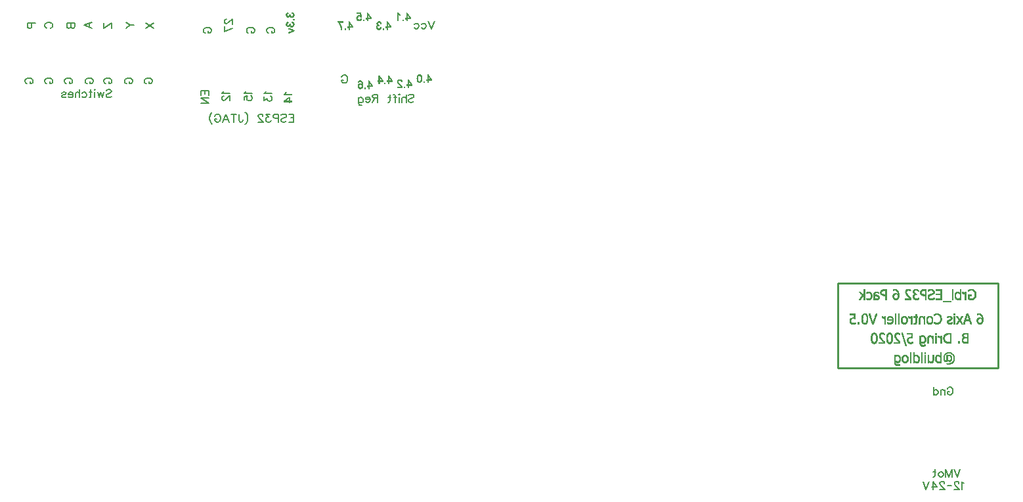
<source format=gbr>
G04 DipTrace 3.3.1.3*
G04 BottomSilk.gbr*
%MOIN*%
G04 #@! TF.FileFunction,Legend,Bot*
G04 #@! TF.Part,Single*
%ADD12C,0.003*%
%ADD13C,0.002625*%
%ADD25C,0.01*%
%ADD108C,0.006176*%
%FSLAX26Y26*%
G04*
G70*
G90*
G75*
G01*
G04 BotSilk*
%LPD*%
X4787451Y3087451D2*
D25*
X5599949D1*
Y2657480D1*
X4787451D1*
Y3087451D1*
X2014638Y4464036D2*
D13*
X2017263D1*
X1991016Y4462724D2*
X1994953D1*
X2014699D2*
X2019580D1*
X1989709Y4461411D2*
X1995568D1*
X2014838D2*
X2021486D1*
X1988448Y4460099D2*
X1996266D1*
X2015633D2*
X2022877D1*
X1987354Y4458787D2*
X1994510D1*
X2016835D2*
X2023894D1*
X1986575Y4457474D2*
X1992858D1*
X2018230D2*
X2024704D1*
X1986132Y4456162D2*
X1991516D1*
X2019507D2*
X2025376D1*
X1985917Y4454850D2*
X1990456D1*
X2020534D2*
X2025885D1*
X1985825Y4453537D2*
X1990069D1*
X2002827D2*
X2006764D1*
X2021288D2*
X2026188D1*
X1985788Y4452225D2*
X1989864D1*
X2002374D2*
X2006209D1*
X2021836D2*
X2026335D1*
X1985780Y4450913D2*
X1989821D1*
X2001932D2*
X2005869D1*
X2021735D2*
X2026355D1*
X1985821Y4449600D2*
X1989896D1*
X2001444D2*
X2006146D1*
X2021481D2*
X2026210D1*
X1985991Y4448288D2*
X1990474D1*
X2000816D2*
X2006647D1*
X2021087D2*
X2025860D1*
X1986356Y4446976D2*
X1992347D1*
X1998904D2*
X2007437D1*
X2020532D2*
X2025355D1*
X1986916Y4445663D2*
X1995278D1*
X1995953D2*
X2008685D1*
X2018995D2*
X2024761D1*
X1987728Y4444351D2*
X2010565D1*
X2016585D2*
X2024080D1*
X1988921Y4443039D2*
X2001274D1*
X2005647D2*
X2013092D1*
X2013225D2*
X2023213D1*
X1990515Y4441726D2*
X1999501D1*
X2006308D2*
X2021997D1*
X1992329Y4440414D2*
X1997578D1*
X2007749D2*
X2020393D1*
X2009389Y4439102D2*
X2018575D1*
X2022512Y4428603D2*
X2026449D1*
X2022512Y4427291D2*
X2026449D1*
X2022512Y4425978D2*
X2026449D1*
X2022512Y4424666D2*
X2026449D1*
X2014638Y4415480D2*
X2017263D1*
X1991016Y4414167D2*
X1994953D1*
X2014699D2*
X2019580D1*
X1989709Y4412855D2*
X1995568D1*
X2014838D2*
X2021486D1*
X1988448Y4411543D2*
X1996266D1*
X2015633D2*
X2022877D1*
X1987354Y4410230D2*
X1994510D1*
X2016835D2*
X2023894D1*
X1986575Y4408918D2*
X1992858D1*
X2018230D2*
X2024704D1*
X1986132Y4407606D2*
X1991516D1*
X2019507D2*
X2025376D1*
X1985917Y4406293D2*
X1990456D1*
X2020534D2*
X2025885D1*
X1985825Y4404981D2*
X1990069D1*
X2002827D2*
X2006764D1*
X2021288D2*
X2026188D1*
X1985788Y4403669D2*
X1989864D1*
X2002374D2*
X2006209D1*
X2021836D2*
X2026335D1*
X1985780Y4402356D2*
X1989821D1*
X2001932D2*
X2005869D1*
X2021735D2*
X2026355D1*
X1985821Y4401044D2*
X1989896D1*
X2001444D2*
X2006146D1*
X2021481D2*
X2026210D1*
X1985991Y4399731D2*
X1990474D1*
X2000816D2*
X2006647D1*
X2021087D2*
X2025860D1*
X1986356Y4398419D2*
X1992347D1*
X1998904D2*
X2007437D1*
X2020532D2*
X2025355D1*
X1986916Y4397107D2*
X1995278D1*
X1995953D2*
X2008685D1*
X2018995D2*
X2024761D1*
X1987728Y4395794D2*
X2010565D1*
X2016585D2*
X2024080D1*
X1988921Y4394482D2*
X2001274D1*
X2005647D2*
X2013092D1*
X2013225D2*
X2023213D1*
X1990515Y4393170D2*
X1999501D1*
X2006308D2*
X2021997D1*
X1992329Y4391857D2*
X1997578D1*
X2007749D2*
X2020393D1*
X2009389Y4390545D2*
X2018575D1*
X1997578Y4383983D2*
X1998890D1*
X1997693Y4382671D2*
X2002624D1*
X1997957Y4381359D2*
X2006231D1*
X1999126Y4380046D2*
X2009782D1*
X2001604Y4378734D2*
X2013317D1*
X2004566Y4377422D2*
X2016756D1*
X2007790Y4376109D2*
X2019980D1*
X2011078Y4374797D2*
X2022695D1*
X2014113Y4373485D2*
X2024874D1*
X2016552Y4372172D2*
X2025782D1*
X2018575Y4370860D2*
X2026159D1*
X2015087Y4369548D2*
X2024840D1*
X2011546Y4368235D2*
X2022831D1*
X2007919Y4366923D2*
X2020097D1*
X2004432Y4365611D2*
X2016833D1*
X2001522Y4364298D2*
X2013351D1*
X1999214Y4362986D2*
X2009849D1*
X1998226Y4361674D2*
X2006298D1*
X1997852Y4360361D2*
X2002628D1*
X1997578Y4359049D2*
X1998890D1*
X1982453Y4059229D2*
X1986390D1*
X1981797Y4057917D2*
X1985887D1*
X1981029Y4056604D2*
X1985282D1*
X1980222Y4055292D2*
X1984551D1*
X1979326Y4053980D2*
X1983771D1*
X1978236Y4052667D2*
X1983144D1*
X1976942Y4051355D2*
X1982742D1*
X1975594Y4050043D2*
X2013949D1*
X1974495Y4048730D2*
X2013949D1*
X1973782Y4047418D2*
X2013949D1*
X1973267Y4046106D2*
X2013949D1*
X1999514Y4032982D2*
X2003451D1*
X1997393Y4031670D2*
X2003451D1*
X1995373Y4030357D2*
X2003451D1*
X1993484Y4029045D2*
X2003451D1*
X1991690Y4027733D2*
X2003451D1*
X1989902Y4026420D2*
X1995374D1*
X1999514D2*
X2003451D1*
X1988138Y4025108D2*
X1993731D1*
X1999514D2*
X2003451D1*
X1986402Y4023796D2*
X1992033D1*
X1999514D2*
X2003451D1*
X1984638Y4022483D2*
X1990318D1*
X1999514D2*
X2003451D1*
X1982884Y4021171D2*
X1988523D1*
X1999514D2*
X2003451D1*
X1981151Y4019859D2*
X1986652D1*
X1999514D2*
X2003451D1*
X1979393Y4018546D2*
X1984773D1*
X1999514D2*
X2003451D1*
X1977691Y4017234D2*
X1982990D1*
X1999514D2*
X2003451D1*
X1976177Y4015922D2*
X1981368D1*
X1999514D2*
X2003451D1*
X1974951Y4014609D2*
X2013949D1*
X1974108Y4013297D2*
X2013949D1*
X1973610Y4011985D2*
X2013949D1*
X1973267Y4010672D2*
X2013949D1*
X1999514Y4009360D2*
X2003451D1*
X1999514Y4008048D2*
X2003451D1*
X1999514Y4006735D2*
X2003451D1*
X1999514Y4005423D2*
X2003451D1*
X1999514Y4004111D2*
X2003451D1*
X2550596Y4461525D2*
X2553221D1*
X2596528D2*
X2599153D1*
X2550596Y4460213D2*
X2554533D1*
X2596528D2*
X2600262D1*
X2550596Y4458901D2*
X2555846D1*
X2596528D2*
X2601249D1*
X2550596Y4457588D2*
X2557163D1*
X2596528D2*
X2602217D1*
X2550596Y4456276D2*
X2558522D1*
X2596528D2*
X2603253D1*
X2550596Y4454964D2*
X2559996D1*
X2596528D2*
X2604276D1*
X2550596Y4453651D2*
X2561571D1*
X2596528D2*
X2605213D1*
X2550596Y4452339D2*
X2563002D1*
X2596528D2*
X2606120D1*
X2550596Y4451027D2*
X2555846D1*
X2558712D2*
X2564175D1*
X2596528D2*
X2600465D1*
X2603040D2*
X2607027D1*
X2550596Y4449714D2*
X2555846D1*
X2560484D2*
X2564658D1*
X2596528D2*
X2600465D1*
X2604184D2*
X2607900D1*
X2550596Y4448402D2*
X2555846D1*
X2562407D2*
X2565032D1*
X2596528D2*
X2600465D1*
X2605177D2*
X2608814D1*
X2550596Y4447090D2*
X2555846D1*
X2596528D2*
X2600465D1*
X2606106D2*
X2609828D1*
X2550596Y4445777D2*
X2555846D1*
X2596528D2*
X2600465D1*
X2607022D2*
X2610843D1*
X2550596Y4444465D2*
X2555846D1*
X2596528D2*
X2600465D1*
X2607899D2*
X2611777D1*
X2550596Y4443153D2*
X2555846D1*
X2596528D2*
X2600465D1*
X2608814D2*
X2612682D1*
X2550596Y4441840D2*
X2555846D1*
X2596528D2*
X2600465D1*
X2609828D2*
X2613589D1*
X2550596Y4440528D2*
X2555846D1*
X2596528D2*
X2600465D1*
X2610842D2*
X2614457D1*
X2550596Y4439216D2*
X2555846D1*
X2596528D2*
X2600465D1*
X2611770D2*
X2615325D1*
X2550596Y4437903D2*
X2555846D1*
X2596528D2*
X2600465D1*
X2612667D2*
X2616166D1*
X2550596Y4436591D2*
X2555846D1*
X2596528D2*
X2600465D1*
X2613588D2*
X2616815D1*
X2550596Y4435279D2*
X2555846D1*
X2591279D2*
X2617199D1*
X2550596Y4433966D2*
X2555846D1*
X2591279D2*
X2617390D1*
X2550596Y4432654D2*
X2555846D1*
X2591279D2*
X2617476D1*
X2550596Y4431342D2*
X2555846D1*
X2591279D2*
X2617525D1*
X2550596Y4430029D2*
X2555846D1*
X2596528D2*
X2600465D1*
X2550596Y4428717D2*
X2555846D1*
X2596528D2*
X2600465D1*
X2550596Y4427405D2*
X2555846D1*
X2596528D2*
X2600465D1*
X2550596Y4426092D2*
X2555846D1*
X2596528D2*
X2600465D1*
X2550596Y4424780D2*
X2555846D1*
X2576843D2*
X2582092D1*
X2596528D2*
X2600465D1*
X2550596Y4423468D2*
X2555846D1*
X2576843D2*
X2582092D1*
X2596528D2*
X2600465D1*
X2550596Y4422155D2*
X2555846D1*
X2576843D2*
X2582092D1*
X2596528D2*
X2600465D1*
X2550596Y4420843D2*
X2555846D1*
X2576843D2*
X2582092D1*
X2596528D2*
X2600465D1*
X2453220Y4417776D2*
X2461094D1*
X2496527D2*
X2499151D1*
X2451307Y4416464D2*
X2462962D1*
X2496527D2*
X2500261D1*
X2449664Y4415151D2*
X2464478D1*
X2496527D2*
X2501248D1*
X2448333Y4413839D2*
X2465615D1*
X2496527D2*
X2502215D1*
X2447302Y4412527D2*
X2453686D1*
X2459468D2*
X2466452D1*
X2496527D2*
X2503252D1*
X2446510Y4411214D2*
X2451982D1*
X2461329D2*
X2467113D1*
X2496527D2*
X2504275D1*
X2445951Y4409902D2*
X2450794D1*
X2462761D2*
X2467269D1*
X2496527D2*
X2505212D1*
X2445672Y4408590D2*
X2449915D1*
X2463302D2*
X2466879D1*
X2496527D2*
X2506119D1*
X2445684Y4407277D2*
X2449706D1*
X2463718D2*
X2466343D1*
X2496527D2*
X2500464D1*
X2503038D2*
X2507026D1*
X2445979Y4405965D2*
X2450056D1*
X2496527D2*
X2500464D1*
X2504183D2*
X2507899D1*
X2446506Y4404653D2*
X2451114D1*
X2496527D2*
X2500464D1*
X2505175D2*
X2508813D1*
X2447257Y4403340D2*
X2452664D1*
X2496527D2*
X2500464D1*
X2506105D2*
X2509827D1*
X2448243Y4402028D2*
X2454605D1*
X2496527D2*
X2500464D1*
X2507021D2*
X2510841D1*
X2449388Y4400716D2*
X2456355D1*
X2496527D2*
X2500464D1*
X2507897D2*
X2511775D1*
X2450595Y4399403D2*
X2457678D1*
X2496527D2*
X2500464D1*
X2508813D2*
X2512681D1*
X2448682Y4398091D2*
X2458130D1*
X2496527D2*
X2500464D1*
X2509827D2*
X2513588D1*
X2447044Y4396779D2*
X2458469D1*
X2496527D2*
X2500464D1*
X2510840D2*
X2514456D1*
X2445754Y4395466D2*
X2454183D1*
X2496527D2*
X2500464D1*
X2511768D2*
X2515324D1*
X2444844Y4394154D2*
X2451205D1*
X2496527D2*
X2500464D1*
X2512665D2*
X2516165D1*
X2444205Y4392842D2*
X2449136D1*
X2496527D2*
X2500464D1*
X2513587D2*
X2516814D1*
X2443709Y4391529D2*
X2448522D1*
X2491277D2*
X2517198D1*
X2443326Y4390217D2*
X2448205D1*
X2491277D2*
X2517388D1*
X2443461Y4388905D2*
X2448115D1*
X2465031D2*
X2466343D1*
X2491277D2*
X2517475D1*
X2443688Y4387592D2*
X2448167D1*
X2464212D2*
X2467558D1*
X2491277D2*
X2517524D1*
X2443913Y4386280D2*
X2448787D1*
X2463381D2*
X2467928D1*
X2496527D2*
X2500464D1*
X2444230Y4384968D2*
X2449662D1*
X2462451D2*
X2467648D1*
X2496527D2*
X2500464D1*
X2444809Y4383655D2*
X2451970D1*
X2459850D2*
X2467179D1*
X2496527D2*
X2500464D1*
X2445703Y4382343D2*
X2455478D1*
X2455711D2*
X2466510D1*
X2496527D2*
X2500464D1*
X2446859Y4381031D2*
X2465498D1*
X2476842D2*
X2482091D1*
X2496527D2*
X2500464D1*
X2448285Y4379718D2*
X2463966D1*
X2476842D2*
X2482091D1*
X2496527D2*
X2500464D1*
X2450009Y4378406D2*
X2461975D1*
X2476842D2*
X2482091D1*
X2496527D2*
X2500464D1*
X2451907Y4377094D2*
X2459781D1*
X2476842D2*
X2482091D1*
X2496527D2*
X2500464D1*
X2345347Y4461525D2*
X2363720D1*
X2396528D2*
X2399153D1*
X2345347Y4460213D2*
X2364168D1*
X2396528D2*
X2400262D1*
X2345347Y4458901D2*
X2364559D1*
X2396528D2*
X2401249D1*
X2345347Y4457588D2*
X2364813D1*
X2396528D2*
X2402217D1*
X2361298Y4456276D2*
X2364988D1*
X2396528D2*
X2403253D1*
X2361623Y4454964D2*
X2365213D1*
X2396528D2*
X2404276D1*
X2361963Y4453651D2*
X2365551D1*
X2396528D2*
X2405213D1*
X2362198Y4452339D2*
X2365896D1*
X2396528D2*
X2406120D1*
X2362366Y4451027D2*
X2366134D1*
X2396528D2*
X2400465D1*
X2403040D2*
X2407027D1*
X2362590Y4449714D2*
X2366303D1*
X2396528D2*
X2400465D1*
X2404184D2*
X2407900D1*
X2351909Y4448402D2*
X2358470D1*
X2362938D2*
X2366526D1*
X2396528D2*
X2400465D1*
X2405177D2*
X2408814D1*
X2349996Y4447090D2*
X2361710D1*
X2363338D2*
X2366863D1*
X2396528D2*
X2400465D1*
X2406106D2*
X2409828D1*
X2348353Y4445777D2*
X2367204D1*
X2396528D2*
X2400465D1*
X2407022D2*
X2410843D1*
X2347022Y4444465D2*
X2367386D1*
X2396528D2*
X2400465D1*
X2407899D2*
X2411777D1*
X2345991Y4443153D2*
X2351914D1*
X2361095D2*
X2367416D1*
X2396528D2*
X2400465D1*
X2408814D2*
X2412682D1*
X2345199Y4441840D2*
X2350653D1*
X2362407D2*
X2366943D1*
X2396528D2*
X2400465D1*
X2409828D2*
X2413589D1*
X2344630Y4440528D2*
X2349559D1*
X2363720D2*
X2366344D1*
X2396528D2*
X2400465D1*
X2410842D2*
X2414457D1*
X2344254Y4439216D2*
X2348779D1*
X2396528D2*
X2400465D1*
X2411770D2*
X2415325D1*
X2343891Y4437903D2*
X2348336D1*
X2396528D2*
X2400465D1*
X2412667D2*
X2416166D1*
X2343370Y4436591D2*
X2348122D1*
X2396528D2*
X2400465D1*
X2413588D2*
X2416815D1*
X2342722Y4435279D2*
X2348030D1*
X2391279D2*
X2417199D1*
X2343328Y4433966D2*
X2347998D1*
X2391279D2*
X2417390D1*
X2343710Y4432654D2*
X2348035D1*
X2391279D2*
X2417476D1*
X2343947Y4431342D2*
X2348254D1*
X2365032D2*
X2368969D1*
X2391279D2*
X2417525D1*
X2344204Y4430029D2*
X2348677D1*
X2364093D2*
X2368470D1*
X2396528D2*
X2400465D1*
X2344604Y4428717D2*
X2349820D1*
X2363033D2*
X2367906D1*
X2396528D2*
X2400465D1*
X2345172Y4427405D2*
X2352500D1*
X2360420D2*
X2367292D1*
X2396528D2*
X2400465D1*
X2345943Y4426092D2*
X2356411D1*
X2356557D2*
X2366603D1*
X2396528D2*
X2400465D1*
X2346986Y4424780D2*
X2365734D1*
X2376843D2*
X2382092D1*
X2396528D2*
X2400465D1*
X2348343Y4423468D2*
X2364517D1*
X2376843D2*
X2382092D1*
X2396528D2*
X2400465D1*
X2350032Y4422155D2*
X2362913D1*
X2376843D2*
X2382092D1*
X2396528D2*
X2400465D1*
X2351909Y4420843D2*
X2361095D1*
X2376843D2*
X2382092D1*
X2396528D2*
X2400465D1*
X2248973Y4417776D2*
X2275220D1*
X2302779D2*
X2305403D1*
X2249226Y4416464D2*
X2275220D1*
X2302779D2*
X2306513D1*
X2249724Y4415151D2*
X2275220D1*
X2302779D2*
X2307500D1*
X2250430Y4413839D2*
X2275220D1*
X2302779D2*
X2308467D1*
X2251210Y4412527D2*
X2255332D1*
X2302779D2*
X2309504D1*
X2252047Y4411214D2*
X2256314D1*
X2302779D2*
X2310527D1*
X2252927Y4409902D2*
X2257240D1*
X2302779D2*
X2311464D1*
X2253784Y4408590D2*
X2258155D1*
X2302779D2*
X2312371D1*
X2254653Y4407277D2*
X2259026D1*
X2302779D2*
X2306716D1*
X2309290D2*
X2313278D1*
X2255540Y4405965D2*
X2259900D1*
X2302779D2*
X2306716D1*
X2310435D2*
X2314151D1*
X2256361Y4404653D2*
X2260788D1*
X2302779D2*
X2306716D1*
X2311427D2*
X2315065D1*
X2257105Y4403340D2*
X2261605D1*
X2302779D2*
X2306716D1*
X2312357D2*
X2316079D1*
X2257804Y4402028D2*
X2262308D1*
X2302779D2*
X2306716D1*
X2313273D2*
X2317093D1*
X2258476Y4400716D2*
X2262881D1*
X2302779D2*
X2306716D1*
X2314149D2*
X2318027D1*
X2259135Y4399403D2*
X2263365D1*
X2302779D2*
X2306716D1*
X2315064D2*
X2318933D1*
X2259752Y4398091D2*
X2263881D1*
X2302779D2*
X2306716D1*
X2316079D2*
X2319840D1*
X2260284Y4396779D2*
X2264453D1*
X2302779D2*
X2306716D1*
X2317092D2*
X2320708D1*
X2260746Y4395466D2*
X2265029D1*
X2302779D2*
X2306716D1*
X2318020D2*
X2321575D1*
X2261214Y4394154D2*
X2265543D1*
X2302779D2*
X2306716D1*
X2318917D2*
X2322417D1*
X2261662Y4392842D2*
X2265999D1*
X2302779D2*
X2306716D1*
X2319839D2*
X2323066D1*
X2262085Y4391529D2*
X2266459D1*
X2297529D2*
X2323450D1*
X2262531Y4390217D2*
X2266866D1*
X2297529D2*
X2323640D1*
X2262932Y4388905D2*
X2267167D1*
X2297529D2*
X2323727D1*
X2263231Y4387592D2*
X2267466D1*
X2297529D2*
X2323776D1*
X2263530Y4386280D2*
X2267840D1*
X2302779D2*
X2306716D1*
X2263903Y4384968D2*
X2268201D1*
X2302779D2*
X2306716D1*
X2264264Y4383655D2*
X2268439D1*
X2302779D2*
X2306716D1*
X2264502Y4382343D2*
X2268564D1*
X2302779D2*
X2306716D1*
X2264627Y4381031D2*
X2268621D1*
X2283094D2*
X2288343D1*
X2302779D2*
X2306716D1*
X2264684Y4379718D2*
X2268644D1*
X2283094D2*
X2288343D1*
X2302779D2*
X2306716D1*
X2264708Y4378406D2*
X2268653D1*
X2283094D2*
X2288343D1*
X2302779D2*
X2306716D1*
X2264721Y4377094D2*
X2268658D1*
X2283094D2*
X2288343D1*
X2302779D2*
X2306716D1*
X2658158Y4149025D2*
X2666032D1*
X2702777D2*
X2705402D1*
X2656290Y4147713D2*
X2667945D1*
X2702777D2*
X2706512D1*
X2654774Y4146401D2*
X2669583D1*
X2702777D2*
X2707499D1*
X2653632Y4145088D2*
X2670873D1*
X2702777D2*
X2708466D1*
X2652744Y4143776D2*
X2659778D1*
X2666027D2*
X2671783D1*
X2702777D2*
X2709502D1*
X2651991Y4142464D2*
X2657872D1*
X2667288D2*
X2672427D1*
X2702777D2*
X2710526D1*
X2651343Y4141151D2*
X2656486D1*
X2668382D2*
X2672969D1*
X2702777D2*
X2711463D1*
X2650843Y4139839D2*
X2655515D1*
X2669161D2*
X2673408D1*
X2702777D2*
X2712369D1*
X2650543Y4138527D2*
X2654872D1*
X2669609D2*
X2673721D1*
X2702777D2*
X2706714D1*
X2709289D2*
X2713277D1*
X2650393Y4137214D2*
X2654514D1*
X2669870D2*
X2674024D1*
X2702777D2*
X2706714D1*
X2710433D2*
X2714150D1*
X2650322Y4135902D2*
X2654342D1*
X2670130D2*
X2674399D1*
X2702777D2*
X2706714D1*
X2711426D2*
X2715064D1*
X2650248Y4134590D2*
X2654268D1*
X2670481D2*
X2674761D1*
X2702777D2*
X2706714D1*
X2712356D2*
X2716078D1*
X2650071Y4133277D2*
X2654238D1*
X2670831D2*
X2674999D1*
X2702777D2*
X2706714D1*
X2713272D2*
X2717092D1*
X2649753Y4131965D2*
X2654227D1*
X2671065D2*
X2675124D1*
X2702777D2*
X2706714D1*
X2714148D2*
X2718026D1*
X2649420Y4130653D2*
X2654223D1*
X2671188D2*
X2675181D1*
X2702777D2*
X2706714D1*
X2715063D2*
X2718932D1*
X2649237Y4129340D2*
X2654222D1*
X2671244D2*
X2675204D1*
X2702777D2*
X2706714D1*
X2716077D2*
X2719839D1*
X2649283Y4128028D2*
X2654221D1*
X2671267D2*
X2675213D1*
X2702777D2*
X2706714D1*
X2717091D2*
X2720706D1*
X2649541Y4126716D2*
X2654221D1*
X2671271D2*
X2675212D1*
X2702777D2*
X2706714D1*
X2718019D2*
X2721574D1*
X2649855Y4125403D2*
X2654221D1*
X2671228D2*
X2675167D1*
X2702777D2*
X2706714D1*
X2718916D2*
X2722416D1*
X2650075Y4124091D2*
X2654221D1*
X2671062D2*
X2675000D1*
X2702777D2*
X2706714D1*
X2719838D2*
X2723065D1*
X2650193Y4122779D2*
X2654226D1*
X2670748D2*
X2674685D1*
X2697528D2*
X2723449D1*
X2650253Y4121466D2*
X2654272D1*
X2670407D2*
X2674349D1*
X2697528D2*
X2723639D1*
X2650322Y4120154D2*
X2654445D1*
X2670127D2*
X2674115D1*
X2697528D2*
X2723725D1*
X2650503Y4118842D2*
X2654815D1*
X2669787D2*
X2673947D1*
X2697528D2*
X2723775D1*
X2650866Y4117529D2*
X2655442D1*
X2669178D2*
X2673719D1*
X2702777D2*
X2706714D1*
X2651376Y4116217D2*
X2656305D1*
X2668308D2*
X2673331D1*
X2702777D2*
X2706714D1*
X2651971Y4114905D2*
X2658872D1*
X2666223D2*
X2672767D1*
X2702777D2*
X2706714D1*
X2652653Y4113592D2*
X2662711D1*
X2663167D2*
X2671997D1*
X2702777D2*
X2706714D1*
X2653520Y4112280D2*
X2670955D1*
X2683092D2*
X2688342D1*
X2702777D2*
X2706714D1*
X2654736Y4110968D2*
X2669598D1*
X2683092D2*
X2688342D1*
X2702777D2*
X2706714D1*
X2656340Y4109655D2*
X2667909D1*
X2683092D2*
X2688342D1*
X2702777D2*
X2706714D1*
X2658158Y4108343D2*
X2666032D1*
X2683092D2*
X2688342D1*
X2702777D2*
X2706714D1*
X2558159Y4124025D2*
X2567346D1*
X2602779D2*
X2605403D1*
X2556246Y4122713D2*
X2569259D1*
X2602779D2*
X2606513D1*
X2554603Y4121401D2*
X2570902D1*
X2602779D2*
X2607500D1*
X2553273Y4120088D2*
X2572232D1*
X2602779D2*
X2608467D1*
X2552241Y4118776D2*
X2558164D1*
X2567296D2*
X2573264D1*
X2602779D2*
X2609504D1*
X2551450Y4117464D2*
X2556903D1*
X2568435D2*
X2574045D1*
X2602779D2*
X2610527D1*
X2550886Y4116151D2*
X2555810D1*
X2569382D2*
X2574664D1*
X2602779D2*
X2611464D1*
X2550560Y4114839D2*
X2555035D1*
X2570152D2*
X2574661D1*
X2602779D2*
X2612371D1*
X2550405Y4113527D2*
X2554518D1*
X2570767D2*
X2573759D1*
X2602779D2*
X2606716D1*
X2609290D2*
X2613278D1*
X2550381Y4112214D2*
X2554566D1*
X2571283D2*
X2572595D1*
X2602779D2*
X2606716D1*
X2610435D2*
X2614151D1*
X2550525Y4110902D2*
X2554862D1*
X2602779D2*
X2606716D1*
X2611427D2*
X2615065D1*
X2550875Y4109590D2*
X2555381D1*
X2602779D2*
X2606716D1*
X2612357D2*
X2616079D1*
X2551380Y4108277D2*
X2556084D1*
X2602779D2*
X2606716D1*
X2613273D2*
X2617093D1*
X2551973Y4106965D2*
X2556908D1*
X2602779D2*
X2606716D1*
X2614149D2*
X2618027D1*
X2552650Y4105653D2*
X2557792D1*
X2602779D2*
X2606716D1*
X2615064D2*
X2618933D1*
X2553467Y4104340D2*
X2558865D1*
X2602779D2*
X2606716D1*
X2616079D2*
X2619840D1*
X2554481Y4103028D2*
X2560235D1*
X2602779D2*
X2606716D1*
X2617092D2*
X2620708D1*
X2555643Y4101716D2*
X2561752D1*
X2602779D2*
X2606716D1*
X2618020D2*
X2621575D1*
X2556895Y4100403D2*
X2563233D1*
X2602779D2*
X2606716D1*
X2618917D2*
X2622417D1*
X2558226Y4099091D2*
X2564643D1*
X2602779D2*
X2606716D1*
X2619839D2*
X2623066D1*
X2559696Y4097779D2*
X2566002D1*
X2597529D2*
X2623450D1*
X2561319Y4096466D2*
X2567334D1*
X2597529D2*
X2623640D1*
X2562966Y4095154D2*
X2568654D1*
X2597529D2*
X2623727D1*
X2564507Y4093842D2*
X2569964D1*
X2597529D2*
X2623776D1*
X2565941Y4092529D2*
X2571231D1*
X2602779D2*
X2606716D1*
X2567309Y4091217D2*
X2572371D1*
X2602779D2*
X2606716D1*
X2568644Y4089905D2*
X2573318D1*
X2602779D2*
X2606716D1*
X2569966Y4088592D2*
X2574075D1*
X2602779D2*
X2606716D1*
X2550285Y4087280D2*
X2574626D1*
X2583094D2*
X2588343D1*
X2602779D2*
X2606716D1*
X2550285Y4085968D2*
X2574949D1*
X2583094D2*
X2588343D1*
X2602779D2*
X2606716D1*
X2550285Y4084655D2*
X2575115D1*
X2583094D2*
X2588343D1*
X2602779D2*
X2606716D1*
X2550285Y4083343D2*
X2575220D1*
X2583094D2*
X2588343D1*
X2602779D2*
X2606716D1*
X2455535Y4143864D2*
X2458159D1*
X2502779D2*
X2505403D1*
X2455535Y4142552D2*
X2459269D1*
X2502779D2*
X2506513D1*
X2455535Y4141239D2*
X2460256D1*
X2502779D2*
X2507500D1*
X2455535Y4139927D2*
X2461223D1*
X2502779D2*
X2508467D1*
X2455535Y4138615D2*
X2462260D1*
X2502779D2*
X2509504D1*
X2455535Y4137302D2*
X2463283D1*
X2502779D2*
X2510527D1*
X2455535Y4135990D2*
X2464220D1*
X2502779D2*
X2511464D1*
X2455535Y4134678D2*
X2465127D1*
X2502779D2*
X2512371D1*
X2455535Y4133365D2*
X2459472D1*
X2462046D2*
X2466034D1*
X2502779D2*
X2506716D1*
X2509290D2*
X2513278D1*
X2455535Y4132053D2*
X2459472D1*
X2463190D2*
X2466907D1*
X2502779D2*
X2506716D1*
X2510435D2*
X2514151D1*
X2455535Y4130741D2*
X2459472D1*
X2464183D2*
X2467821D1*
X2502779D2*
X2506716D1*
X2511427D2*
X2515065D1*
X2455535Y4129428D2*
X2459472D1*
X2465113D2*
X2468835D1*
X2502779D2*
X2506716D1*
X2512357D2*
X2516079D1*
X2455535Y4128116D2*
X2459472D1*
X2466029D2*
X2469849D1*
X2502779D2*
X2506716D1*
X2513273D2*
X2517093D1*
X2455535Y4126804D2*
X2459472D1*
X2466905D2*
X2470783D1*
X2502779D2*
X2506716D1*
X2514149D2*
X2518027D1*
X2455535Y4125491D2*
X2459472D1*
X2467820D2*
X2471689D1*
X2502779D2*
X2506716D1*
X2515064D2*
X2518933D1*
X2455535Y4124179D2*
X2459472D1*
X2468835D2*
X2472596D1*
X2502779D2*
X2506716D1*
X2516079D2*
X2519840D1*
X2455535Y4122867D2*
X2459472D1*
X2469848D2*
X2473464D1*
X2502779D2*
X2506716D1*
X2517092D2*
X2520708D1*
X2455535Y4121554D2*
X2459472D1*
X2470776D2*
X2474331D1*
X2502779D2*
X2506716D1*
X2518020D2*
X2521575D1*
X2455535Y4120242D2*
X2459472D1*
X2471673D2*
X2475173D1*
X2502779D2*
X2506716D1*
X2518917D2*
X2522417D1*
X2455535Y4118930D2*
X2459472D1*
X2472595D2*
X2475822D1*
X2502779D2*
X2506716D1*
X2519839D2*
X2523066D1*
X2450285Y4117617D2*
X2476206D1*
X2497529D2*
X2523450D1*
X2450285Y4116305D2*
X2476396D1*
X2497529D2*
X2523640D1*
X2450285Y4114993D2*
X2476483D1*
X2497529D2*
X2523727D1*
X2450285Y4113680D2*
X2476532D1*
X2497529D2*
X2523776D1*
X2455535Y4112368D2*
X2459472D1*
X2502779D2*
X2506716D1*
X2455535Y4111056D2*
X2459472D1*
X2502779D2*
X2506716D1*
X2455535Y4109743D2*
X2459472D1*
X2502779D2*
X2506716D1*
X2455535Y4108431D2*
X2459472D1*
X2502779D2*
X2506716D1*
X2455535Y4107119D2*
X2459472D1*
X2483094D2*
X2488343D1*
X2502779D2*
X2506716D1*
X2455535Y4105806D2*
X2459472D1*
X2483094D2*
X2488343D1*
X2502779D2*
X2506716D1*
X2455535Y4104494D2*
X2459472D1*
X2483094D2*
X2488343D1*
X2502779D2*
X2506716D1*
X2455535Y4103182D2*
X2459472D1*
X2483094D2*
X2488343D1*
X2502779D2*
X2506716D1*
X2358158Y4117776D2*
X2364720D1*
X2402777D2*
X2405402D1*
X2355999Y4116464D2*
X2367036D1*
X2402777D2*
X2406512D1*
X2354291Y4115151D2*
X2368948D1*
X2402777D2*
X2407499D1*
X2353051Y4113839D2*
X2370380D1*
X2402777D2*
X2408466D1*
X2352120Y4112527D2*
X2358619D1*
X2364457D2*
X2371518D1*
X2402777D2*
X2409502D1*
X2351380Y4111214D2*
X2356871D1*
X2366485D2*
X2372475D1*
X2402777D2*
X2410526D1*
X2350786Y4109902D2*
X2355483D1*
X2368024D2*
X2373175D1*
X2402777D2*
X2411463D1*
X2350284Y4108590D2*
X2354221D1*
X2369062D2*
X2373622D1*
X2402777D2*
X2412369D1*
X2369765Y4107277D2*
X2373985D1*
X2402777D2*
X2406714D1*
X2409289D2*
X2413277D1*
X2370330Y4105965D2*
X2374385D1*
X2402777D2*
X2406714D1*
X2410433D2*
X2414150D1*
X2370768Y4104653D2*
X2374756D1*
X2402777D2*
X2406714D1*
X2411426D2*
X2415064D1*
X2358158Y4103340D2*
X2364720D1*
X2370988D2*
X2374997D1*
X2402777D2*
X2406714D1*
X2412356D2*
X2416078D1*
X2355994Y4102028D2*
X2366884D1*
X2371037D2*
X2375124D1*
X2402777D2*
X2406714D1*
X2413272D2*
X2417092D1*
X2354245Y4100716D2*
X2369062D1*
X2370566D2*
X2375181D1*
X2402777D2*
X2406714D1*
X2414148D2*
X2418026D1*
X2352884Y4099403D2*
X2375204D1*
X2402777D2*
X2406714D1*
X2415063D2*
X2418932D1*
X2351807Y4098091D2*
X2358624D1*
X2365566D2*
X2375213D1*
X2402777D2*
X2406714D1*
X2416077D2*
X2419839D1*
X2351052Y4096779D2*
X2356921D1*
X2367275D2*
X2375217D1*
X2402777D2*
X2406714D1*
X2417091D2*
X2420706D1*
X2350582Y4095466D2*
X2355727D1*
X2368514D2*
X2375218D1*
X2402777D2*
X2406714D1*
X2418019D2*
X2421574D1*
X2350215Y4094154D2*
X2354833D1*
X2369439D2*
X2375218D1*
X2402777D2*
X2406714D1*
X2418916D2*
X2422416D1*
X2349858Y4092842D2*
X2354518D1*
X2370121D2*
X2375213D1*
X2402777D2*
X2406714D1*
X2419838D2*
X2423065D1*
X2349654Y4091529D2*
X2354348D1*
X2370624D2*
X2375167D1*
X2397528D2*
X2423449D1*
X2349726Y4090217D2*
X2354276D1*
X2370512D2*
X2375000D1*
X2397528D2*
X2423639D1*
X2349941Y4088905D2*
X2354296D1*
X2370253D2*
X2374680D1*
X2397528D2*
X2423725D1*
X2350159Y4087592D2*
X2354502D1*
X2369867D2*
X2374298D1*
X2397528D2*
X2423775D1*
X2350429Y4086280D2*
X2354906D1*
X2369213D2*
X2373897D1*
X2402777D2*
X2406714D1*
X2350841Y4084968D2*
X2356137D1*
X2368300D2*
X2373409D1*
X2402777D2*
X2406714D1*
X2351416Y4083655D2*
X2358276D1*
X2365980D2*
X2372799D1*
X2402777D2*
X2406714D1*
X2352191Y4082343D2*
X2361743D1*
X2362465D2*
X2372009D1*
X2402777D2*
X2406714D1*
X2353234Y4081031D2*
X2370959D1*
X2383092D2*
X2388342D1*
X2402777D2*
X2406714D1*
X2354592Y4079718D2*
X2369599D1*
X2383092D2*
X2388342D1*
X2402777D2*
X2406714D1*
X2356281Y4078406D2*
X2367909D1*
X2383092D2*
X2388342D1*
X2402777D2*
X2406714D1*
X2358158Y4077094D2*
X2366032D1*
X2383092D2*
X2388342D1*
X2402777D2*
X2406714D1*
X4919191Y3059733D2*
D12*
X4925191D1*
X5069191D2*
X5081191D1*
X5138191D2*
X5150191D1*
X5177191D2*
X5189191D1*
X5252191D2*
X5265691D1*
X5366191D2*
X5370691D1*
X5406691D2*
X5411191D1*
X5457691D2*
X5469691D1*
X4919191Y3058233D2*
X4925191D1*
X5013691D2*
X5033191D1*
X5069191D2*
X5083896D1*
X5136004D2*
X5152781D1*
X5174543D2*
X5192294D1*
X5214691D2*
X5234191D1*
X5249088D2*
X5268390D1*
X5283691D2*
X5315191D1*
X5366191D2*
X5370691D1*
X5406691D2*
X5411191D1*
X5453843D2*
X5473088D1*
X4919191Y3056733D2*
X4925191D1*
X5010986D2*
X5033191D1*
X5069191D2*
X5086267D1*
X5134132D2*
X5154820D1*
X5172364D2*
X5194834D1*
X5211986D2*
X5234191D1*
X5246547D2*
X5270715D1*
X5283691D2*
X5315191D1*
X5366191D2*
X5370691D1*
X5406691D2*
X5411191D1*
X5450840D2*
X5475896D1*
X4919191Y3055233D2*
X4925191D1*
X5008614D2*
X5033191D1*
X5069191D2*
X5088217D1*
X5132658D2*
X5155536D1*
X5170779D2*
X5195953D1*
X5209614D2*
X5234191D1*
X5245428D2*
X5272520D1*
X5283691D2*
X5315191D1*
X5366191D2*
X5370691D1*
X5406691D2*
X5411191D1*
X5448601D2*
X5478117D1*
X4919191Y3053733D2*
X4925191D1*
X5006670D2*
X5033191D1*
X5069191D2*
X5070691D1*
X5080896D2*
X5089769D1*
X5131618D2*
X5139697D1*
X5150191D2*
X5155935D1*
X5169670D2*
X5179049D1*
X5188639D2*
X5196349D1*
X5207670D2*
X5234191D1*
X5245032D2*
X5254242D1*
X5263544D2*
X5273852D1*
X5283691D2*
X5315191D1*
X5366191D2*
X5370691D1*
X5406691D2*
X5411191D1*
X5447865D2*
X5457691D1*
X5469628D2*
X5479951D1*
X4919191Y3052233D2*
X4925191D1*
X5005177D2*
X5015491D1*
X5028691D2*
X5033191D1*
X5083267D2*
X5091010D1*
X5130881D2*
X5138255D1*
X5154691D2*
X5156191D1*
X5168935D2*
X5176922D1*
X5192087D2*
X5196561D1*
X5206177D2*
X5216491D1*
X5229691D2*
X5234191D1*
X5244821D2*
X5250795D1*
X5266600D2*
X5274875D1*
X5309191D2*
X5315191D1*
X5366191D2*
X5370691D1*
X5406691D2*
X5411191D1*
X5447473D2*
X5454691D1*
X5472371D2*
X5481543D1*
X4919191Y3050733D2*
X4925191D1*
X5004013D2*
X5013167D1*
X5028691D2*
X5033191D1*
X5085217D2*
X5092109D1*
X5130262D2*
X5137005D1*
X5168526D2*
X5175287D1*
X5195191D2*
X5196691D1*
X5205013D2*
X5214167D1*
X5229691D2*
X5234191D1*
X5244691D2*
X5247691D1*
X5268687D2*
X5275738D1*
X5309191D2*
X5315191D1*
X5366191D2*
X5370691D1*
X5406691D2*
X5411191D1*
X5447293D2*
X5451691D1*
X5474709D2*
X5482903D1*
X4919191Y3049233D2*
X4925191D1*
X5003533D2*
X5011362D1*
X5028691D2*
X5033191D1*
X5086764D2*
X5093119D1*
X5129766D2*
X5136114D1*
X5168329D2*
X5174719D1*
X5204533D2*
X5212362D1*
X5229691D2*
X5234191D1*
X5270034D2*
X5276480D1*
X5309191D2*
X5315191D1*
X5366191D2*
X5370691D1*
X5406691D2*
X5411191D1*
X5447191D2*
X5448691D1*
X5476518D2*
X5484006D1*
X4919191Y3047733D2*
X4925191D1*
X5003112D2*
X5010036D1*
X5028691D2*
X5033191D1*
X5087951D2*
X5093929D1*
X5129461D2*
X5135608D1*
X5168250D2*
X5174420D1*
X5204112D2*
X5211036D1*
X5229691D2*
X5234191D1*
X5271004D2*
X5277046D1*
X5309191D2*
X5315191D1*
X5366191D2*
X5370691D1*
X5406685D2*
X5411191D1*
X5477845D2*
X5484885D1*
X4919191Y3046233D2*
X4925191D1*
X4937191D2*
X4947691D1*
X4976191D2*
X4989691D1*
X5002654D2*
X5009071D1*
X5028691D2*
X5033191D1*
X5088859D2*
X5094565D1*
X5129311D2*
X5135369D1*
X5168275D2*
X5174342D1*
X5203654D2*
X5210071D1*
X5229691D2*
X5234191D1*
X5271244D2*
X5277336D1*
X5309191D2*
X5315191D1*
X5366191D2*
X5370691D1*
X5390191D2*
X5397691D1*
X5406628D2*
X5411191D1*
X5478823D2*
X5485570D1*
X4895191Y3044733D2*
X4902691D1*
X4919191D2*
X4925191D1*
X4934601D2*
X4950390D1*
X4974004D2*
X4991768D1*
X5002280D2*
X5008311D1*
X5028691D2*
X5033191D1*
X5089510D2*
X5095143D1*
X5129294D2*
X5135316D1*
X5168512D2*
X5174413D1*
X5203280D2*
X5209311D1*
X5229691D2*
X5234191D1*
X5270912D2*
X5277316D1*
X5309191D2*
X5315191D1*
X5366191D2*
X5370691D1*
X5387998D2*
X5400967D1*
X5406396D2*
X5411191D1*
X5418691D2*
X5423191D1*
X5432191D2*
X5438191D1*
X5479547D2*
X5486129D1*
X4896691Y3043233D2*
X4904191D1*
X4919191D2*
X4925191D1*
X4932561D2*
X4952715D1*
X4972132D2*
X4993308D1*
X5002194D2*
X5008225D1*
X5028691D2*
X5033191D1*
X5089935D2*
X5095624D1*
X5129457D2*
X5135471D1*
X5169116D2*
X5175002D1*
X5203194D2*
X5209225D1*
X5229691D2*
X5234191D1*
X5270325D2*
X5277027D1*
X5309191D2*
X5315191D1*
X5366191D2*
X5370691D1*
X5386073D2*
X5404493D1*
X5405883D2*
X5411191D1*
X5418691D2*
X5426467D1*
X5431915D2*
X5438191D1*
X5480121D2*
X5486670D1*
X4898191Y3041733D2*
X4905691D1*
X4919191D2*
X4925191D1*
X4931846D2*
X4954520D1*
X4970664D2*
X4993813D1*
X5002408D2*
X5008430D1*
X5028691D2*
X5033191D1*
X5090304D2*
X5095930D1*
X5129812D2*
X5135867D1*
X5170114D2*
X5176481D1*
X5203408D2*
X5209430D1*
X5229691D2*
X5234191D1*
X5269549D2*
X5276615D1*
X5309191D2*
X5315191D1*
X5366191D2*
X5370691D1*
X5384414D2*
X5411191D1*
X5418691D2*
X5429993D1*
X5431389D2*
X5438191D1*
X5480667D2*
X5487134D1*
X4899691Y3040233D2*
X4907191D1*
X4919191D2*
X4925191D1*
X4931446D2*
X4938691D1*
X4947339D2*
X4955852D1*
X4969511D2*
X4978223D1*
X4989691D2*
X4994191D1*
X5002733D2*
X5008798D1*
X5028691D2*
X5033191D1*
X5090686D2*
X5096136D1*
X5130245D2*
X5136443D1*
X5171426D2*
X5178645D1*
X5203733D2*
X5209798D1*
X5229691D2*
X5234191D1*
X5267734D2*
X5276115D1*
X5309191D2*
X5315191D1*
X5366191D2*
X5370691D1*
X5383061D2*
X5390248D1*
X5398595D2*
X5411191D1*
X5418691D2*
X5438191D1*
X5481133D2*
X5487427D1*
X4901191Y3038733D2*
X4908691D1*
X4919191D2*
X4925191D1*
X4931191D2*
X4934191D1*
X4949518D2*
X4956875D1*
X4969089D2*
X4976277D1*
X5003027D2*
X5009284D1*
X5028691D2*
X5033191D1*
X5075191D2*
X5084191D1*
X5091014D2*
X5096396D1*
X5130702D2*
X5137120D1*
X5173052D2*
X5181261D1*
X5204027D2*
X5210284D1*
X5229691D2*
X5234191D1*
X5264980D2*
X5275371D1*
X5309191D2*
X5315191D1*
X5366191D2*
X5370691D1*
X5382078D2*
X5388946D1*
X5401791D2*
X5411191D1*
X5418691D2*
X5438191D1*
X5481427D2*
X5487579D1*
X4902691Y3037233D2*
X4910191D1*
X4919191D2*
X4925191D1*
X4951102D2*
X4957738D1*
X4968861D2*
X4974912D1*
X5003399D2*
X5009924D1*
X5028691D2*
X5033191D1*
X5072543D2*
X5089394D1*
X5090694D2*
X5096783D1*
X5131259D2*
X5137887D1*
X5175021D2*
X5183528D1*
X5204399D2*
X5210924D1*
X5229691D2*
X5234191D1*
X5261264D2*
X5274309D1*
X5285191D2*
X5315191D1*
X5366191D2*
X5370691D1*
X5381366D2*
X5387864D1*
X5404358D2*
X5411191D1*
X5423642D2*
X5438191D1*
X5481578D2*
X5487647D1*
X4904191Y3035733D2*
X4911697D1*
X4919185D2*
X4925191D1*
X4952217D2*
X4958480D1*
X4968757D2*
X4974035D1*
X5004021D2*
X5011372D1*
X5028691D2*
X5033191D1*
X5070364D2*
X5097178D1*
X5131951D2*
X5138769D1*
X5177191D2*
X5185211D1*
X5205021D2*
X5212372D1*
X5229691D2*
X5234191D1*
X5257161D2*
X5272958D1*
X5285191D2*
X5315191D1*
X5366191D2*
X5370691D1*
X5380757D2*
X5386999D1*
X5405678D2*
X5411191D1*
X5427433D2*
X5438191D1*
X5481646D2*
X5487674D1*
X4905685Y3034233D2*
X4913254D1*
X4919128D2*
X4925191D1*
X4953005D2*
X4959052D1*
X4968715D2*
X4973533D1*
X5004901D2*
X5015495D1*
X5028691D2*
X5033191D1*
X5068774D2*
X5097444D1*
X5132795D2*
X5139736D1*
X5174543D2*
X5185771D1*
X5205901D2*
X5216495D1*
X5229691D2*
X5234191D1*
X5253343D2*
X5271187D1*
X5285191D2*
X5315191D1*
X5366191D2*
X5370691D1*
X5380264D2*
X5386369D1*
X5406205D2*
X5411191D1*
X5430296D2*
X5438191D1*
X5481674D2*
X5487685D1*
X4907121Y3032733D2*
X4914986D1*
X4918896D2*
X4925191D1*
X4953605D2*
X4959394D1*
X4968699D2*
X4973191D1*
X5006010D2*
X5022053D1*
X5028691D2*
X5033191D1*
X5067612D2*
X5077043D1*
X5086833D2*
X5097584D1*
X5133747D2*
X5140706D1*
X5172364D2*
X5186191D1*
X5207010D2*
X5223053D1*
X5229691D2*
X5234191D1*
X5250227D2*
X5268629D1*
X5285191D2*
X5315191D1*
X5366191D2*
X5370691D1*
X5379960D2*
X5386002D1*
X5406486D2*
X5411191D1*
X5431447D2*
X5438191D1*
X5447191D2*
X5465191D1*
X5481685D2*
X5487689D1*
X4908318Y3031233D2*
X4916998D1*
X4918383D2*
X4925191D1*
X4954161D2*
X4959566D1*
X4968694D2*
X4980436D1*
X5007535D2*
X5033191D1*
X5066686D2*
X5074864D1*
X5088959D2*
X5097649D1*
X5134710D2*
X5141746D1*
X5170774D2*
X5181466D1*
X5208535D2*
X5234191D1*
X5247925D2*
X5265054D1*
X5309191D2*
X5315191D1*
X5366191D2*
X5370691D1*
X5379805D2*
X5385821D1*
X5406611D2*
X5411191D1*
X5431847D2*
X5438191D1*
X5447191D2*
X5465191D1*
X5481689D2*
X5487690D1*
X4909227Y3029733D2*
X4925191D1*
X4954631D2*
X4959642D1*
X4968692D2*
X4986248D1*
X5009959D2*
X5033191D1*
X5065917D2*
X5073279D1*
X5090595D2*
X5097675D1*
X5135747D2*
X5142954D1*
X5169612D2*
X5177994D1*
X5210959D2*
X5234191D1*
X5246242D2*
X5260875D1*
X5309191D2*
X5315191D1*
X5366191D2*
X5370691D1*
X5379736D2*
X5385741D1*
X5406662D2*
X5411191D1*
X5432051D2*
X5438191D1*
X5447191D2*
X5465191D1*
X5481684D2*
X5487691D1*
X4909154Y3028233D2*
X4925191D1*
X4954926D2*
X4959673D1*
X4968691D2*
X4990357D1*
X5014165D2*
X5033191D1*
X5065336D2*
X5072170D1*
X5091163D2*
X5097679D1*
X5136954D2*
X5144303D1*
X5168686D2*
X5175435D1*
X5215165D2*
X5234191D1*
X5244960D2*
X5256946D1*
X5309191D2*
X5315191D1*
X5366191D2*
X5370691D1*
X5379708D2*
X5385709D1*
X5406681D2*
X5411191D1*
X5432138D2*
X5438191D1*
X5447191D2*
X5465191D1*
X5481632D2*
X5487685D1*
X4908724Y3026733D2*
X4925191D1*
X4955072D2*
X4959684D1*
X4968691D2*
X4993133D1*
X5020735D2*
X5033191D1*
X5064989D2*
X5071435D1*
X5091468D2*
X5097630D1*
X5138303D2*
X5145735D1*
X5167917D2*
X5174276D1*
X5221735D2*
X5234191D1*
X5244084D2*
X5253855D1*
X5309191D2*
X5315191D1*
X5366191D2*
X5370691D1*
X5379697D2*
X5385697D1*
X5406687D2*
X5411191D1*
X5432172D2*
X5438191D1*
X5447191D2*
X5453191D1*
X5481441D2*
X5487632D1*
X4907949Y3025233D2*
X4925191D1*
X4955088D2*
X4959689D1*
X4968691D2*
X4973191D1*
X4981306D2*
X4995237D1*
X5028691D2*
X5033191D1*
X5064816D2*
X5071026D1*
X5091598D2*
X5097440D1*
X5139735D2*
X5147207D1*
X5167336D2*
X5173484D1*
X5229691D2*
X5234191D1*
X5243593D2*
X5251411D1*
X5309191D2*
X5315191D1*
X5366191D2*
X5370691D1*
X5379699D2*
X5385693D1*
X5406690D2*
X5411191D1*
X5432184D2*
X5438191D1*
X5447191D2*
X5453191D1*
X5481076D2*
X5487441D1*
X4906862Y3023733D2*
X4912896D1*
X4917396D2*
X4925191D1*
X4954925D2*
X4959690D1*
X4968691D2*
X4973191D1*
X4985432D2*
X4996184D1*
X5028691D2*
X5033191D1*
X5064746D2*
X5070829D1*
X5091600D2*
X5097082D1*
X5141207D2*
X5148697D1*
X5166995D2*
X5173051D1*
X5229691D2*
X5234191D1*
X5243357D2*
X5250159D1*
X5309191D2*
X5315191D1*
X5366191D2*
X5370691D1*
X5379750D2*
X5385697D1*
X5406690D2*
X5411191D1*
X5432189D2*
X5438191D1*
X5447191D2*
X5453191D1*
X5480639D2*
X5487076D1*
X4905611Y3022233D2*
X4912279D1*
X4918273D2*
X4925191D1*
X4954570D2*
X4959685D1*
X4968691D2*
X4973191D1*
X4988381D2*
X4996737D1*
X5028691D2*
X5033191D1*
X5064768D2*
X5070750D1*
X5091430D2*
X5096691D1*
X5142697D2*
X5150193D1*
X5166875D2*
X5172895D1*
X5229691D2*
X5234191D1*
X5243255D2*
X5249656D1*
X5309191D2*
X5315191D1*
X5366191D2*
X5370691D1*
X5379941D2*
X5385750D1*
X5406691D2*
X5411191D1*
X5432190D2*
X5438191D1*
X5447191D2*
X5453191D1*
X5480180D2*
X5486639D1*
X4904387Y3020733D2*
X4911334D1*
X4918776D2*
X4925191D1*
X4954137D2*
X4959632D1*
X4968691D2*
X4973197D1*
X4990639D2*
X4997005D1*
X5028691D2*
X5033191D1*
X5064947D2*
X5070769D1*
X5091072D2*
X5096377D1*
X5144193D2*
X5151691D1*
X5166990D2*
X5173002D1*
X5229691D2*
X5234191D1*
X5243220D2*
X5249393D1*
X5309191D2*
X5315191D1*
X5366191D2*
X5370691D1*
X5380306D2*
X5385947D1*
X5406691D2*
X5411191D1*
X5432191D2*
X5438191D1*
X5447191D2*
X5453191D1*
X5479623D2*
X5486180D1*
X4903280Y3019233D2*
X4910269D1*
X4919019D2*
X4925191D1*
X4953679D2*
X4959441D1*
X4968691D2*
X4973255D1*
X4991765D2*
X4997119D1*
X5028691D2*
X5033191D1*
X5065308D2*
X5070953D1*
X5090632D2*
X5096047D1*
X5145691D2*
X5153185D1*
X5167324D2*
X5173385D1*
X5229691D2*
X5234191D1*
X5243258D2*
X5249331D1*
X5309191D2*
X5315191D1*
X5366191D2*
X5370691D1*
X5380743D2*
X5386364D1*
X5406691D2*
X5411191D1*
X5432191D2*
X5438191D1*
X5447191D2*
X5453191D1*
X5478919D2*
X5485623D1*
X4902178Y3017733D2*
X4909234D1*
X4919125D2*
X4925191D1*
X4953117D2*
X4959076D1*
X4968691D2*
X4973511D1*
X4992155D2*
X4997165D1*
X5028691D2*
X5033191D1*
X5065744D2*
X5071372D1*
X5090121D2*
X5095618D1*
X5147191D2*
X5154626D1*
X5167749D2*
X5174012D1*
X5229691D2*
X5234191D1*
X5243449D2*
X5249411D1*
X5309191D2*
X5315191D1*
X5366191D2*
X5370691D1*
X5381202D2*
X5386999D1*
X5406673D2*
X5411191D1*
X5432191D2*
X5438191D1*
X5447191D2*
X5453203D1*
X5477964D2*
X5484931D1*
X4900950Y3016233D2*
X4908160D1*
X4919167D2*
X4925191D1*
X4952325D2*
X4958633D1*
X4968691D2*
X4973996D1*
X4991938D2*
X4997176D1*
X5028691D2*
X5033191D1*
X5066202D2*
X5072093D1*
X5089344D2*
X5095149D1*
X5148691D2*
X5155877D1*
X5168204D2*
X5174965D1*
X5229691D2*
X5234191D1*
X5243865D2*
X5250001D1*
X5276191D2*
X5277691D1*
X5309191D2*
X5315191D1*
X5366191D2*
X5370691D1*
X5381759D2*
X5387904D1*
X5406581D2*
X5411191D1*
X5432191D2*
X5438191D1*
X5447191D2*
X5453238D1*
X5476524D2*
X5484081D1*
X4899643Y3014733D2*
X4906943D1*
X4919182D2*
X4925191D1*
X4951270D2*
X4958121D1*
X4968691D2*
X4975327D1*
X4991087D2*
X4997123D1*
X5028691D2*
X5033191D1*
X5066759D2*
X5073097D1*
X5088286D2*
X5094627D1*
X5150191D2*
X5156768D1*
X5168759D2*
X5176252D1*
X5196691D2*
D3*
X5229691D2*
X5234191D1*
X5244499D2*
X5251376D1*
X5272979D2*
X5277685D1*
X5309191D2*
X5315191D1*
X5366191D2*
X5370691D1*
X5382457D2*
X5389070D1*
X5406410D2*
X5411191D1*
X5432191D2*
X5438191D1*
X5447197D2*
X5453788D1*
X5474136D2*
X5483076D1*
X4898404Y3013233D2*
X4905641D1*
X4919188D2*
X4925191D1*
X4931191D2*
X4934191D1*
X4947809D2*
X4957373D1*
X4968691D2*
X4978652D1*
X4988200D2*
X4996876D1*
X5028691D2*
X5033191D1*
X5067462D2*
X5076292D1*
X5085632D2*
X5093875D1*
X5151691D2*
X5157274D1*
X5169463D2*
X5179617D1*
X5191510D2*
X5196691D1*
X5229691D2*
X5234191D1*
X5245369D2*
X5255222D1*
X5268181D2*
X5277621D1*
X5309191D2*
X5315191D1*
X5366191D2*
X5370691D1*
X5383353D2*
X5392012D1*
X5402496D2*
X5411191D1*
X5432191D2*
X5438191D1*
X5447267D2*
X5457251D1*
X5469867D2*
X5481916D1*
X4897347Y3011733D2*
X4904399D1*
X4919190D2*
X4925191D1*
X4931317D2*
X4941410D1*
X4942378D2*
X4956304D1*
X4968691D2*
X4983642D1*
X4983512D2*
X4996261D1*
X5028691D2*
X5033191D1*
X5068418D2*
X5081200D1*
X5081614D2*
X5092811D1*
X5127691D2*
X5157519D1*
X5170418D2*
X5184629D1*
X5184842D2*
X5196616D1*
X5229691D2*
X5234191D1*
X5246514D2*
X5261253D1*
X5260934D2*
X5277462D1*
X5283691D2*
X5315191D1*
X5366191D2*
X5370691D1*
X5384502D2*
X5396564D1*
X5396311D2*
X5411191D1*
X5432191D2*
X5438191D1*
X5447443D2*
X5463372D1*
X5463054D2*
X5480455D1*
X4896478Y3010233D2*
X4903298D1*
X4919191D2*
X4925191D1*
X4931601D2*
X4954909D1*
X4968691D2*
X4995211D1*
X5028691D2*
X5033191D1*
X5069810D2*
X5091472D1*
X5127691D2*
X5157625D1*
X5171810D2*
X5196439D1*
X5229691D2*
X5234191D1*
X5247947D2*
X5276680D1*
X5283691D2*
X5315191D1*
X5366191D2*
X5370691D1*
X5385882D2*
X5411191D1*
X5432191D2*
X5438191D1*
X5448383D2*
X5478557D1*
X4895779Y3008733D2*
X4902255D1*
X4919191D2*
X4925191D1*
X4932972D2*
X4953041D1*
X4968691D2*
X4973191D1*
X4976191D2*
X4993724D1*
X5028691D2*
X5033191D1*
X5071736D2*
X5089835D1*
X5127691D2*
X5157668D1*
X5173736D2*
X5195512D1*
X5229691D2*
X5234191D1*
X5249831D2*
X5274636D1*
X5283691D2*
X5315191D1*
X5366191D2*
X5370691D1*
X5387535D2*
X5411191D1*
X5432191D2*
X5438191D1*
X5450851D2*
X5476110D1*
X4895191Y3007233D2*
X4901191D1*
X4919191D2*
X4925191D1*
X4934931D2*
X4950555D1*
X4968691D2*
X4973191D1*
X4979191D2*
X4991821D1*
X5028691D2*
X5033191D1*
X5074114D2*
X5087862D1*
X5127691D2*
X5157691D1*
X5176114D2*
X5193281D1*
X5229691D2*
X5234191D1*
X5252324D2*
X5271866D1*
X5283691D2*
X5315191D1*
X5366191D2*
X5370691D1*
X5389516D2*
X5403691D1*
X5406691D2*
X5411191D1*
X5432191D2*
X5438191D1*
X5454081D2*
X5473062D1*
X4937191Y3005733D2*
X4947691D1*
X4982191D2*
X4989691D1*
X5076691D2*
X5085691D1*
X5178691D2*
X5190691D1*
X5255191D2*
X5268691D1*
X5391691D2*
X5400691D1*
X5457691D2*
X5469691D1*
X5321191Y2999733D2*
X5360191D1*
X5321191Y2998233D2*
X5360191D1*
X5321191Y2996733D2*
X5360191D1*
X4918354Y2936308D2*
X4927354D1*
X5077354D2*
X5081854D1*
X5093854D2*
X5098354D1*
X5284354D2*
X5296354D1*
X5495854D2*
X5507854D1*
X4846354Y2934808D2*
X4873354D1*
X4916167D2*
X4929827D1*
X4943854D2*
X4949854D1*
X4979854D2*
X4985854D1*
X5077354D2*
X5081854D1*
X5093854D2*
X5098354D1*
X5280787D2*
X5299059D1*
X5375854D2*
X5381854D1*
X5440354D2*
X5447854D1*
X5495854D2*
X5510559D1*
X4846354Y2933308D2*
X4873354D1*
X4914289D2*
X4931826D1*
X4944085D2*
X4950085D1*
X4979104D2*
X4985104D1*
X5077354D2*
X5081854D1*
X5093854D2*
X5098354D1*
X5182354D2*
X5186854D1*
X5277858D2*
X5301436D1*
X5375854D2*
X5381854D1*
X5439835D2*
X5448603D1*
X5495854D2*
X5512930D1*
X4846354Y2931808D2*
X4873354D1*
X4912768D2*
X4933382D1*
X4944463D2*
X4950463D1*
X4978481D2*
X4984481D1*
X5077354D2*
X5081854D1*
X5093854D2*
X5098354D1*
X5182354D2*
X5186854D1*
X5275528D2*
X5303438D1*
X5375854D2*
X5381854D1*
X5439336D2*
X5449226D1*
X5495854D2*
X5514880D1*
X4846354Y2930308D2*
X4873354D1*
X4911589D2*
X4918411D1*
X4927348D2*
X4934619D1*
X4944904D2*
X4950904D1*
X4977898D2*
X4983898D1*
X5077354D2*
X5081854D1*
X5093854D2*
X5098354D1*
X5182354D2*
X5186854D1*
X5274667D2*
X5284942D1*
X5294264D2*
X5305176D1*
X5375854D2*
X5381854D1*
X5438860D2*
X5449810D1*
X5495854D2*
X5497354D1*
X5507559D2*
X5516432D1*
X4868854Y2928808D2*
X4873354D1*
X4910678D2*
X4917109D1*
X4928789D2*
X4935529D1*
X4945358D2*
X4951358D1*
X4977363D2*
X4983363D1*
X5077354D2*
X5081854D1*
X5093854D2*
X5098354D1*
X5182354D2*
X5186854D1*
X5274199D2*
X5281677D1*
X5297513D2*
X5306729D1*
X5375854D2*
X5381854D1*
X5438348D2*
X5450344D1*
X5509930D2*
X5517672D1*
X4868854Y2927308D2*
X4873354D1*
X4909981D2*
X4916027D1*
X4930039D2*
X4936204D1*
X4945863D2*
X4951863D1*
X4976872D2*
X4982872D1*
X5077354D2*
X5081854D1*
X5093854D2*
X5098354D1*
X5182354D2*
X5186854D1*
X5273980D2*
X5279104D1*
X5299965D2*
X5308074D1*
X5437845D2*
X5450836D1*
X5511880D2*
X5518771D1*
X4868854Y2925808D2*
X4873354D1*
X4909418D2*
X4915161D1*
X4930936D2*
X4936798D1*
X4946364D2*
X4952364D1*
X4976352D2*
X4982352D1*
X5077354D2*
X5081854D1*
X5093854D2*
X5098354D1*
X5182354D2*
X5186854D1*
X5273854D2*
X5276854D1*
X5301755D2*
X5309172D1*
X5437365D2*
X5443642D1*
X5446411D2*
X5451355D1*
X5513426D2*
X5519781D1*
X4868854Y2924308D2*
X4873354D1*
X4908875D2*
X4914532D1*
X4931495D2*
X4937289D1*
X4946843D2*
X4952843D1*
X4975846D2*
X4981846D1*
X5077354D2*
X5081854D1*
X5093854D2*
X5098354D1*
X5182354D2*
X5186854D1*
X5303048D2*
X5310049D1*
X5436850D2*
X5442712D1*
X5446603D2*
X5451861D1*
X5514614D2*
X5520592D1*
X4868854Y2922808D2*
X4873354D1*
X4908411D2*
X4914165D1*
X4931931D2*
X4937644D1*
X4947357D2*
X4953357D1*
X4975365D2*
X4981365D1*
X5047354D2*
X5056354D1*
X5077354D2*
X5081854D1*
X5093854D2*
X5098354D1*
X5119354D2*
X5128354D1*
X5182354D2*
X5186854D1*
X5206354D2*
X5213854D1*
X5248354D2*
X5257354D1*
X5304003D2*
X5310733D1*
X5347354D2*
X5357854D1*
X5436345D2*
X5442019D1*
X5446968D2*
X5452342D1*
X5515522D2*
X5521228D1*
X4868854Y2921308D2*
X4873354D1*
X4908117D2*
X4913984D1*
X4932396D2*
X4937989D1*
X4947862D2*
X4953862D1*
X4974850D2*
X4980850D1*
X5009854D2*
X5014354D1*
X5023354D2*
X5029354D1*
X5044705D2*
X5059053D1*
X5077354D2*
X5081854D1*
X5093854D2*
X5098354D1*
X5116654D2*
X5131233D1*
X5144854D2*
X5149354D1*
X5158354D2*
X5164354D1*
X5170354D2*
X5191354D1*
X5204218D2*
X5217129D1*
X5222854D2*
X5228854D1*
X5245654D2*
X5260233D1*
X5304717D2*
X5311292D1*
X5344764D2*
X5360502D1*
X5375854D2*
X5380354D1*
X5387854D2*
X5393854D1*
X5413354D2*
X5420854D1*
X5435865D2*
X5441410D1*
X5447406D2*
X5452857D1*
X5516172D2*
X5521806D1*
X4868854Y2919808D2*
X4873354D1*
X4907966D2*
X4913898D1*
X4932823D2*
X4938418D1*
X4948342D2*
X4954342D1*
X4974345D2*
X4980345D1*
X5009854D2*
X5017629D1*
X5023078D2*
X5029354D1*
X5042526D2*
X5061377D1*
X5077354D2*
X5081854D1*
X5093854D2*
X5098354D1*
X5114330D2*
X5133541D1*
X5144854D2*
X5152629D1*
X5158078D2*
X5164354D1*
X5170354D2*
X5191354D1*
X5202486D2*
X5220656D1*
X5222150D2*
X5228854D1*
X5243330D2*
X5262541D1*
X5305286D2*
X5311832D1*
X5342724D2*
X5362681D1*
X5375854D2*
X5380354D1*
X5389122D2*
X5395122D1*
X5412603D2*
X5419872D1*
X5435350D2*
X5440868D1*
X5447859D2*
X5453362D1*
X5516598D2*
X5522286D1*
X4868854Y2918308D2*
X4873354D1*
X4907898D2*
X4913814D1*
X4933100D2*
X4938830D1*
X4948857D2*
X4954857D1*
X4973865D2*
X4979865D1*
X5009854D2*
X5021156D1*
X5022551D2*
X5029354D1*
X5040942D2*
X5063183D1*
X5077354D2*
X5081854D1*
X5093854D2*
X5098354D1*
X5112524D2*
X5135280D1*
X5144854D2*
X5156156D1*
X5157551D2*
X5164354D1*
X5170354D2*
X5191354D1*
X5201186D2*
X5228854D1*
X5241524D2*
X5264280D1*
X5305831D2*
X5312297D1*
X5342009D2*
X5364265D1*
X5375854D2*
X5380354D1*
X5390244D2*
X5396244D1*
X5411726D2*
X5418871D1*
X5434845D2*
X5440373D1*
X5448363D2*
X5453842D1*
X5516967D2*
X5522592D1*
X4868854Y2916808D2*
X4873354D1*
X4907870D2*
X4913610D1*
X4933245D2*
X4939103D1*
X4949362D2*
X4955362D1*
X4973350D2*
X4979350D1*
X5009854D2*
X5029354D1*
X5039827D2*
X5047711D1*
X5056053D2*
X5064514D1*
X5077354D2*
X5081854D1*
X5093854D2*
X5098354D1*
X5111199D2*
X5119705D1*
X5128002D2*
X5136562D1*
X5144854D2*
X5164354D1*
X5170354D2*
X5191354D1*
X5200223D2*
X5208437D1*
X5216553D2*
X5228854D1*
X5240199D2*
X5248705D1*
X5257002D2*
X5265562D1*
X5306296D2*
X5312590D1*
X5341609D2*
X5347354D1*
X5357264D2*
X5365374D1*
X5375854D2*
X5380354D1*
X5391303D2*
X5397303D1*
X5410810D2*
X5417847D1*
X5434365D2*
X5439853D1*
X5448864D2*
X5454357D1*
X5517349D2*
X5522799D1*
X4861768Y2915308D2*
X4873354D1*
X4907859D2*
X4913247D1*
X4933311D2*
X4939246D1*
X4949842D2*
X4955842D1*
X4972845D2*
X4978845D1*
X5009854D2*
X5029354D1*
X5039040D2*
X5045585D1*
X5058377D2*
X5065538D1*
X5077354D2*
X5081854D1*
X5093854D2*
X5098354D1*
X5110222D2*
X5117526D1*
X5130181D2*
X5137558D1*
X5144854D2*
X5164354D1*
X5182354D2*
X5186854D1*
X5199555D2*
X5206630D1*
X5218872D2*
X5228854D1*
X5239222D2*
X5246526D1*
X5259181D2*
X5266558D1*
X5306590D2*
X5312741D1*
X5341354D2*
X5344354D1*
X5359292D2*
X5366109D1*
X5375854D2*
X5380354D1*
X5392349D2*
X5398349D1*
X5409844D2*
X5416859D1*
X5433850D2*
X5439346D1*
X5449343D2*
X5454862D1*
X5501854D2*
X5510854D1*
X5517677D2*
X5523059D1*
X4856487Y2913808D2*
X4873354D1*
X4907856D2*
X4912861D1*
X4933337D2*
X4939311D1*
X4950357D2*
X4956357D1*
X4972365D2*
X4978365D1*
X5014805D2*
X5029354D1*
X5038439D2*
X5043950D1*
X5060183D2*
X5066401D1*
X5077354D2*
X5081854D1*
X5093854D2*
X5098354D1*
X5109498D2*
X5115942D1*
X5131765D2*
X5138409D1*
X5149805D2*
X5164354D1*
X5182354D2*
X5186854D1*
X5199173D2*
X5205434D1*
X5220624D2*
X5228854D1*
X5238498D2*
X5244942D1*
X5260765D2*
X5267409D1*
X5306741D2*
X5312809D1*
X5360086D2*
X5366518D1*
X5375854D2*
X5380354D1*
X5393350D2*
X5399356D1*
X5408830D2*
X5415862D1*
X5433345D2*
X5438865D1*
X5449857D2*
X5455342D1*
X5499205D2*
X5516057D1*
X5517356D2*
X5523446D1*
X4852985Y2912308D2*
X4873354D1*
X4907854D2*
X4912599D1*
X4933348D2*
X4939338D1*
X4950862D2*
X4956862D1*
X4971850D2*
X4977850D1*
X5018596D2*
X5029354D1*
X5037883D2*
X5043318D1*
X5061509D2*
X5067143D1*
X5077354D2*
X5081854D1*
X5093854D2*
X5098354D1*
X5108923D2*
X5114833D1*
X5132880D2*
X5139146D1*
X5153596D2*
X5164354D1*
X5182354D2*
X5186854D1*
X5198986D2*
X5204588D1*
X5221956D2*
X5228854D1*
X5237923D2*
X5243833D1*
X5261880D2*
X5268146D1*
X5306809D2*
X5312837D1*
X5360599D2*
X5366709D1*
X5375854D2*
X5380354D1*
X5394396D2*
X5400465D1*
X5407786D2*
X5414842D1*
X5432865D2*
X5438350D1*
X5450362D2*
X5455857D1*
X5497026D2*
X5523841D1*
X4850499Y2910808D2*
X4873354D1*
X4907854D2*
X4912459D1*
X4933352D2*
X4939348D1*
X4951348D2*
X4957342D1*
X4971345D2*
X4977345D1*
X5021459D2*
X5029354D1*
X5037413D2*
X5042763D1*
X5062480D2*
X5067714D1*
X5077354D2*
X5081854D1*
X5093854D2*
X5098354D1*
X5108377D2*
X5114098D1*
X5133668D2*
X5139715D1*
X5156459D2*
X5164354D1*
X5182354D2*
X5186854D1*
X5198905D2*
X5203992D1*
X5222420D2*
X5228854D1*
X5237377D2*
X5243098D1*
X5262668D2*
X5268715D1*
X5306837D2*
X5312848D1*
X5360522D2*
X5366741D1*
X5375854D2*
X5380354D1*
X5395556D2*
X5401908D1*
X5406512D2*
X5413857D1*
X5432350D2*
X5437845D1*
X5450842D2*
X5456362D1*
X5495436D2*
X5524107D1*
X4849335Y2909308D2*
X4858705D1*
X4871854D2*
X4873354D1*
X4907854D2*
X4912401D1*
X4933353D2*
X4939352D1*
X4951910D2*
X4957857D1*
X4970865D2*
X4976859D1*
X5022610D2*
X5029354D1*
X5037118D2*
X5042023D1*
X5063155D2*
X5068057D1*
X5077354D2*
X5081854D1*
X5093854D2*
X5098354D1*
X5107911D2*
X5113689D1*
X5134268D2*
X5140058D1*
X5157610D2*
X5164354D1*
X5182354D2*
X5186854D1*
X5198872D2*
X5203647D1*
X5222670D2*
X5228854D1*
X5236911D2*
X5242689D1*
X5263268D2*
X5269058D1*
X5306848D2*
X5312852D1*
X5359611D2*
X5366578D1*
X5375854D2*
X5380354D1*
X5396715D2*
X5403763D1*
X5404812D2*
X5412862D1*
X5431845D2*
X5437364D1*
X5451351D2*
X5456842D1*
X5494274D2*
X5503705D1*
X5513496D2*
X5524247D1*
X4848378Y2907808D2*
X4856526D1*
X4907854D2*
X4912428D1*
X4933353D2*
X4939353D1*
X4952553D2*
X4958362D1*
X4970350D2*
X4976297D1*
X5023010D2*
X5029354D1*
X5036966D2*
X5041007D1*
X5063565D2*
X5068229D1*
X5077354D2*
X5081854D1*
X5093854D2*
X5098354D1*
X5107617D2*
X5113492D1*
X5134824D2*
X5140229D1*
X5158010D2*
X5164354D1*
X5182354D2*
X5186854D1*
X5198860D2*
X5203476D1*
X5222782D2*
X5228854D1*
X5236617D2*
X5242492D1*
X5263824D2*
X5269229D1*
X5306852D2*
X5312853D1*
X5356991D2*
X5366167D1*
X5375854D2*
X5380354D1*
X5397788D2*
X5411848D1*
X5431365D2*
X5436842D1*
X5451807D2*
X5457357D1*
X5493348D2*
X5501526D1*
X5515622D2*
X5524311D1*
X4847592Y2906308D2*
X4854942D1*
X4907854D2*
X4912609D1*
X4933353D2*
X4939353D1*
X4953207D2*
X4958842D1*
X4969845D2*
X4975654D1*
X5023214D2*
X5029354D1*
X5036898D2*
X5068305D1*
X5077354D2*
X5081854D1*
X5093854D2*
X5098354D1*
X5107466D2*
X5113407D1*
X5135294D2*
X5140305D1*
X5158214D2*
X5164354D1*
X5182354D2*
X5186854D1*
X5198856D2*
X5203401D1*
X5222827D2*
X5228854D1*
X5236466D2*
X5242407D1*
X5264294D2*
X5269305D1*
X5306847D2*
X5312853D1*
X5353579D2*
X5365479D1*
X5375854D2*
X5380354D1*
X5398872D2*
X5410915D1*
X5430850D2*
X5436325D1*
X5452120D2*
X5457862D1*
X5492580D2*
X5499942D1*
X5517257D2*
X5524338D1*
X4847003Y2904808D2*
X4853833D1*
X4907854D2*
X4912964D1*
X4933354D2*
X4939348D1*
X4953794D2*
X4959357D1*
X4969365D2*
X4975000D1*
X5023301D2*
X5029354D1*
X5036870D2*
X5068336D1*
X5077354D2*
X5081854D1*
X5093854D2*
X5098354D1*
X5107398D2*
X5113373D1*
X5135589D2*
X5140336D1*
X5158301D2*
X5164354D1*
X5182354D2*
X5186854D1*
X5198854D2*
X5203371D1*
X5222844D2*
X5228854D1*
X5236398D2*
X5242373D1*
X5264589D2*
X5269336D1*
X5306795D2*
X5312848D1*
X5349948D2*
X5364564D1*
X5375854D2*
X5380354D1*
X5400077D2*
X5410123D1*
X5430345D2*
X5435854D1*
X5452354D2*
X5458342D1*
X5491998D2*
X5498833D1*
X5517826D2*
X5524342D1*
X4846653Y2903308D2*
X4853098D1*
X4907854D2*
X4913348D1*
X4933348D2*
X4939295D1*
X4954314D2*
X4959862D1*
X4968850D2*
X4974413D1*
X5023335D2*
X5029354D1*
X5036859D2*
X5068347D1*
X5077354D2*
X5081854D1*
X5093854D2*
X5098354D1*
X5107370D2*
X5113360D1*
X5135735D2*
X5140347D1*
X5158335D2*
X5164354D1*
X5182354D2*
X5186854D1*
X5198854D2*
X5203360D1*
X5222850D2*
X5228854D1*
X5236370D2*
X5242360D1*
X5264735D2*
X5269347D1*
X5306604D2*
X5312795D1*
X5346738D2*
X5362550D1*
X5375854D2*
X5380354D1*
X5401354D2*
X5409580D1*
X5429865D2*
X5458857D1*
X5491652D2*
X5498098D1*
X5518130D2*
X5524293D1*
X4846479Y2901808D2*
X4852689D1*
X4907854D2*
X4913609D1*
X4933295D2*
X4939104D1*
X4954846D2*
X4960342D1*
X4968345D2*
X4973893D1*
X5023347D2*
X5029354D1*
X5036854D2*
X5068351D1*
X5077354D2*
X5081854D1*
X5093854D2*
X5098354D1*
X5107359D2*
X5113356D1*
X5135751D2*
X5140351D1*
X5158347D2*
X5164354D1*
X5182354D2*
X5186854D1*
X5198854D2*
X5203356D1*
X5222853D2*
X5228854D1*
X5236359D2*
X5242356D1*
X5264751D2*
X5269351D1*
X5306239D2*
X5312604D1*
X5344306D2*
X5359768D1*
X5375854D2*
X5380354D1*
X5400372D2*
X5409294D1*
X5429350D2*
X5459362D1*
X5491479D2*
X5497689D1*
X5518261D2*
X5524103D1*
X4846403Y2900308D2*
X4852492D1*
X4907859D2*
X4913748D1*
X4933104D2*
X4938745D1*
X4955358D2*
X4960857D1*
X4967865D2*
X4973361D1*
X5023351D2*
X5029354D1*
X5063796D2*
X5068353D1*
X5077354D2*
X5081854D1*
X5093854D2*
X5098354D1*
X5107361D2*
X5113354D1*
X5135587D2*
X5140353D1*
X5158351D2*
X5164354D1*
X5182354D2*
X5186854D1*
X5198854D2*
X5203354D1*
X5222853D2*
X5228854D1*
X5236361D2*
X5242354D1*
X5264587D2*
X5269353D1*
X5305801D2*
X5312239D1*
X5342484D2*
X5356237D1*
X5375854D2*
X5380354D1*
X5399371D2*
X5409803D1*
X5428845D2*
X5459842D1*
X5491408D2*
X5497492D1*
X5518263D2*
X5523744D1*
X4846378Y2898808D2*
X4852413D1*
X4907912D2*
X4913817D1*
X4932745D2*
X4938354D1*
X4955841D2*
X4961373D1*
X4967350D2*
X4972849D1*
X5023353D2*
X5029354D1*
X5063598D2*
X5068347D1*
X5077354D2*
X5081854D1*
X5093854D2*
X5098354D1*
X5107413D2*
X5113360D1*
X5135233D2*
X5140347D1*
X5158353D2*
X5164354D1*
X5182354D2*
X5186854D1*
X5198854D2*
X5203354D1*
X5222853D2*
X5228854D1*
X5236413D2*
X5242360D1*
X5264233D2*
X5269347D1*
X5305343D2*
X5311801D1*
X5341666D2*
X5352552D1*
X5375854D2*
X5380354D1*
X5398347D2*
X5410560D1*
X5428365D2*
X5460357D1*
X5491430D2*
X5497413D1*
X5518093D2*
X5523354D1*
X4846419Y2897308D2*
X4852432D1*
X4908103D2*
X4913896D1*
X4932354D2*
X4938040D1*
X4956356D2*
X4961969D1*
X4966841D2*
X4972366D1*
X5023353D2*
X5029354D1*
X5063186D2*
X5068295D1*
X5077354D2*
X5081854D1*
X5093854D2*
X5098354D1*
X5107604D2*
X5113418D1*
X5134799D2*
X5140295D1*
X5158353D2*
X5164354D1*
X5182348D2*
X5186854D1*
X5198854D2*
X5203354D1*
X5222854D2*
X5228854D1*
X5236604D2*
X5242418D1*
X5263799D2*
X5269295D1*
X5304786D2*
X5311343D1*
X5340986D2*
X5349556D1*
X5375854D2*
X5380354D1*
X5397359D2*
X5411432D1*
X5427850D2*
X5432796D1*
X5455585D2*
X5460862D1*
X5491610D2*
X5497432D1*
X5517735D2*
X5523040D1*
X4846611Y2895808D2*
X4852616D1*
X4908468D2*
X4914104D1*
X4932034D2*
X4937709D1*
X4956862D2*
X4962755D1*
X4966319D2*
X4971851D1*
X5023353D2*
X5029354D1*
X5062604D2*
X5068098D1*
X5077354D2*
X5081854D1*
X5093854D2*
X5098354D1*
X5107968D2*
X5113662D1*
X5134342D2*
X5140098D1*
X5158353D2*
X5164354D1*
X5182295D2*
X5186854D1*
X5198854D2*
X5203354D1*
X5222854D2*
X5228854D1*
X5236968D2*
X5242662D1*
X5263342D2*
X5269098D1*
X5304088D2*
X5310786D1*
X5340510D2*
X5347294D1*
X5375854D2*
X5380354D1*
X5396362D2*
X5402565D1*
X5407642D2*
X5412426D1*
X5427345D2*
X5432604D1*
X5455963D2*
X5461342D1*
X5491971D2*
X5497616D1*
X5517294D2*
X5522709D1*
X4847022Y2894308D2*
X4853035D1*
X4908906D2*
X4914525D1*
X4931645D2*
X4937281D1*
X4957342D2*
X4964447D1*
X4965648D2*
X4971346D1*
X5023354D2*
X5029354D1*
X5061913D2*
X5067686D1*
X5077354D2*
X5081854D1*
X5093854D2*
X5098354D1*
X5108406D2*
X5114224D1*
X5133780D2*
X5139686D1*
X5158354D2*
X5164354D1*
X5182098D2*
X5186854D1*
X5198854D2*
X5203354D1*
X5222854D2*
X5228854D1*
X5237406D2*
X5243224D1*
X5262780D2*
X5268686D1*
X5303179D2*
X5310094D1*
X5340252D2*
X5346434D1*
X5375854D2*
X5380354D1*
X5395342D2*
X5401995D1*
X5408212D2*
X5413566D1*
X5426859D2*
X5432245D1*
X5456404D2*
X5461857D1*
X5492406D2*
X5498035D1*
X5516784D2*
X5522281D1*
X4847603Y2892808D2*
X4853762D1*
X4888354D2*
X4895854D1*
X4909364D2*
X4915190D1*
X4930943D2*
X4936811D1*
X4957857D2*
X4970865D1*
X5023354D2*
X5029354D1*
X5060987D2*
X5067104D1*
X5077354D2*
X5081854D1*
X5093854D2*
X5098354D1*
X5108864D2*
X5115114D1*
X5132994D2*
X5139104D1*
X5158354D2*
X5164354D1*
X5181651D2*
X5186848D1*
X5198854D2*
X5203354D1*
X5222854D2*
X5228854D1*
X5237864D2*
X5244114D1*
X5261994D2*
X5268104D1*
X5273854D2*
X5275354D1*
X5301884D2*
X5309249D1*
X5340553D2*
X5346282D1*
X5375854D2*
X5380354D1*
X5394357D2*
X5401188D1*
X5409019D2*
X5414719D1*
X5426297D2*
X5431854D1*
X5456858D2*
X5462362D1*
X5492865D2*
X5498756D1*
X5516007D2*
X5521811D1*
X4848282Y2891308D2*
X4854783D1*
X4888354D2*
X4895854D1*
X4909921D2*
X4916054D1*
X4929931D2*
X4936296D1*
X4958362D2*
X4970350D1*
X5023354D2*
X5029354D1*
X5036854D2*
X5038354D1*
X5059746D2*
X5066425D1*
X5077354D2*
X5081854D1*
X5093854D2*
X5098354D1*
X5109421D2*
X5116214D1*
X5131957D2*
X5138425D1*
X5158354D2*
X5164354D1*
X5180999D2*
X5186795D1*
X5198854D2*
X5203354D1*
X5222854D2*
X5228854D1*
X5238421D2*
X5245214D1*
X5260957D2*
X5267425D1*
X5273865D2*
X5278504D1*
X5300215D2*
X5308292D1*
X5340949D2*
X5347026D1*
X5366854D2*
D3*
X5375854D2*
X5380354D1*
X5393362D2*
X5400297D1*
X5409910D2*
X5415784D1*
X5425654D2*
X5431540D1*
X5457363D2*
X5462842D1*
X5493421D2*
X5499760D1*
X5514949D2*
X5521290D1*
X4849062Y2889808D2*
X4858240D1*
X4873354D2*
X4876354D1*
X4888354D2*
X4895854D1*
X4910619D2*
X4918564D1*
X4927287D2*
X4935591D1*
X4958842D2*
X4969845D1*
X5023354D2*
X5029354D1*
X5036865D2*
X5043112D1*
X5055589D2*
X5065646D1*
X5077354D2*
X5081854D1*
X5093854D2*
X5098354D1*
X5110125D2*
X5119231D1*
X5128756D2*
X5137651D1*
X5158354D2*
X5164354D1*
X5179051D2*
X5186598D1*
X5198854D2*
X5203354D1*
X5222854D2*
X5228854D1*
X5239125D2*
X5248231D1*
X5257756D2*
X5266651D1*
X5273982D2*
X5283069D1*
X5295824D2*
X5307276D1*
X5341438D2*
X5350078D1*
X5361673D2*
X5366854D1*
X5375854D2*
X5380354D1*
X5392342D2*
X5399340D1*
X5410868D2*
X5416814D1*
X5425005D2*
X5431209D1*
X5457864D2*
X5463357D1*
X5494125D2*
X5502955D1*
X5512295D2*
X5520538D1*
X4850054Y2888308D2*
X4863668D1*
X4864635D2*
X4876279D1*
X4888354D2*
X4895854D1*
X4911522D2*
X4922493D1*
X4923274D2*
X4934665D1*
X4959351D2*
X4969364D1*
X5023354D2*
X5029354D1*
X5036988D2*
X5049843D1*
X5049174D2*
X5064653D1*
X5077354D2*
X5081854D1*
X5093854D2*
X5098354D1*
X5111081D2*
X5123989D1*
X5123846D2*
X5136705D1*
X5158354D2*
X5164354D1*
X5176332D2*
X5186174D1*
X5198854D2*
X5203354D1*
X5222854D2*
X5228854D1*
X5240081D2*
X5252989D1*
X5252846D2*
X5265705D1*
X5274264D2*
X5289803D1*
X5289268D2*
X5306036D1*
X5342182D2*
X5354910D1*
X5355005D2*
X5366779D1*
X5375854D2*
X5380354D1*
X5391351D2*
X5398335D1*
X5411872D2*
X5417808D1*
X5424467D2*
X5430786D1*
X5458344D2*
X5463866D1*
X5495081D2*
X5507863D1*
X5508277D2*
X5519474D1*
X4851463Y2886808D2*
X4876102D1*
X4888354D2*
X4895854D1*
X4912722D2*
X4933493D1*
X4959807D2*
X4968842D1*
X5023354D2*
X5029354D1*
X5037287D2*
X5063244D1*
X5077354D2*
X5081854D1*
X5093854D2*
X5098354D1*
X5112473D2*
X5135432D1*
X5158354D2*
X5164354D1*
X5173623D2*
X5185483D1*
X5198854D2*
X5203354D1*
X5222854D2*
X5228854D1*
X5241473D2*
X5264432D1*
X5275707D2*
X5304355D1*
X5343293D2*
X5366602D1*
X5375854D2*
X5380354D1*
X5390307D2*
X5397362D1*
X5412845D2*
X5418645D1*
X5424113D2*
X5430372D1*
X5458865D2*
X5464388D1*
X5496473D2*
X5518134D1*
X4853395Y2885308D2*
X4875174D1*
X4888354D2*
X4895854D1*
X4914276D2*
X4931873D1*
X4960120D2*
X4968325D1*
X5023354D2*
X5029354D1*
X5038919D2*
X5061312D1*
X5077354D2*
X5081854D1*
X5093854D2*
X5098354D1*
X5114399D2*
X5133640D1*
X5158354D2*
X5164354D1*
X5171340D2*
X5184385D1*
X5198854D2*
X5203354D1*
X5222854D2*
X5228854D1*
X5243399D2*
X5262640D1*
X5277965D2*
X5302154D1*
X5344805D2*
X5365674D1*
X5375854D2*
X5380354D1*
X5389120D2*
X5396381D1*
X5413826D2*
X5419354D1*
X5423854D2*
X5430077D1*
X5459382D2*
X5465059D1*
X5498399D2*
X5516498D1*
X4855776Y2883808D2*
X4872944D1*
X4888354D2*
X4895854D1*
X4916208D2*
X4929738D1*
X4960354D2*
X4967854D1*
X5023354D2*
X5029354D1*
X5041399D2*
X5058931D1*
X5077354D2*
X5081854D1*
X5093854D2*
X5098354D1*
X5116777D2*
X5131193D1*
X5158354D2*
X5164354D1*
X5171502D2*
X5182766D1*
X5198854D2*
X5203354D1*
X5222854D2*
X5228854D1*
X5245777D2*
X5260193D1*
X5280975D2*
X5299415D1*
X5346718D2*
X5363444D1*
X5375854D2*
X5380354D1*
X5387854D2*
X5395354D1*
X5414854D2*
X5429854D1*
X5459854D2*
X5465854D1*
X5500777D2*
X5514525D1*
X4858354Y2882308D2*
X4870354D1*
X4918354D2*
X4927354D1*
X5044354D2*
X5056354D1*
X5119354D2*
X5128354D1*
X5171854D2*
X5180854D1*
X5248354D2*
X5257354D1*
X5284354D2*
X5296354D1*
X5348854D2*
X5360854D1*
X5503354D2*
X5512354D1*
X4966106Y2837882D2*
X4975106D1*
X5005106D2*
X5017106D1*
X5044106D2*
X5053106D1*
X5083106D2*
X5095106D1*
X5110106D2*
X5114606D1*
X4963919Y2836382D2*
X4977579D1*
X5002919D2*
X5019696D1*
X5041919D2*
X5055579D1*
X5080919D2*
X5097696D1*
X5110337D2*
X5114837D1*
X5138606D2*
X5165606D1*
X5282606D2*
X5288606D1*
X5341106D2*
X5362106D1*
X5426606D2*
X5449106D1*
X4962041Y2834882D2*
X4979578D1*
X5001047D2*
X5021735D1*
X5040041D2*
X5057578D1*
X5079047D2*
X5099735D1*
X5110715D2*
X5115215D1*
X5138606D2*
X5165606D1*
X5282606D2*
X5288606D1*
X5337476D2*
X5362106D1*
X5423957D2*
X5449106D1*
X4960520Y2833382D2*
X4981134D1*
X4999573D2*
X5022450D1*
X5038520D2*
X5059134D1*
X5077573D2*
X5100448D1*
X5111156D2*
X5115656D1*
X5138606D2*
X5165606D1*
X5282606D2*
X5288606D1*
X5334296D2*
X5362106D1*
X5421778D2*
X5449106D1*
X4959341Y2831882D2*
X4966163D1*
X4975100D2*
X4982371D1*
X4998532D2*
X5006611D1*
X5017106D2*
X5022850D1*
X5037341D2*
X5044163D1*
X5053100D2*
X5060371D1*
X5076532D2*
X5084611D1*
X5094554D2*
X5100829D1*
X5111610D2*
X5116110D1*
X5138606D2*
X5165606D1*
X5282606D2*
X5288606D1*
X5331693D2*
X5362106D1*
X5420194D2*
X5449106D1*
X4958430Y2830382D2*
X4964861D1*
X4976541D2*
X4983280D1*
X4997796D2*
X5005170D1*
X5021606D2*
X5023106D1*
X5036430D2*
X5042861D1*
X5054541D2*
X5061280D1*
X5075796D2*
X5083170D1*
X5098001D2*
X5101005D1*
X5112109D2*
X5116615D1*
X5161106D2*
X5165606D1*
X5282606D2*
X5288606D1*
X5329643D2*
X5342963D1*
X5356106D2*
X5362106D1*
X5419085D2*
X5428638D1*
X5443106D2*
X5449106D1*
X4957733Y2828882D2*
X4963779D1*
X4977791D2*
X4983956D1*
X4997177D2*
X5003920D1*
X5035733D2*
X5041779D1*
X5055791D2*
X5061956D1*
X5075177D2*
X5081920D1*
X5101106D2*
D3*
X5112563D2*
X5117116D1*
X5161106D2*
X5165606D1*
X5328056D2*
X5339337D1*
X5356106D2*
X5362106D1*
X5418350D2*
X5426691D1*
X5443106D2*
X5449106D1*
X4957170Y2827382D2*
X4962913D1*
X4978688D2*
X4984550D1*
X4996681D2*
X5003029D1*
X5035170D2*
X5040913D1*
X5056688D2*
X5062550D1*
X5074681D2*
X5081029D1*
X5112904D2*
X5117595D1*
X5161106D2*
X5165606D1*
X5326848D2*
X5336450D1*
X5356106D2*
X5362106D1*
X5417947D2*
X5425327D1*
X5443106D2*
X5449106D1*
X4956627Y2825882D2*
X4962284D1*
X4979247D2*
X4985041D1*
X4996375D2*
X5002522D1*
X5034627D2*
X5040284D1*
X5057247D2*
X5063041D1*
X5074375D2*
X5080522D1*
X5113244D2*
X5118109D1*
X5161106D2*
X5165606D1*
X5325882D2*
X5334252D1*
X5356106D2*
X5362106D1*
X5417803D2*
X5424305D1*
X5443106D2*
X5449106D1*
X4956163Y2824382D2*
X4961917D1*
X4979683D2*
X4985396D1*
X4996226D2*
X5002283D1*
X5034163D2*
X5039917D1*
X5057683D2*
X5063396D1*
X5074226D2*
X5080283D1*
X5113676D2*
X5118614D1*
X5161106D2*
X5165606D1*
X5212106D2*
X5221106D1*
X5249606D2*
X5257106D1*
X5325044D2*
X5332599D1*
X5356106D2*
X5362106D1*
X5417915D2*
X5424008D1*
X5443106D2*
X5449106D1*
X4955869Y2822882D2*
X4961735D1*
X4980148D2*
X4985741D1*
X4996209D2*
X5002230D1*
X5033869D2*
X5039735D1*
X5058148D2*
X5063741D1*
X5074209D2*
X5080230D1*
X5114141D2*
X5119094D1*
X5161106D2*
X5165606D1*
X5201606D2*
X5206106D1*
X5208402D2*
X5223805D1*
X5247470D2*
X5260381D1*
X5266106D2*
X5272106D1*
X5282606D2*
X5287106D1*
X5294606D2*
X5299106D1*
X5308106D2*
X5314106D1*
X5324311D2*
X5331370D1*
X5356106D2*
X5362106D1*
X5418299D2*
X5423913D1*
X5443106D2*
X5449106D1*
X4955718Y2821382D2*
X4961650D1*
X4980575D2*
X4986170D1*
X4996372D2*
X5002385D1*
X5033718D2*
X5039650D1*
X5058575D2*
X5064170D1*
X5074372D2*
X5080385D1*
X5114605D2*
X5119609D1*
X5161106D2*
X5165606D1*
X5201606D2*
X5226129D1*
X5245738D2*
X5263908D1*
X5265402D2*
X5272106D1*
X5282606D2*
X5287106D1*
X5294606D2*
X5302381D1*
X5307830D2*
X5314106D1*
X5323737D2*
X5330440D1*
X5356106D2*
X5362106D1*
X5418920D2*
X5424423D1*
X5443106D2*
X5449106D1*
X4955650Y2819882D2*
X4961566D1*
X4980852D2*
X4986582D1*
X4996726D2*
X5002782D1*
X5033650D2*
X5039566D1*
X5058852D2*
X5064582D1*
X5074726D2*
X5080782D1*
X5115113D2*
X5120114D1*
X5161106D2*
X5165606D1*
X5201606D2*
X5227935D1*
X5244438D2*
X5272106D1*
X5282606D2*
X5287106D1*
X5294606D2*
X5305908D1*
X5307303D2*
X5314106D1*
X5323343D2*
X5329737D1*
X5356106D2*
X5362106D1*
X5419786D2*
X5425642D1*
X5443106D2*
X5449106D1*
X4955622Y2818382D2*
X4961362D1*
X4980997D2*
X4986855D1*
X4997160D2*
X5003358D1*
X5033622D2*
X5039362D1*
X5058997D2*
X5064855D1*
X5075160D2*
X5081358D1*
X5115615D2*
X5120594D1*
X5161106D2*
X5165606D1*
X5201606D2*
X5210963D1*
X5220754D2*
X5229266D1*
X5243475D2*
X5251689D1*
X5259805D2*
X5272106D1*
X5282606D2*
X5287106D1*
X5294606D2*
X5314106D1*
X5322980D2*
X5329171D1*
X5356106D2*
X5362106D1*
X5420917D2*
X5429321D1*
X5443106D2*
X5449106D1*
X4955611Y2816882D2*
X4960999D1*
X4981062D2*
X4986998D1*
X4997617D2*
X5004035D1*
X5033611D2*
X5038999D1*
X5059062D2*
X5064998D1*
X5075617D2*
X5082035D1*
X5116095D2*
X5121103D1*
X5154020D2*
X5165606D1*
X5201606D2*
X5208837D1*
X5222933D2*
X5230290D1*
X5242807D2*
X5249882D1*
X5262124D2*
X5272106D1*
X5282606D2*
X5287106D1*
X5294606D2*
X5314106D1*
X5322545D2*
X5328628D1*
X5356106D2*
X5362106D1*
X5422235D2*
X5435409D1*
X5443106D2*
X5449106D1*
X4955608Y2815382D2*
X4960613D1*
X4981089D2*
X4987063D1*
X4998174D2*
X5004802D1*
X5033608D2*
X5038613D1*
X5059089D2*
X5065063D1*
X5076174D2*
X5082802D1*
X5116609D2*
X5121561D1*
X5148739D2*
X5165606D1*
X5201606D2*
X5207202D1*
X5224517D2*
X5231153D1*
X5242425D2*
X5248686D1*
X5263876D2*
X5272106D1*
X5282606D2*
X5287106D1*
X5299557D2*
X5314106D1*
X5322130D2*
X5328163D1*
X5356106D2*
X5362106D1*
X5423653D2*
X5449106D1*
X4955606Y2813882D2*
X4960351D1*
X4981100D2*
X4987090D1*
X4998865D2*
X5005683D1*
X5033606D2*
X5038351D1*
X5059100D2*
X5065090D1*
X5076865D2*
X5083683D1*
X5117114D2*
X5121903D1*
X5145237D2*
X5165606D1*
X5201606D2*
X5206633D1*
X5225626D2*
X5231895D1*
X5242238D2*
X5247840D1*
X5265208D2*
X5272106D1*
X5282606D2*
X5287106D1*
X5303347D2*
X5314106D1*
X5321857D2*
X5327869D1*
X5356106D2*
X5362106D1*
X5425106D2*
X5449106D1*
X4955606Y2812382D2*
X4960211D1*
X4981104D2*
X4987100D1*
X4999710D2*
X5006651D1*
X5033606D2*
X5038211D1*
X5059104D2*
X5065100D1*
X5077710D2*
X5084651D1*
X5117594D2*
X5122244D1*
X5142751D2*
X5165606D1*
X5201606D2*
X5206329D1*
X5226367D2*
X5232466D1*
X5242157D2*
X5247244D1*
X5265672D2*
X5272106D1*
X5282606D2*
X5287106D1*
X5306211D2*
X5314106D1*
X5321713D2*
X5327718D1*
X5356106D2*
X5362106D1*
X5422278D2*
X5449106D1*
X4955606Y2810882D2*
X4960153D1*
X4981105D2*
X4987104D1*
X5000661D2*
X5007621D1*
X5033606D2*
X5038153D1*
X5059105D2*
X5065104D1*
X5078661D2*
X5085621D1*
X5118109D2*
X5122676D1*
X5141587D2*
X5150957D1*
X5164106D2*
X5165606D1*
X5201606D2*
X5206192D1*
X5226829D2*
X5232809D1*
X5242124D2*
X5246899D1*
X5265922D2*
X5272106D1*
X5282606D2*
X5287106D1*
X5307362D2*
X5314106D1*
X5321654D2*
X5327656D1*
X5356106D2*
X5362106D1*
X5420114D2*
X5449106D1*
X4955606Y2809382D2*
X4960180D1*
X4981105D2*
X4987105D1*
X5001625D2*
X5008661D1*
X5033606D2*
X5038180D1*
X5059105D2*
X5065105D1*
X5079625D2*
X5086661D1*
X5118614D2*
X5123141D1*
X5140630D2*
X5148778D1*
X5201606D2*
X5206137D1*
X5227217D2*
X5232981D1*
X5242112D2*
X5246728D1*
X5266034D2*
X5272106D1*
X5282606D2*
X5287106D1*
X5307762D2*
X5314106D1*
X5321680D2*
X5327681D1*
X5356106D2*
X5362106D1*
X5418596D2*
X5426963D1*
X5443106D2*
X5449106D1*
X4955606Y2807882D2*
X4960361D1*
X4981105D2*
X4987105D1*
X5002662D2*
X5009868D1*
X5033606D2*
X5038361D1*
X5059105D2*
X5065105D1*
X5080662D2*
X5087868D1*
X5119094D2*
X5123605D1*
X5139844D2*
X5147194D1*
X5201606D2*
X5206117D1*
X5227661D2*
X5233057D1*
X5242108D2*
X5246653D1*
X5266079D2*
X5272106D1*
X5282606D2*
X5287106D1*
X5307966D2*
X5314106D1*
X5321861D2*
X5327861D1*
X5356106D2*
X5362106D1*
X5417537D2*
X5424837D1*
X5443106D2*
X5449106D1*
X4955606Y2806382D2*
X4960716D1*
X4981105D2*
X4987100D1*
X5003869D2*
X5011218D1*
X5033606D2*
X5038716D1*
X5059105D2*
X5065100D1*
X5081869D2*
X5089218D1*
X5119603D2*
X5124113D1*
X5139255D2*
X5146085D1*
X5201606D2*
X5206109D1*
X5228074D2*
X5233087D1*
X5242106D2*
X5246623D1*
X5266096D2*
X5272106D1*
X5282606D2*
X5287106D1*
X5308053D2*
X5314106D1*
X5322216D2*
X5328222D1*
X5356106D2*
X5362106D1*
X5416830D2*
X5423202D1*
X5443106D2*
X5449106D1*
X4955606Y2804882D2*
X4961100D1*
X4981100D2*
X4987047D1*
X5005218D2*
X5012650D1*
X5033606D2*
X5039100D1*
X5059100D2*
X5065047D1*
X5083218D2*
X5090650D1*
X5120061D2*
X5124615D1*
X5138905D2*
X5145350D1*
X5201606D2*
X5206107D1*
X5228295D2*
X5233099D1*
X5242106D2*
X5246612D1*
X5266102D2*
X5272106D1*
X5282606D2*
X5287106D1*
X5308087D2*
X5314106D1*
X5322606D2*
X5328658D1*
X5356106D2*
X5362106D1*
X5416433D2*
X5422633D1*
X5443106D2*
X5449106D1*
X4955606Y2803382D2*
X4961361D1*
X4981047D2*
X4986856D1*
X5006650D2*
X5014122D1*
X5033606D2*
X5039361D1*
X5059047D2*
X5064856D1*
X5084650D2*
X5092122D1*
X5120403D2*
X5125095D1*
X5138731D2*
X5144941D1*
X5201606D2*
X5206106D1*
X5228248D2*
X5233103D1*
X5242106D2*
X5246608D1*
X5266104D2*
X5272106D1*
X5282606D2*
X5287106D1*
X5308099D2*
X5314106D1*
X5322920D2*
X5329117D1*
X5356106D2*
X5362106D1*
X5416241D2*
X5422329D1*
X5443106D2*
X5449106D1*
X4955611Y2801882D2*
X4961500D1*
X4980856D2*
X4986497D1*
X5008122D2*
X5015611D1*
X5033611D2*
X5039500D1*
X5058856D2*
X5064497D1*
X5086122D2*
X5093611D1*
X5120744D2*
X5125609D1*
X5138655D2*
X5144744D1*
X5201606D2*
X5206106D1*
X5227954D2*
X5233105D1*
X5242106D2*
X5246606D1*
X5266105D2*
X5272106D1*
X5282606D2*
X5287106D1*
X5308103D2*
X5314106D1*
X5323256D2*
X5329673D1*
X5356106D2*
X5362106D1*
X5416158D2*
X5422192D1*
X5443106D2*
X5449106D1*
X4955664Y2800382D2*
X4961569D1*
X4980497D2*
X4986106D1*
X5009611D2*
X5017108D1*
X5033664D2*
X5039569D1*
X5058497D2*
X5064106D1*
X5087611D2*
X5095108D1*
X5121176D2*
X5126114D1*
X5138630D2*
X5144665D1*
X5201606D2*
X5206111D1*
X5227590D2*
X5233099D1*
X5242106D2*
X5246606D1*
X5266105D2*
X5272106D1*
X5282606D2*
X5287106D1*
X5308105D2*
X5314106D1*
X5323737D2*
X5330371D1*
X5356106D2*
X5362106D1*
X5416125D2*
X5422143D1*
X5443106D2*
X5449106D1*
X4955855Y2798882D2*
X4961648D1*
X4980106D2*
X4985792D1*
X5011108D2*
X5018606D1*
X5033855D2*
X5039648D1*
X5058106D2*
X5063792D1*
X5089108D2*
X5096606D1*
X5121641D2*
X5126594D1*
X5138671D2*
X5144684D1*
X5201606D2*
X5206170D1*
X5227280D2*
X5233047D1*
X5242106D2*
X5246606D1*
X5266105D2*
X5272106D1*
X5282606D2*
X5287106D1*
X5308105D2*
X5314106D1*
X5324392D2*
X5331268D1*
X5356106D2*
X5362106D1*
X5416118D2*
X5422181D1*
X5443106D2*
X5449106D1*
X4956220Y2797382D2*
X4961856D1*
X4979786D2*
X4985461D1*
X5012606D2*
X5020100D1*
X5034220D2*
X5039856D1*
X5057786D2*
X5063461D1*
X5090606D2*
X5098100D1*
X5122105D2*
X5127103D1*
X5138863D2*
X5144868D1*
X5201606D2*
X5206431D1*
X5226895D2*
X5232850D1*
X5242106D2*
X5246606D1*
X5266106D2*
X5272106D1*
X5282606D2*
X5287106D1*
X5308105D2*
X5314106D1*
X5325220D2*
X5332429D1*
X5356106D2*
X5362106D1*
X5416172D2*
X5422429D1*
X5443106D2*
X5449106D1*
X4956658Y2795882D2*
X4962277D1*
X4979397D2*
X4985033D1*
X5014106D2*
X5021541D1*
X5034658D2*
X5040277D1*
X5057397D2*
X5063033D1*
X5092106D2*
X5099541D1*
X5122613D2*
X5127561D1*
X5139274D2*
X5145287D1*
X5201606D2*
X5206935D1*
X5226194D2*
X5232438D1*
X5242106D2*
X5246606D1*
X5266106D2*
X5272106D1*
X5282606D2*
X5287106D1*
X5308105D2*
X5314106D1*
X5326165D2*
X5333974D1*
X5356106D2*
X5362106D1*
X5416415D2*
X5422912D1*
X5443106D2*
X5449106D1*
X4957116Y2794382D2*
X4962942D1*
X4978695D2*
X4984563D1*
X5015606D2*
X5022791D1*
X5035116D2*
X5040942D1*
X5056695D2*
X5062563D1*
X5093606D2*
X5100791D1*
X5123115D2*
X5127903D1*
X5139855D2*
X5146014D1*
X5201606D2*
X5208447D1*
X5225183D2*
X5231856D1*
X5242106D2*
X5246606D1*
X5266106D2*
X5272106D1*
X5282606D2*
X5287106D1*
X5308106D2*
X5314106D1*
X5327132D2*
X5335939D1*
X5356106D2*
X5362106D1*
X5398106D2*
X5405606D1*
X5416976D2*
X5424336D1*
X5443106D2*
X5449106D1*
X4957673Y2792882D2*
X4963806D1*
X4977683D2*
X4984048D1*
X5017106D2*
X5023682D1*
X5035673D2*
X5041806D1*
X5055683D2*
X5062048D1*
X5095106D2*
X5101682D1*
X5123595D2*
X5128244D1*
X5140534D2*
X5147035D1*
X5201606D2*
X5212457D1*
X5222539D2*
X5231177D1*
X5242106D2*
X5246606D1*
X5266106D2*
X5272106D1*
X5282606D2*
X5287106D1*
X5308106D2*
X5314106D1*
X5328227D2*
X5341569D1*
X5356106D2*
X5362106D1*
X5398106D2*
X5405606D1*
X5417831D2*
X5428706D1*
X5443106D2*
X5449106D1*
X4958371Y2791382D2*
X4966316D1*
X4975039D2*
X4983343D1*
X5018606D2*
X5024189D1*
X5036371D2*
X5044316D1*
X5053039D2*
X5061343D1*
X5096606D2*
X5102189D1*
X5124109D2*
X5128676D1*
X5141314D2*
X5150492D1*
X5165606D2*
X5168606D1*
X5201606D2*
X5218427D1*
X5218526D2*
X5230398D1*
X5242106D2*
X5246606D1*
X5266106D2*
X5272106D1*
X5282606D2*
X5287106D1*
X5308106D2*
X5314106D1*
X5329689D2*
X5350161D1*
X5356106D2*
X5362106D1*
X5398106D2*
X5405606D1*
X5418930D2*
X5435777D1*
X5443106D2*
X5449106D1*
X4959274Y2789882D2*
X4970245D1*
X4971026D2*
X4982417D1*
X4994606D2*
X5024433D1*
X5037274D2*
X5048245D1*
X5049026D2*
X5060417D1*
X5072606D2*
X5102433D1*
X5124614D2*
X5129141D1*
X5142306D2*
X5155920D1*
X5156887D2*
X5168531D1*
X5201606D2*
X5229406D1*
X5242106D2*
X5246606D1*
X5266106D2*
X5272106D1*
X5282606D2*
X5287106D1*
X5308106D2*
X5314106D1*
X5331704D2*
X5362106D1*
X5398106D2*
X5405606D1*
X5420413D2*
X5449106D1*
X4960474Y2788382D2*
X4981245D1*
X4994606D2*
X5024539D1*
X5038474D2*
X5059245D1*
X5072606D2*
X5102539D1*
X5125094D2*
X5129605D1*
X5143715D2*
X5168354D1*
X5201606D2*
X5228017D1*
X5242106D2*
X5246606D1*
X5266106D2*
X5272106D1*
X5282606D2*
X5287106D1*
X5308106D2*
X5314106D1*
X5334360D2*
X5362106D1*
X5398106D2*
X5405606D1*
X5422461D2*
X5449106D1*
X4962028Y2786882D2*
X4979625D1*
X4994606D2*
X5024583D1*
X5040028D2*
X5057625D1*
X5072606D2*
X5102583D1*
X5125603D2*
X5130113D1*
X5145647D2*
X5167426D1*
X5201606D2*
X5206337D1*
X5210606D2*
X5226184D1*
X5242106D2*
X5246606D1*
X5266106D2*
X5272106D1*
X5282606D2*
X5287106D1*
X5308106D2*
X5314106D1*
X5337587D2*
X5362106D1*
X5398106D2*
X5405606D1*
X5425107D2*
X5449106D1*
X4963960Y2785382D2*
X4977490D1*
X4994606D2*
X5024606D1*
X5041960D2*
X5055490D1*
X5072606D2*
X5102606D1*
X5126061D2*
X5130615D1*
X5148028D2*
X5165196D1*
X5201611D2*
X5206709D1*
X5213606D2*
X5224106D1*
X5242106D2*
X5246606D1*
X5266106D2*
X5272106D1*
X5282606D2*
X5287106D1*
X5308106D2*
X5314106D1*
X5341106D2*
X5362106D1*
X5398106D2*
X5405606D1*
X5428106D2*
X5449106D1*
X4966106Y2783882D2*
X4975106D1*
X5044106D2*
X5053106D1*
X5126403D2*
X5131095D1*
X5150606D2*
X5162606D1*
X5201664D2*
X5207103D1*
X5126744Y2782382D2*
X5131609D1*
X5201861D2*
X5207431D1*
X5127176Y2780882D2*
X5132114D1*
X5202273D2*
X5207758D1*
X5127641Y2779382D2*
X5132594D1*
X5202855D2*
X5208730D1*
X5128106Y2777882D2*
X5133103D1*
X5203540D2*
X5212358D1*
X5228606D2*
X5230106D1*
X5128621Y2776382D2*
X5133559D1*
X5204372D2*
X5218257D1*
X5219184D2*
X5230088D1*
X5129135Y2774882D2*
X5133872D1*
X5205556D2*
X5229917D1*
X5129606Y2773382D2*
X5134106D1*
X5207317D2*
X5229508D1*
X5209597Y2771882D2*
X5227754D1*
X5212106Y2770382D2*
X5225606D1*
X5153075Y2739457D2*
X5157575D1*
X5169575D2*
X5174075D1*
X5210075D2*
X5214575D1*
X5307575D2*
X5312075D1*
X5343575D2*
X5357075D1*
X5153075Y2737957D2*
X5157575D1*
X5169575D2*
X5174075D1*
X5210075D2*
X5214575D1*
X5226575D2*
X5232575D1*
X5307575D2*
X5312075D1*
X5340121D2*
X5360479D1*
X5153075Y2736457D2*
X5157575D1*
X5169575D2*
X5174075D1*
X5210075D2*
X5214575D1*
X5226575D2*
X5232575D1*
X5307575D2*
X5312075D1*
X5337126D2*
X5363334D1*
X5153075Y2734957D2*
X5157575D1*
X5169575D2*
X5174075D1*
X5210075D2*
X5214575D1*
X5226575D2*
X5232575D1*
X5307575D2*
X5312075D1*
X5334599D2*
X5343933D1*
X5356718D2*
X5365693D1*
X5153075Y2733457D2*
X5157575D1*
X5169575D2*
X5174075D1*
X5210075D2*
X5214575D1*
X5226575D2*
X5232575D1*
X5307575D2*
X5312075D1*
X5332565D2*
X5340307D1*
X5360344D2*
X5367701D1*
X5153075Y2731957D2*
X5157575D1*
X5169575D2*
X5174075D1*
X5210075D2*
X5214575D1*
X5226575D2*
X5232575D1*
X5307575D2*
X5312075D1*
X5331024D2*
X5337414D1*
X5363237D2*
X5369371D1*
X5153075Y2730457D2*
X5157575D1*
X5169575D2*
X5174093D1*
X5210075D2*
X5214575D1*
X5307575D2*
X5312075D1*
X5329766D2*
X5335170D1*
X5365481D2*
X5370799D1*
X5153075Y2728957D2*
X5157575D1*
X5169575D2*
X5174264D1*
X5210075D2*
X5214575D1*
X5307575D2*
X5312075D1*
X5328639D2*
X5333372D1*
X5367279D2*
X5372145D1*
X5153075Y2727457D2*
X5157575D1*
X5169575D2*
X5174673D1*
X5210075D2*
X5214575D1*
X5307569D2*
X5312075D1*
X5327663D2*
X5331922D1*
X5368729D2*
X5373380D1*
X5084075Y2725957D2*
X5093075D1*
X5123075D2*
X5132075D1*
X5153075D2*
X5157575D1*
X5169575D2*
X5176426D1*
X5180075D2*
X5189075D1*
X5210075D2*
X5214575D1*
X5291075D2*
X5298575D1*
X5307512D2*
X5312075D1*
X5326842D2*
X5330782D1*
X5339075D2*
X5343575D1*
X5346575D2*
X5355575D1*
X5369875D2*
X5374433D1*
X5073575Y2724457D2*
X5078075D1*
X5080372D2*
X5095775D1*
X5120376D2*
X5134954D1*
X5153075D2*
X5157575D1*
X5169575D2*
X5191775D1*
X5210075D2*
X5214575D1*
X5226575D2*
X5231075D1*
X5243075D2*
X5247575D1*
X5267075D2*
X5273075D1*
X5288883D2*
X5301851D1*
X5307281D2*
X5312075D1*
X5326182D2*
X5329889D1*
X5339075D2*
X5357762D1*
X5370815D2*
X5375336D1*
X5073575Y2722957D2*
X5098099D1*
X5118051D2*
X5137263D1*
X5153075D2*
X5157575D1*
X5169575D2*
X5194099D1*
X5210075D2*
X5214575D1*
X5226575D2*
X5231075D1*
X5243075D2*
X5247575D1*
X5267075D2*
X5273075D1*
X5286958D2*
X5305377D1*
X5306768D2*
X5312075D1*
X5325632D2*
X5329199D1*
X5339075D2*
X5359640D1*
X5371643D2*
X5376150D1*
X5073575Y2721457D2*
X5099905D1*
X5116246D2*
X5139002D1*
X5153075D2*
X5157575D1*
X5169575D2*
X5195905D1*
X5210075D2*
X5214575D1*
X5226575D2*
X5231075D1*
X5243075D2*
X5247575D1*
X5267075D2*
X5273075D1*
X5285299D2*
X5312075D1*
X5325095D2*
X5328638D1*
X5339075D2*
X5347165D1*
X5355569D2*
X5361161D1*
X5372378D2*
X5376874D1*
X5073575Y2719957D2*
X5082933D1*
X5092723D2*
X5101236D1*
X5114920D2*
X5123427D1*
X5131723D2*
X5140284D1*
X5153075D2*
X5157575D1*
X5169575D2*
X5178933D1*
X5188723D2*
X5197236D1*
X5210075D2*
X5214575D1*
X5226575D2*
X5231075D1*
X5243075D2*
X5247575D1*
X5267075D2*
X5273075D1*
X5283946D2*
X5291132D1*
X5299480D2*
X5312075D1*
X5324632D2*
X5328097D1*
X5339075D2*
X5345137D1*
X5357011D2*
X5362340D1*
X5372997D2*
X5377439D1*
X5073575Y2718457D2*
X5080807D1*
X5094903D2*
X5102260D1*
X5113943D2*
X5121248D1*
X5133903D2*
X5141280D1*
X5153075D2*
X5157575D1*
X5169575D2*
X5176807D1*
X5190903D2*
X5198260D1*
X5210075D2*
X5214575D1*
X5226575D2*
X5231075D1*
X5243075D2*
X5247575D1*
X5267075D2*
X5273075D1*
X5282963D2*
X5289831D1*
X5302676D2*
X5312075D1*
X5324339D2*
X5327632D1*
X5339075D2*
X5344337D1*
X5358261D2*
X5363245D1*
X5373530D2*
X5377786D1*
X5073575Y2716957D2*
X5079171D1*
X5096487D2*
X5103122D1*
X5113219D2*
X5119664D1*
X5135487D2*
X5142130D1*
X5153075D2*
X5157575D1*
X5169575D2*
X5175171D1*
X5192487D2*
X5199122D1*
X5210075D2*
X5214575D1*
X5226575D2*
X5231075D1*
X5243075D2*
X5247575D1*
X5267075D2*
X5273075D1*
X5282251D2*
X5288749D1*
X5305243D2*
X5312075D1*
X5324188D2*
X5327339D1*
X5339075D2*
X5343901D1*
X5359152D2*
X5363889D1*
X5374060D2*
X5378010D1*
X5073575Y2715457D2*
X5078603D1*
X5097596D2*
X5103865D1*
X5112645D2*
X5118555D1*
X5136602D2*
X5142868D1*
X5153075D2*
X5157575D1*
X5169575D2*
X5174603D1*
X5193596D2*
X5199865D1*
X5210075D2*
X5214575D1*
X5226575D2*
X5231075D1*
X5243075D2*
X5247575D1*
X5267075D2*
X5273075D1*
X5281641D2*
X5287883D1*
X5306562D2*
X5312075D1*
X5324120D2*
X5327188D1*
X5339075D2*
X5343703D1*
X5359659D2*
X5364261D1*
X5374520D2*
X5378276D1*
X5073575Y2713957D2*
X5078298D1*
X5098337D2*
X5104436D1*
X5112099D2*
X5117820D1*
X5137389D2*
X5143437D1*
X5153075D2*
X5157575D1*
X5169575D2*
X5174298D1*
X5194337D2*
X5200436D1*
X5210075D2*
X5214575D1*
X5226575D2*
X5231075D1*
X5243075D2*
X5247575D1*
X5267075D2*
X5273075D1*
X5281149D2*
X5287254D1*
X5307089D2*
X5312075D1*
X5324092D2*
X5327120D1*
X5339075D2*
X5343623D1*
X5359903D2*
X5364444D1*
X5374813D2*
X5378666D1*
X5073575Y2712457D2*
X5078162D1*
X5098799D2*
X5104779D1*
X5111633D2*
X5117411D1*
X5137990D2*
X5143779D1*
X5153075D2*
X5157575D1*
X5169575D2*
X5174162D1*
X5194799D2*
X5200779D1*
X5210075D2*
X5214575D1*
X5226575D2*
X5231075D1*
X5243075D2*
X5247575D1*
X5267075D2*
X5273075D1*
X5280845D2*
X5286886D1*
X5307371D2*
X5312075D1*
X5324081D2*
X5327092D1*
X5339075D2*
X5343592D1*
X5360009D2*
X5364524D1*
X5374963D2*
X5379063D1*
X5073575Y2710957D2*
X5078107D1*
X5099187D2*
X5104951D1*
X5111339D2*
X5117214D1*
X5138546D2*
X5143951D1*
X5153075D2*
X5157575D1*
X5169575D2*
X5174107D1*
X5195187D2*
X5200951D1*
X5210075D2*
X5214575D1*
X5226575D2*
X5231075D1*
X5243075D2*
X5247575D1*
X5267075D2*
X5273075D1*
X5280690D2*
X5286705D1*
X5307496D2*
X5312075D1*
X5324077D2*
X5327081D1*
X5339075D2*
X5343581D1*
X5360051D2*
X5364557D1*
X5375031D2*
X5379323D1*
X5073575Y2709457D2*
X5078086D1*
X5099631D2*
X5105027D1*
X5111188D2*
X5117129D1*
X5139015D2*
X5144027D1*
X5153075D2*
X5157575D1*
X5169575D2*
X5174086D1*
X5195631D2*
X5201027D1*
X5210075D2*
X5214575D1*
X5226575D2*
X5231075D1*
X5243075D2*
X5247575D1*
X5267075D2*
X5273075D1*
X5280620D2*
X5286626D1*
X5307546D2*
X5312075D1*
X5324076D2*
X5327077D1*
X5339075D2*
X5343577D1*
X5360067D2*
X5364569D1*
X5375059D2*
X5379410D1*
X5073575Y2707957D2*
X5078079D1*
X5100043D2*
X5105057D1*
X5111120D2*
X5117095D1*
X5139311D2*
X5144057D1*
X5153075D2*
X5157575D1*
X5169575D2*
X5174079D1*
X5196043D2*
X5201057D1*
X5210075D2*
X5214575D1*
X5226575D2*
X5231075D1*
X5243075D2*
X5247575D1*
X5267075D2*
X5273075D1*
X5280592D2*
X5286594D1*
X5307565D2*
X5312075D1*
X5324076D2*
X5327076D1*
X5339075D2*
X5343576D1*
X5360067D2*
X5364573D1*
X5375069D2*
X5379283D1*
X5073575Y2706457D2*
X5078077D1*
X5100265D2*
X5105069D1*
X5111092D2*
X5117082D1*
X5139457D2*
X5144069D1*
X5153075D2*
X5157575D1*
X5169575D2*
X5174077D1*
X5196265D2*
X5201069D1*
X5210075D2*
X5214575D1*
X5226575D2*
X5231075D1*
X5243075D2*
X5247575D1*
X5267075D2*
X5273075D1*
X5280581D2*
X5286582D1*
X5307572D2*
X5312075D1*
X5324075D2*
X5327081D1*
X5339075D2*
X5343581D1*
X5360016D2*
X5364575D1*
X5375067D2*
X5378950D1*
X5073575Y2704957D2*
X5078076D1*
X5100218D2*
X5105073D1*
X5111081D2*
X5117078D1*
X5139472D2*
X5144073D1*
X5153075D2*
X5157575D1*
X5169575D2*
X5174076D1*
X5196218D2*
X5201073D1*
X5210075D2*
X5214575D1*
X5226575D2*
X5231075D1*
X5243075D2*
X5247575D1*
X5267075D2*
X5273075D1*
X5280583D2*
X5286578D1*
X5307574D2*
X5312075D1*
X5324081D2*
X5327134D1*
X5339075D2*
X5343646D1*
X5359819D2*
X5364569D1*
X5375016D2*
X5378576D1*
X5073575Y2703457D2*
X5078075D1*
X5099923D2*
X5105075D1*
X5111083D2*
X5117076D1*
X5139309D2*
X5144075D1*
X5153075D2*
X5157575D1*
X5169575D2*
X5174075D1*
X5195923D2*
X5201075D1*
X5210075D2*
X5214575D1*
X5226575D2*
X5231075D1*
X5243075D2*
X5247575D1*
X5267075D2*
X5273075D1*
X5280635D2*
X5286582D1*
X5307575D2*
X5312075D1*
X5324134D2*
X5327325D1*
X5339075D2*
X5343804D1*
X5359372D2*
X5364517D1*
X5374825D2*
X5378312D1*
X5073575Y2701957D2*
X5078081D1*
X5099560D2*
X5105069D1*
X5111135D2*
X5117081D1*
X5138955D2*
X5144069D1*
X5153075D2*
X5157575D1*
X5169575D2*
X5174075D1*
X5195566D2*
X5201069D1*
X5210075D2*
X5214575D1*
X5226575D2*
X5231075D1*
X5243075D2*
X5247575D1*
X5267075D2*
X5273075D1*
X5280825D2*
X5286634D1*
X5307575D2*
X5312075D1*
X5324331D2*
X5327719D1*
X5339075D2*
X5344680D1*
X5358721D2*
X5364320D1*
X5374460D2*
X5378122D1*
X5073575Y2700457D2*
X5078140D1*
X5099250D2*
X5105017D1*
X5111325D2*
X5117140D1*
X5138521D2*
X5144017D1*
X5153075D2*
X5157575D1*
X5169575D2*
X5174081D1*
X5195309D2*
X5201017D1*
X5210075D2*
X5214575D1*
X5226575D2*
X5231075D1*
X5243075D2*
X5247581D1*
X5267069D2*
X5273069D1*
X5281190D2*
X5286831D1*
X5307575D2*
X5312075D1*
X5324743D2*
X5328248D1*
X5339075D2*
X5347770D1*
X5356997D2*
X5363902D1*
X5374023D2*
X5377862D1*
X5073575Y2698957D2*
X5078401D1*
X5098865D2*
X5104820D1*
X5111690D2*
X5117384D1*
X5138064D2*
X5143820D1*
X5153075D2*
X5157575D1*
X5169575D2*
X5174146D1*
X5195115D2*
X5200826D1*
X5210075D2*
X5214575D1*
X5226575D2*
X5231075D1*
X5243075D2*
X5247646D1*
X5267017D2*
X5273017D1*
X5281628D2*
X5287249D1*
X5307575D2*
X5312075D1*
X5325325D2*
X5329572D1*
X5339075D2*
X5352621D1*
X5352900D2*
X5363262D1*
X5373564D2*
X5377423D1*
X5073575Y2697457D2*
X5078904D1*
X5098164D2*
X5104408D1*
X5112128D2*
X5117946D1*
X5137501D2*
X5143408D1*
X5153075D2*
X5157575D1*
X5169575D2*
X5174304D1*
X5194803D2*
X5200460D1*
X5210075D2*
X5214575D1*
X5226575D2*
X5231075D1*
X5243075D2*
X5247804D1*
X5266820D2*
X5272826D1*
X5282086D2*
X5287883D1*
X5307558D2*
X5312075D1*
X5326003D2*
X5333192D1*
X5339075D2*
X5362334D1*
X5373008D2*
X5376832D1*
X5073575Y2695957D2*
X5080417D1*
X5097153D2*
X5103826D1*
X5112586D2*
X5118836D1*
X5136716D2*
X5142826D1*
X5153075D2*
X5157575D1*
X5169575D2*
X5175063D1*
X5194302D2*
X5200023D1*
X5210075D2*
X5214575D1*
X5226575D2*
X5231075D1*
X5243075D2*
X5248563D1*
X5266373D2*
X5272460D1*
X5282643D2*
X5288789D1*
X5307465D2*
X5312075D1*
X5326762D2*
X5360971D1*
X5372310D2*
X5376154D1*
X5073575Y2694457D2*
X5084427D1*
X5094509D2*
X5103147D1*
X5113143D2*
X5119936D1*
X5135678D2*
X5142147D1*
X5153075D2*
X5157575D1*
X5169575D2*
X5177160D1*
X5192890D2*
X5199565D1*
X5210075D2*
X5214575D1*
X5226575D2*
X5231075D1*
X5243075D2*
X5250660D1*
X5265721D2*
X5272017D1*
X5283341D2*
X5289955D1*
X5307294D2*
X5312075D1*
X5327626D2*
X5342075D1*
X5346575D2*
X5359148D1*
X5371413D2*
X5375432D1*
X5073575Y2692957D2*
X5090397D1*
X5090495D2*
X5102367D1*
X5113847D2*
X5122953D1*
X5132478D2*
X5141373D1*
X5153075D2*
X5157575D1*
X5169575D2*
X5180619D1*
X5190442D2*
X5199002D1*
X5210075D2*
X5214575D1*
X5226575D2*
X5231075D1*
X5243075D2*
X5254119D1*
X5263997D2*
X5271506D1*
X5284238D2*
X5292896D1*
X5303380D2*
X5312075D1*
X5328575D2*
X5342075D1*
X5349575D2*
X5357075D1*
X5370270D2*
X5374689D1*
X5073575Y2691457D2*
X5101376D1*
X5114802D2*
X5127710D1*
X5127567D2*
X5140427D1*
X5153075D2*
X5157575D1*
X5169575D2*
X5185830D1*
X5186478D2*
X5198245D1*
X5210075D2*
X5214575D1*
X5226575D2*
X5231075D1*
X5243075D2*
X5259330D1*
X5259900D2*
X5270758D1*
X5285387D2*
X5297449D1*
X5297196D2*
X5312075D1*
X5368941D2*
X5373889D1*
X5073575Y2689957D2*
X5099986D1*
X5116195D2*
X5139154D1*
X5153075D2*
X5157575D1*
X5169575D2*
X5197099D1*
X5210075D2*
X5214575D1*
X5226575D2*
X5231075D1*
X5243075D2*
X5269701D1*
X5286766D2*
X5312075D1*
X5367455D2*
X5372945D1*
X5073575Y2688457D2*
X5078307D1*
X5082575D2*
X5098153D1*
X5118121D2*
X5137362D1*
X5153075D2*
X5157575D1*
X5169575D2*
X5174075D1*
X5177075D2*
X5195354D1*
X5210075D2*
X5214575D1*
X5226575D2*
X5231075D1*
X5243075D2*
X5247575D1*
X5252351D2*
X5268419D1*
X5288420D2*
X5312075D1*
X5365625D2*
X5371776D1*
X5073581Y2686957D2*
X5078679D1*
X5085575D2*
X5096075D1*
X5120499D2*
X5134915D1*
X5153075D2*
X5157575D1*
X5169575D2*
X5174075D1*
X5180075D2*
X5193081D1*
X5210075D2*
X5214575D1*
X5226575D2*
X5231075D1*
X5243075D2*
X5247575D1*
X5254377D2*
X5267019D1*
X5290400D2*
X5304575D1*
X5307575D2*
X5312075D1*
X5362765D2*
X5370387D1*
X5073634Y2685457D2*
X5079073D1*
X5123075D2*
X5132075D1*
X5183075D2*
X5190575D1*
X5256575D2*
X5265575D1*
X5292575D2*
X5301575D1*
X5357587D2*
X5368707D1*
X5073831Y2683957D2*
X5079400D1*
X5339075D2*
X5342075D1*
X5349271D2*
X5366571D1*
X5074243Y2682457D2*
X5079728D1*
X5339351D2*
X5363859D1*
X5074825Y2680957D2*
X5080700D1*
X5339877D2*
X5360607D1*
X5075510Y2679457D2*
X5084328D1*
X5100575D2*
X5102075D1*
X5340575D2*
X5357075D1*
X5076342Y2677957D2*
X5090227D1*
X5091153D2*
X5102058D1*
X5077525Y2676457D2*
X5101886D1*
X5079287Y2674957D2*
X5101478D1*
X5081566Y2673457D2*
X5099724D1*
X5084075Y2671957D2*
X5097575D1*
X2014638Y4464036D2*
D13*
X2014699Y4462724D1*
X2014838Y4461411D1*
X2015633Y4460099D1*
X2016835Y4458787D1*
X2018230Y4457474D1*
X2019507Y4456162D1*
X2020534Y4454850D1*
X2021288Y4453537D1*
X2021836Y4452225D1*
X2021735Y4450913D1*
X2021481Y4449600D1*
X2021087Y4448288D1*
X2020532Y4446976D1*
X2018995Y4445663D1*
X2016585Y4444351D1*
X2013225Y4443039D1*
X2009389Y4441726D1*
X2017263Y4464036D2*
X2019580Y4462724D1*
X2021486Y4461411D1*
X2022877Y4460099D1*
X2023894Y4458787D1*
X2024704Y4457474D1*
X2025376Y4456162D1*
X2025885Y4454850D1*
X2026188Y4453537D1*
X2026335Y4452225D1*
X2026355Y4450913D1*
X2026210Y4449600D1*
X2025860Y4448288D1*
X2025355Y4446976D1*
X2024761Y4445663D1*
X2024080Y4444351D1*
X2023213Y4443039D1*
X2021997Y4441726D1*
X2020393Y4440414D1*
X2018575Y4439102D1*
X1991016Y4462724D2*
X1989709Y4461411D1*
X1988448Y4460099D1*
X1987354Y4458787D1*
X1986575Y4457474D1*
X1986132Y4456162D1*
X1985917Y4454850D1*
X1985825Y4453537D1*
X1985788Y4452225D1*
X1985780Y4450913D1*
X1985821Y4449600D1*
X1985991Y4448288D1*
X1986356Y4446976D1*
X1986916Y4445663D1*
X1987728Y4444351D1*
X1988921Y4443039D1*
X1990515Y4441726D1*
X1992329Y4440414D1*
X1994953Y4462724D2*
X1995568Y4461411D1*
X1996266Y4460099D1*
X1994510Y4458787D1*
X1992858Y4457474D1*
X1991516Y4456162D1*
X1990456Y4454850D1*
X1990069Y4453537D1*
X1989864Y4452225D1*
X1989821Y4450913D1*
X1989896Y4449600D1*
X1990474Y4448288D1*
X1992347Y4446976D1*
X1995278Y4445663D1*
X1998890Y4444351D1*
X2002827Y4453537D2*
X2002374Y4452225D1*
X2001932Y4450913D1*
X2001444Y4449600D1*
X2000816Y4448288D1*
X1998904Y4446976D1*
X1995953Y4445663D1*
X1992329Y4444351D1*
X2006764Y4453537D2*
X2006209Y4452225D1*
X2005869Y4450913D1*
X2006146Y4449600D1*
X2006647Y4448288D1*
X2007437Y4446976D1*
X2008685Y4445663D1*
X2010565Y4444351D1*
X2013092Y4443039D1*
X2015951Y4441726D1*
X2002827Y4444351D2*
X2001274Y4443039D1*
X1999501Y4441726D1*
X1997578Y4440414D1*
X2005452Y4444351D2*
X2005647Y4443039D1*
X2006308Y4441726D1*
X2007749Y4440414D1*
X2009389Y4439102D1*
X2022512Y4428603D2*
Y4427291D1*
Y4425978D1*
Y4424666D1*
X2026449Y4428603D2*
Y4427291D1*
Y4425978D1*
Y4424666D1*
X2014638Y4415480D2*
X2014699Y4414167D1*
X2014838Y4412855D1*
X2015633Y4411543D1*
X2016835Y4410230D1*
X2018230Y4408918D1*
X2019507Y4407606D1*
X2020534Y4406293D1*
X2021288Y4404981D1*
X2021836Y4403669D1*
X2021735Y4402356D1*
X2021481Y4401044D1*
X2021087Y4399731D1*
X2020532Y4398419D1*
X2018995Y4397107D1*
X2016585Y4395794D1*
X2013225Y4394482D1*
X2009389Y4393170D1*
X2017263Y4415480D2*
X2019580Y4414167D1*
X2021486Y4412855D1*
X2022877Y4411543D1*
X2023894Y4410230D1*
X2024704Y4408918D1*
X2025376Y4407606D1*
X2025885Y4406293D1*
X2026188Y4404981D1*
X2026335Y4403669D1*
X2026355Y4402356D1*
X2026210Y4401044D1*
X2025860Y4399731D1*
X2025355Y4398419D1*
X2024761Y4397107D1*
X2024080Y4395794D1*
X2023213Y4394482D1*
X2021997Y4393170D1*
X2020393Y4391857D1*
X2018575Y4390545D1*
X1991016Y4414167D2*
X1989709Y4412855D1*
X1988448Y4411543D1*
X1987354Y4410230D1*
X1986575Y4408918D1*
X1986132Y4407606D1*
X1985917Y4406293D1*
X1985825Y4404981D1*
X1985788Y4403669D1*
X1985780Y4402356D1*
X1985821Y4401044D1*
X1985991Y4399731D1*
X1986356Y4398419D1*
X1986916Y4397107D1*
X1987728Y4395794D1*
X1988921Y4394482D1*
X1990515Y4393170D1*
X1992329Y4391857D1*
X1994953Y4414167D2*
X1995568Y4412855D1*
X1996266Y4411543D1*
X1994510Y4410230D1*
X1992858Y4408918D1*
X1991516Y4407606D1*
X1990456Y4406293D1*
X1990069Y4404981D1*
X1989864Y4403669D1*
X1989821Y4402356D1*
X1989896Y4401044D1*
X1990474Y4399731D1*
X1992347Y4398419D1*
X1995278Y4397107D1*
X1998890Y4395794D1*
X2002827Y4404981D2*
X2002374Y4403669D1*
X2001932Y4402356D1*
X2001444Y4401044D1*
X2000816Y4399731D1*
X1998904Y4398419D1*
X1995953Y4397107D1*
X1992329Y4395794D1*
X2006764Y4404981D2*
X2006209Y4403669D1*
X2005869Y4402356D1*
X2006146Y4401044D1*
X2006647Y4399731D1*
X2007437Y4398419D1*
X2008685Y4397107D1*
X2010565Y4395794D1*
X2013092Y4394482D1*
X2015951Y4393170D1*
X2002827Y4395794D2*
X2001274Y4394482D1*
X1999501Y4393170D1*
X1997578Y4391857D1*
X2005452Y4395794D2*
X2005647Y4394482D1*
X2006308Y4393170D1*
X2007749Y4391857D1*
X2009389Y4390545D1*
X1997578Y4383983D2*
X1997693Y4382671D1*
X1997957Y4381359D1*
X1999126Y4380046D1*
X2001604Y4378734D1*
X2004566Y4377422D1*
X2007790Y4376109D1*
X2011078Y4374797D1*
X2014113Y4373485D1*
X2016552Y4372172D1*
X2018575Y4370860D1*
X2015087Y4369548D1*
X2011546Y4368235D1*
X2007919Y4366923D1*
X2004432Y4365611D1*
X2001522Y4364298D1*
X1999214Y4362986D1*
X1998226Y4361674D1*
X1997852Y4360361D1*
X1997578Y4359049D1*
X1998890Y4383983D2*
X2002624Y4382671D1*
X2006231Y4381359D1*
X2009782Y4380046D1*
X2013317Y4378734D1*
X2016756Y4377422D1*
X2019980Y4376109D1*
X2022695Y4374797D1*
X2024874Y4373485D1*
X2025782Y4372172D1*
X2026159Y4370860D1*
X2024840Y4369548D1*
X2022831Y4368235D1*
X2020097Y4366923D1*
X2016833Y4365611D1*
X2013351Y4364298D1*
X2009849Y4362986D1*
X2006298Y4361674D1*
X2002628Y4360361D1*
X1998890Y4359049D1*
X1982453Y4059229D2*
X1981797Y4057917D1*
X1981029Y4056604D1*
X1980222Y4055292D1*
X1979326Y4053980D1*
X1978236Y4052667D1*
X1976942Y4051355D1*
X1975594Y4050043D1*
X1974495Y4048730D1*
X1973782Y4047418D1*
X1973267Y4046106D1*
X1986390Y4059229D2*
X1985887Y4057917D1*
X1985282Y4056604D1*
X1984551Y4055292D1*
X1983771Y4053980D1*
X1983144Y4052667D1*
X1982742Y4051355D1*
X1982453Y4050043D1*
X2013949D2*
Y4048730D1*
Y4047418D1*
Y4046106D1*
X1999514Y4032982D2*
X1997393Y4031670D1*
X1995373Y4030357D1*
X1993484Y4029045D1*
X1991690Y4027733D1*
X1989902Y4026420D1*
X1988138Y4025108D1*
X1986402Y4023796D1*
X1984638Y4022483D1*
X1982884Y4021171D1*
X1981151Y4019859D1*
X1979393Y4018546D1*
X1977691Y4017234D1*
X1976177Y4015922D1*
X1974951Y4014609D1*
X1974108Y4013297D1*
X1973610Y4011985D1*
X1973267Y4010672D1*
X2003451Y4032982D2*
Y4031670D1*
Y4030357D1*
Y4029045D1*
Y4027733D1*
Y4026420D1*
Y4025108D1*
Y4023796D1*
Y4022483D1*
Y4021171D1*
Y4019859D1*
Y4018546D1*
Y4017234D1*
Y4015922D1*
Y4014609D1*
X2013949D1*
Y4013297D1*
Y4011985D1*
Y4010672D1*
Y4009360D1*
X2003451D1*
Y4008048D1*
Y4006735D1*
Y4005423D1*
Y4004111D1*
X1996889Y4027733D2*
X1995374Y4026420D1*
X1993731Y4025108D1*
X1992033Y4023796D1*
X1990318Y4022483D1*
X1988523Y4021171D1*
X1986652Y4019859D1*
X1984773Y4018546D1*
X1982990Y4017234D1*
X1981368Y4015922D1*
X1979829Y4014609D1*
X1999514Y4027733D2*
Y4026420D1*
Y4025108D1*
Y4023796D1*
Y4022483D1*
Y4021171D1*
Y4019859D1*
Y4018546D1*
Y4017234D1*
Y4015922D1*
Y4014609D1*
Y4010672D2*
Y4009360D1*
Y4008048D1*
Y4006735D1*
Y4005423D1*
Y4004111D1*
X2550596Y4461525D2*
Y4460213D1*
Y4458901D1*
Y4457588D1*
Y4456276D1*
Y4454964D1*
Y4453651D1*
Y4452339D1*
Y4451027D1*
Y4449714D1*
Y4448402D1*
Y4447090D1*
Y4445777D1*
Y4444465D1*
Y4443153D1*
Y4441840D1*
Y4440528D1*
Y4439216D1*
Y4437903D1*
Y4436591D1*
Y4435279D1*
Y4433966D1*
Y4432654D1*
Y4431342D1*
Y4430029D1*
Y4428717D1*
Y4427405D1*
Y4426092D1*
Y4424780D1*
Y4423468D1*
Y4422155D1*
Y4420843D1*
X2553221Y4461525D2*
X2554533Y4460213D1*
X2555846Y4458901D1*
X2557163Y4457588D1*
X2558522Y4456276D1*
X2559996Y4454964D1*
X2561571Y4453651D1*
X2563002Y4452339D1*
X2564175Y4451027D1*
X2564658Y4449714D1*
X2565032Y4448402D1*
X2596528Y4461525D2*
Y4460213D1*
Y4458901D1*
Y4457588D1*
Y4456276D1*
Y4454964D1*
Y4453651D1*
Y4452339D1*
Y4451027D1*
Y4449714D1*
Y4448402D1*
Y4447090D1*
Y4445777D1*
Y4444465D1*
Y4443153D1*
Y4441840D1*
Y4440528D1*
Y4439216D1*
Y4437903D1*
Y4436591D1*
Y4435279D1*
X2591279D1*
Y4433966D1*
Y4432654D1*
Y4431342D1*
Y4430029D1*
X2596528D1*
Y4428717D1*
Y4427405D1*
Y4426092D1*
Y4424780D1*
Y4423468D1*
Y4422155D1*
Y4420843D1*
X2599153Y4461525D2*
X2600262Y4460213D1*
X2601249Y4458901D1*
X2602217Y4457588D1*
X2603253Y4456276D1*
X2604276Y4454964D1*
X2605213Y4453651D1*
X2606120Y4452339D1*
X2607027Y4451027D1*
X2607900Y4449714D1*
X2608814Y4448402D1*
X2609828Y4447090D1*
X2610843Y4445777D1*
X2611777Y4444465D1*
X2612682Y4443153D1*
X2613589Y4441840D1*
X2614457Y4440528D1*
X2615325Y4439216D1*
X2616166Y4437903D1*
X2616815Y4436591D1*
X2617199Y4435279D1*
X2617390Y4433966D1*
X2617476Y4432654D1*
X2617525Y4431342D1*
X2555846Y4452339D2*
Y4451027D1*
Y4449714D1*
Y4448402D1*
Y4447090D1*
Y4445777D1*
Y4444465D1*
Y4443153D1*
Y4441840D1*
Y4440528D1*
Y4439216D1*
Y4437903D1*
Y4436591D1*
Y4435279D1*
Y4433966D1*
Y4432654D1*
Y4431342D1*
Y4430029D1*
Y4428717D1*
Y4427405D1*
Y4426092D1*
Y4424780D1*
Y4423468D1*
Y4422155D1*
Y4420843D1*
X2557158Y4452339D2*
X2558712Y4451027D1*
X2560484Y4449714D1*
X2562407Y4448402D1*
X2600465Y4452339D2*
Y4451027D1*
Y4449714D1*
Y4448402D1*
Y4447090D1*
Y4445777D1*
Y4444465D1*
Y4443153D1*
Y4441840D1*
Y4440528D1*
Y4439216D1*
Y4437903D1*
Y4436591D1*
X2612276Y4435279D1*
X2601777Y4452339D2*
X2603040Y4451027D1*
X2604184Y4449714D1*
X2605177Y4448402D1*
X2606106Y4447090D1*
X2607022Y4445777D1*
X2607899Y4444465D1*
X2608814Y4443153D1*
X2609828Y4441840D1*
X2610842Y4440528D1*
X2611770Y4439216D1*
X2612667Y4437903D1*
X2613588Y4436591D1*
X2603090Y4435279D1*
X2600465Y4431342D2*
Y4430029D1*
Y4428717D1*
Y4427405D1*
Y4426092D1*
Y4424780D1*
Y4423468D1*
Y4422155D1*
Y4420843D1*
X2576843Y4424780D2*
Y4423468D1*
Y4422155D1*
Y4420843D1*
X2582092Y4424780D2*
Y4423468D1*
Y4422155D1*
Y4420843D1*
X2453220Y4417776D2*
X2451307Y4416464D1*
X2449664Y4415151D1*
X2448333Y4413839D1*
X2447302Y4412527D1*
X2446510Y4411214D1*
X2445951Y4409902D1*
X2445672Y4408590D1*
X2445684Y4407277D1*
X2445979Y4405965D1*
X2446506Y4404653D1*
X2447257Y4403340D1*
X2448243Y4402028D1*
X2449388Y4400716D1*
X2450595Y4399403D1*
X2448682Y4398091D1*
X2447044Y4396779D1*
X2445754Y4395466D1*
X2444844Y4394154D1*
X2444205Y4392842D1*
X2443709Y4391529D1*
X2443326Y4390217D1*
X2443461Y4388905D1*
X2443688Y4387592D1*
X2443913Y4386280D1*
X2444230Y4384968D1*
X2444809Y4383655D1*
X2445703Y4382343D1*
X2446859Y4381031D1*
X2448285Y4379718D1*
X2450009Y4378406D1*
X2451907Y4377094D1*
X2461094Y4417776D2*
X2462962Y4416464D1*
X2464478Y4415151D1*
X2465615Y4413839D1*
X2466452Y4412527D1*
X2467113Y4411214D1*
X2467269Y4409902D1*
X2466879Y4408590D1*
X2466343Y4407277D1*
X2496527Y4417776D2*
Y4416464D1*
Y4415151D1*
Y4413839D1*
Y4412527D1*
Y4411214D1*
Y4409902D1*
Y4408590D1*
Y4407277D1*
Y4405965D1*
Y4404653D1*
Y4403340D1*
Y4402028D1*
Y4400716D1*
Y4399403D1*
Y4398091D1*
Y4396779D1*
Y4395466D1*
Y4394154D1*
Y4392842D1*
Y4391529D1*
X2491277D1*
Y4390217D1*
Y4388905D1*
Y4387592D1*
Y4386280D1*
X2496527D1*
Y4384968D1*
Y4383655D1*
Y4382343D1*
Y4381031D1*
Y4379718D1*
Y4378406D1*
Y4377094D1*
X2499151Y4417776D2*
X2500261Y4416464D1*
X2501248Y4415151D1*
X2502215Y4413839D1*
X2503252Y4412527D1*
X2504275Y4411214D1*
X2505212Y4409902D1*
X2506119Y4408590D1*
X2507026Y4407277D1*
X2507899Y4405965D1*
X2508813Y4404653D1*
X2509827Y4403340D1*
X2510841Y4402028D1*
X2511775Y4400716D1*
X2512681Y4399403D1*
X2513588Y4398091D1*
X2514456Y4396779D1*
X2515324Y4395466D1*
X2516165Y4394154D1*
X2516814Y4392842D1*
X2517198Y4391529D1*
X2517388Y4390217D1*
X2517475Y4388905D1*
X2517524Y4387592D1*
X2455844Y4413839D2*
X2453686Y4412527D1*
X2451982Y4411214D1*
X2450794Y4409902D1*
X2449915Y4408590D1*
X2449706Y4407277D1*
X2450056Y4405965D1*
X2451114Y4404653D1*
X2452664Y4403340D1*
X2454605Y4402028D1*
X2456355Y4400716D1*
X2457678Y4399403D1*
X2458130Y4398091D1*
X2458469Y4396779D1*
X2454183Y4395466D1*
X2451205Y4394154D1*
X2449136Y4392842D1*
X2448522Y4391529D1*
X2448205Y4390217D1*
X2448115Y4388905D1*
X2448167Y4387592D1*
X2448787Y4386280D1*
X2449662Y4384968D1*
X2451970Y4383655D1*
X2455478Y4382343D1*
X2459781Y4381031D1*
X2457157Y4413839D2*
X2459468Y4412527D1*
X2461329Y4411214D1*
X2462761Y4409902D1*
X2463302Y4408590D1*
X2463718Y4407277D1*
X2500464Y4408590D2*
Y4407277D1*
Y4405965D1*
Y4404653D1*
Y4403340D1*
Y4402028D1*
Y4400716D1*
Y4399403D1*
Y4398091D1*
Y4396779D1*
Y4395466D1*
Y4394154D1*
Y4392842D1*
X2512275Y4391529D1*
X2501776Y4408590D2*
X2503038Y4407277D1*
X2504183Y4405965D1*
X2505175Y4404653D1*
X2506105Y4403340D1*
X2507021Y4402028D1*
X2507897Y4400716D1*
X2508813Y4399403D1*
X2509827Y4398091D1*
X2510840Y4396779D1*
X2511768Y4395466D1*
X2512665Y4394154D1*
X2513587Y4392842D1*
X2503088Y4391529D1*
X2465031Y4388905D2*
X2464212Y4387592D1*
X2463381Y4386280D1*
X2462451Y4384968D1*
X2459850Y4383655D1*
X2455711Y4382343D1*
X2450595Y4381031D1*
X2466343Y4388905D2*
X2467558Y4387592D1*
X2467928Y4386280D1*
X2467648Y4384968D1*
X2467179Y4383655D1*
X2466510Y4382343D1*
X2465498Y4381031D1*
X2463966Y4379718D1*
X2461975Y4378406D1*
X2459781Y4377094D1*
X2500464Y4387592D2*
Y4386280D1*
Y4384968D1*
Y4383655D1*
Y4382343D1*
Y4381031D1*
Y4379718D1*
Y4378406D1*
Y4377094D1*
X2476842Y4381031D2*
Y4379718D1*
Y4378406D1*
Y4377094D1*
X2482091Y4381031D2*
Y4379718D1*
Y4378406D1*
Y4377094D1*
X2345347Y4461525D2*
Y4460213D1*
Y4458901D1*
Y4457588D1*
X2363720Y4461525D2*
X2364168Y4460213D1*
X2364559Y4458901D1*
X2364813Y4457588D1*
X2364988Y4456276D1*
X2365213Y4454964D1*
X2365551Y4453651D1*
X2365896Y4452339D1*
X2366134Y4451027D1*
X2366303Y4449714D1*
X2366526Y4448402D1*
X2366863Y4447090D1*
X2367204Y4445777D1*
X2367386Y4444465D1*
X2367416Y4443153D1*
X2366943Y4441840D1*
X2366344Y4440528D1*
X2396528Y4461525D2*
Y4460213D1*
Y4458901D1*
Y4457588D1*
Y4456276D1*
Y4454964D1*
Y4453651D1*
Y4452339D1*
Y4451027D1*
Y4449714D1*
Y4448402D1*
Y4447090D1*
Y4445777D1*
Y4444465D1*
Y4443153D1*
Y4441840D1*
Y4440528D1*
Y4439216D1*
Y4437903D1*
Y4436591D1*
Y4435279D1*
X2391279D1*
Y4433966D1*
Y4432654D1*
Y4431342D1*
Y4430029D1*
X2396528D1*
Y4428717D1*
Y4427405D1*
Y4426092D1*
Y4424780D1*
Y4423468D1*
Y4422155D1*
Y4420843D1*
X2399153Y4461525D2*
X2400262Y4460213D1*
X2401249Y4458901D1*
X2402217Y4457588D1*
X2403253Y4456276D1*
X2404276Y4454964D1*
X2405213Y4453651D1*
X2406120Y4452339D1*
X2407027Y4451027D1*
X2407900Y4449714D1*
X2408814Y4448402D1*
X2409828Y4447090D1*
X2410843Y4445777D1*
X2411777Y4444465D1*
X2412682Y4443153D1*
X2413589Y4441840D1*
X2414457Y4440528D1*
X2415325Y4439216D1*
X2416166Y4437903D1*
X2416815Y4436591D1*
X2417199Y4435279D1*
X2417390Y4433966D1*
X2417476Y4432654D1*
X2417525Y4431342D1*
X2361095Y4457588D2*
X2361298Y4456276D1*
X2361623Y4454964D1*
X2361963Y4453651D1*
X2362198Y4452339D1*
X2362366Y4451027D1*
X2362590Y4449714D1*
X2362938Y4448402D1*
X2363338Y4447090D1*
X2363720Y4445777D1*
X2400465Y4452339D2*
Y4451027D1*
Y4449714D1*
Y4448402D1*
Y4447090D1*
Y4445777D1*
Y4444465D1*
Y4443153D1*
Y4441840D1*
Y4440528D1*
Y4439216D1*
Y4437903D1*
Y4436591D1*
X2412276Y4435279D1*
X2401777Y4452339D2*
X2403040Y4451027D1*
X2404184Y4449714D1*
X2405177Y4448402D1*
X2406106Y4447090D1*
X2407022Y4445777D1*
X2407899Y4444465D1*
X2408814Y4443153D1*
X2409828Y4441840D1*
X2410842Y4440528D1*
X2411770Y4439216D1*
X2412667Y4437903D1*
X2413588Y4436591D1*
X2403090Y4435279D1*
X2351909Y4448402D2*
X2349996Y4447090D1*
X2348353Y4445777D1*
X2347022Y4444465D1*
X2345991Y4443153D1*
X2345199Y4441840D1*
X2344630Y4440528D1*
X2344254Y4439216D1*
X2343891Y4437903D1*
X2343370Y4436591D1*
X2342722Y4435279D1*
X2343328Y4433966D1*
X2343710Y4432654D1*
X2343947Y4431342D1*
X2344204Y4430029D1*
X2344604Y4428717D1*
X2345172Y4427405D1*
X2345943Y4426092D1*
X2346986Y4424780D1*
X2348343Y4423468D1*
X2350032Y4422155D1*
X2351909Y4420843D1*
X2358470Y4448402D2*
X2361710Y4447090D1*
X2365032Y4445777D1*
X2353221Y4444465D2*
X2351914Y4443153D1*
X2350653Y4441840D1*
X2349559Y4440528D1*
X2348779Y4439216D1*
X2348336Y4437903D1*
X2348122Y4436591D1*
X2348030Y4435279D1*
X2347998Y4433966D1*
X2348035Y4432654D1*
X2348254Y4431342D1*
X2348677Y4430029D1*
X2349820Y4428717D1*
X2352500Y4427405D1*
X2356411Y4426092D1*
X2361095Y4424780D1*
X2359783Y4444465D2*
X2361095Y4443153D1*
X2362407Y4441840D1*
X2363720Y4440528D1*
X2365032Y4431342D2*
X2364093Y4430029D1*
X2363033Y4428717D1*
X2360420Y4427405D1*
X2356557Y4426092D1*
X2351909Y4424780D1*
X2368969Y4431342D2*
X2368470Y4430029D1*
X2367906Y4428717D1*
X2367292Y4427405D1*
X2366603Y4426092D1*
X2365734Y4424780D1*
X2364517Y4423468D1*
X2362913Y4422155D1*
X2361095Y4420843D1*
X2400465Y4431342D2*
Y4430029D1*
Y4428717D1*
Y4427405D1*
Y4426092D1*
Y4424780D1*
Y4423468D1*
Y4422155D1*
Y4420843D1*
X2376843Y4424780D2*
Y4423468D1*
Y4422155D1*
Y4420843D1*
X2382092Y4424780D2*
Y4423468D1*
Y4422155D1*
Y4420843D1*
X2248973Y4417776D2*
X2249226Y4416464D1*
X2249724Y4415151D1*
X2250430Y4413839D1*
X2251210Y4412527D1*
X2252047Y4411214D1*
X2252927Y4409902D1*
X2253784Y4408590D1*
X2254653Y4407277D1*
X2255540Y4405965D1*
X2256361Y4404653D1*
X2257105Y4403340D1*
X2257804Y4402028D1*
X2258476Y4400716D1*
X2259135Y4399403D1*
X2259752Y4398091D1*
X2260284Y4396779D1*
X2260746Y4395466D1*
X2261214Y4394154D1*
X2261662Y4392842D1*
X2262085Y4391529D1*
X2262531Y4390217D1*
X2262932Y4388905D1*
X2263231Y4387592D1*
X2263530Y4386280D1*
X2263903Y4384968D1*
X2264264Y4383655D1*
X2264502Y4382343D1*
X2264627Y4381031D1*
X2264684Y4379718D1*
X2264708Y4378406D1*
X2264721Y4377094D1*
X2275220Y4417776D2*
Y4416464D1*
Y4415151D1*
Y4413839D1*
X2302779Y4417776D2*
Y4416464D1*
Y4415151D1*
Y4413839D1*
Y4412527D1*
Y4411214D1*
Y4409902D1*
Y4408590D1*
Y4407277D1*
Y4405965D1*
Y4404653D1*
Y4403340D1*
Y4402028D1*
Y4400716D1*
Y4399403D1*
Y4398091D1*
Y4396779D1*
Y4395466D1*
Y4394154D1*
Y4392842D1*
Y4391529D1*
X2297529D1*
Y4390217D1*
Y4388905D1*
Y4387592D1*
Y4386280D1*
X2302779D1*
Y4384968D1*
Y4383655D1*
Y4382343D1*
Y4381031D1*
Y4379718D1*
Y4378406D1*
Y4377094D1*
X2305403Y4417776D2*
X2306513Y4416464D1*
X2307500Y4415151D1*
X2308467Y4413839D1*
X2309504Y4412527D1*
X2310527Y4411214D1*
X2311464Y4409902D1*
X2312371Y4408590D1*
X2313278Y4407277D1*
X2314151Y4405965D1*
X2315065Y4404653D1*
X2316079Y4403340D1*
X2317093Y4402028D1*
X2318027Y4400716D1*
X2318933Y4399403D1*
X2319840Y4398091D1*
X2320708Y4396779D1*
X2321575Y4395466D1*
X2322417Y4394154D1*
X2323066Y4392842D1*
X2323450Y4391529D1*
X2323640Y4390217D1*
X2323727Y4388905D1*
X2323776Y4387592D1*
X2254222Y4413839D2*
X2255332Y4412527D1*
X2256314Y4411214D1*
X2257240Y4409902D1*
X2258155Y4408590D1*
X2259026Y4407277D1*
X2259900Y4405965D1*
X2260788Y4404653D1*
X2261605Y4403340D1*
X2262308Y4402028D1*
X2262881Y4400716D1*
X2263365Y4399403D1*
X2263881Y4398091D1*
X2264453Y4396779D1*
X2265029Y4395466D1*
X2265543Y4394154D1*
X2265999Y4392842D1*
X2266459Y4391529D1*
X2266866Y4390217D1*
X2267167Y4388905D1*
X2267466Y4387592D1*
X2267840Y4386280D1*
X2268201Y4384968D1*
X2268439Y4383655D1*
X2268564Y4382343D1*
X2268621Y4381031D1*
X2268644Y4379718D1*
X2268653Y4378406D1*
X2268658Y4377094D1*
X2306716Y4408590D2*
Y4407277D1*
Y4405965D1*
Y4404653D1*
Y4403340D1*
Y4402028D1*
Y4400716D1*
Y4399403D1*
Y4398091D1*
Y4396779D1*
Y4395466D1*
Y4394154D1*
Y4392842D1*
X2318527Y4391529D1*
X2308028Y4408590D2*
X2309290Y4407277D1*
X2310435Y4405965D1*
X2311427Y4404653D1*
X2312357Y4403340D1*
X2313273Y4402028D1*
X2314149Y4400716D1*
X2315064Y4399403D1*
X2316079Y4398091D1*
X2317092Y4396779D1*
X2318020Y4395466D1*
X2318917Y4394154D1*
X2319839Y4392842D1*
X2309340Y4391529D1*
X2306716Y4387592D2*
Y4386280D1*
Y4384968D1*
Y4383655D1*
Y4382343D1*
Y4381031D1*
Y4379718D1*
Y4378406D1*
Y4377094D1*
X2283094Y4381031D2*
Y4379718D1*
Y4378406D1*
Y4377094D1*
X2288343Y4381031D2*
Y4379718D1*
Y4378406D1*
Y4377094D1*
X2658158Y4149025D2*
X2656290Y4147713D1*
X2654774Y4146401D1*
X2653632Y4145088D1*
X2652744Y4143776D1*
X2651991Y4142464D1*
X2651343Y4141151D1*
X2650843Y4139839D1*
X2650543Y4138527D1*
X2650393Y4137214D1*
X2650322Y4135902D1*
X2650248Y4134590D1*
X2650071Y4133277D1*
X2649753Y4131965D1*
X2649420Y4130653D1*
X2649237Y4129340D1*
X2649283Y4128028D1*
X2649541Y4126716D1*
X2649855Y4125403D1*
X2650075Y4124091D1*
X2650193Y4122779D1*
X2650253Y4121466D1*
X2650322Y4120154D1*
X2650503Y4118842D1*
X2650866Y4117529D1*
X2651376Y4116217D1*
X2651971Y4114905D1*
X2652653Y4113592D1*
X2653520Y4112280D1*
X2654736Y4110968D1*
X2656340Y4109655D1*
X2658158Y4108343D1*
X2666032Y4149025D2*
X2667945Y4147713D1*
X2669583Y4146401D1*
X2670873Y4145088D1*
X2671783Y4143776D1*
X2672427Y4142464D1*
X2672969Y4141151D1*
X2673408Y4139839D1*
X2673721Y4138527D1*
X2674024Y4137214D1*
X2674399Y4135902D1*
X2674761Y4134590D1*
X2674999Y4133277D1*
X2675124Y4131965D1*
X2675181Y4130653D1*
X2675204Y4129340D1*
X2675213Y4128028D1*
X2675212Y4126716D1*
X2675167Y4125403D1*
X2675000Y4124091D1*
X2674685Y4122779D1*
X2674349Y4121466D1*
X2674115Y4120154D1*
X2673947Y4118842D1*
X2673719Y4117529D1*
X2673331Y4116217D1*
X2672767Y4114905D1*
X2671997Y4113592D1*
X2670955Y4112280D1*
X2669598Y4110968D1*
X2667909Y4109655D1*
X2666032Y4108343D1*
X2702777Y4149025D2*
Y4147713D1*
Y4146401D1*
Y4145088D1*
Y4143776D1*
Y4142464D1*
Y4141151D1*
Y4139839D1*
Y4138527D1*
Y4137214D1*
Y4135902D1*
Y4134590D1*
Y4133277D1*
Y4131965D1*
Y4130653D1*
Y4129340D1*
Y4128028D1*
Y4126716D1*
Y4125403D1*
Y4124091D1*
Y4122779D1*
X2697528D1*
Y4121466D1*
Y4120154D1*
Y4118842D1*
Y4117529D1*
X2702777D1*
Y4116217D1*
Y4114905D1*
Y4113592D1*
Y4112280D1*
Y4110968D1*
Y4109655D1*
Y4108343D1*
X2705402Y4149025D2*
X2706512Y4147713D1*
X2707499Y4146401D1*
X2708466Y4145088D1*
X2709502Y4143776D1*
X2710526Y4142464D1*
X2711463Y4141151D1*
X2712369Y4139839D1*
X2713277Y4138527D1*
X2714150Y4137214D1*
X2715064Y4135902D1*
X2716078Y4134590D1*
X2717092Y4133277D1*
X2718026Y4131965D1*
X2718932Y4130653D1*
X2719839Y4129340D1*
X2720706Y4128028D1*
X2721574Y4126716D1*
X2722416Y4125403D1*
X2723065Y4124091D1*
X2723449Y4122779D1*
X2723639Y4121466D1*
X2723725Y4120154D1*
X2723775Y4118842D1*
X2662095Y4145088D2*
X2659778Y4143776D1*
X2657872Y4142464D1*
X2656486Y4141151D1*
X2655515Y4139839D1*
X2654872Y4138527D1*
X2654514Y4137214D1*
X2654342Y4135902D1*
X2654268Y4134590D1*
X2654238Y4133277D1*
X2654227Y4131965D1*
X2654223Y4130653D1*
X2654222Y4129340D1*
X2654221Y4128028D1*
Y4126716D1*
Y4125403D1*
Y4124091D1*
X2654226Y4122779D1*
X2654272Y4121466D1*
X2654445Y4120154D1*
X2654815Y4118842D1*
X2655442Y4117529D1*
X2656305Y4116217D1*
X2658872Y4114905D1*
X2662711Y4113592D1*
X2667344Y4112280D1*
X2664720Y4145088D2*
X2666027Y4143776D1*
X2667288Y4142464D1*
X2668382Y4141151D1*
X2669161Y4139839D1*
X2669609Y4138527D1*
X2669870Y4137214D1*
X2670130Y4135902D1*
X2670481Y4134590D1*
X2670831Y4133277D1*
X2671065Y4131965D1*
X2671188Y4130653D1*
X2671244Y4129340D1*
X2671267Y4128028D1*
X2671271Y4126716D1*
X2671228Y4125403D1*
X2671062Y4124091D1*
X2670748Y4122779D1*
X2670407Y4121466D1*
X2670127Y4120154D1*
X2669787Y4118842D1*
X2669178Y4117529D1*
X2668308Y4116217D1*
X2666223Y4114905D1*
X2663167Y4113592D1*
X2659470Y4112280D1*
X2706714Y4139839D2*
Y4138527D1*
Y4137214D1*
Y4135902D1*
Y4134590D1*
Y4133277D1*
Y4131965D1*
Y4130653D1*
Y4129340D1*
Y4128028D1*
Y4126716D1*
Y4125403D1*
Y4124091D1*
X2718525Y4122779D1*
X2708027Y4139839D2*
X2709289Y4138527D1*
X2710433Y4137214D1*
X2711426Y4135902D1*
X2712356Y4134590D1*
X2713272Y4133277D1*
X2714148Y4131965D1*
X2715063Y4130653D1*
X2716077Y4129340D1*
X2717091Y4128028D1*
X2718019Y4126716D1*
X2718916Y4125403D1*
X2719838Y4124091D1*
X2709339Y4122779D1*
X2706714Y4118842D2*
Y4117529D1*
Y4116217D1*
Y4114905D1*
Y4113592D1*
Y4112280D1*
Y4110968D1*
Y4109655D1*
Y4108343D1*
X2683092Y4112280D2*
Y4110968D1*
Y4109655D1*
Y4108343D1*
X2688342Y4112280D2*
Y4110968D1*
Y4109655D1*
Y4108343D1*
X2558159Y4124025D2*
X2556246Y4122713D1*
X2554603Y4121401D1*
X2553273Y4120088D1*
X2552241Y4118776D1*
X2551450Y4117464D1*
X2550886Y4116151D1*
X2550560Y4114839D1*
X2550405Y4113527D1*
X2550381Y4112214D1*
X2550525Y4110902D1*
X2550875Y4109590D1*
X2551380Y4108277D1*
X2551973Y4106965D1*
X2552650Y4105653D1*
X2553467Y4104340D1*
X2554481Y4103028D1*
X2555643Y4101716D1*
X2556895Y4100403D1*
X2558226Y4099091D1*
X2559696Y4097779D1*
X2561319Y4096466D1*
X2562966Y4095154D1*
X2564507Y4093842D1*
X2565941Y4092529D1*
X2567309Y4091217D1*
X2568644Y4089905D1*
X2569966Y4088592D1*
X2571283Y4087280D1*
X2567346Y4124025D2*
X2569259Y4122713D1*
X2570902Y4121401D1*
X2572232Y4120088D1*
X2573264Y4118776D1*
X2574045Y4117464D1*
X2574664Y4116151D1*
X2574661Y4114839D1*
X2573759Y4113527D1*
X2572595Y4112214D1*
X2602779Y4124025D2*
Y4122713D1*
Y4121401D1*
Y4120088D1*
Y4118776D1*
Y4117464D1*
Y4116151D1*
Y4114839D1*
Y4113527D1*
Y4112214D1*
Y4110902D1*
Y4109590D1*
Y4108277D1*
Y4106965D1*
Y4105653D1*
Y4104340D1*
Y4103028D1*
Y4101716D1*
Y4100403D1*
Y4099091D1*
Y4097779D1*
X2597529D1*
Y4096466D1*
Y4095154D1*
Y4093842D1*
Y4092529D1*
X2602779D1*
Y4091217D1*
Y4089905D1*
Y4088592D1*
Y4087280D1*
Y4085968D1*
Y4084655D1*
Y4083343D1*
X2605403Y4124025D2*
X2606513Y4122713D1*
X2607500Y4121401D1*
X2608467Y4120088D1*
X2609504Y4118776D1*
X2610527Y4117464D1*
X2611464Y4116151D1*
X2612371Y4114839D1*
X2613278Y4113527D1*
X2614151Y4112214D1*
X2615065Y4110902D1*
X2616079Y4109590D1*
X2617093Y4108277D1*
X2618027Y4106965D1*
X2618933Y4105653D1*
X2619840Y4104340D1*
X2620708Y4103028D1*
X2621575Y4101716D1*
X2622417Y4100403D1*
X2623066Y4099091D1*
X2623450Y4097779D1*
X2623640Y4096466D1*
X2623727Y4095154D1*
X2623776Y4093842D1*
X2559472Y4120088D2*
X2558164Y4118776D1*
X2556903Y4117464D1*
X2555810Y4116151D1*
X2555035Y4114839D1*
X2554518Y4113527D1*
X2554566Y4112214D1*
X2554862Y4110902D1*
X2555381Y4109590D1*
X2556084Y4108277D1*
X2556908Y4106965D1*
X2557792Y4105653D1*
X2558865Y4104340D1*
X2560235Y4103028D1*
X2561752Y4101716D1*
X2563233Y4100403D1*
X2564643Y4099091D1*
X2566002Y4097779D1*
X2567334Y4096466D1*
X2568654Y4095154D1*
X2569964Y4093842D1*
X2571231Y4092529D1*
X2572371Y4091217D1*
X2573318Y4089905D1*
X2574075Y4088592D1*
X2574626Y4087280D1*
X2574949Y4085968D1*
X2575115Y4084655D1*
X2575220Y4083343D1*
X2566033Y4120088D2*
X2567296Y4118776D1*
X2568435Y4117464D1*
X2569382Y4116151D1*
X2570152Y4114839D1*
X2570767Y4113527D1*
X2571283Y4112214D1*
X2606716Y4114839D2*
Y4113527D1*
Y4112214D1*
Y4110902D1*
Y4109590D1*
Y4108277D1*
Y4106965D1*
Y4105653D1*
Y4104340D1*
Y4103028D1*
Y4101716D1*
Y4100403D1*
Y4099091D1*
X2618527Y4097779D1*
X2608028Y4114839D2*
X2609290Y4113527D1*
X2610435Y4112214D1*
X2611427Y4110902D1*
X2612357Y4109590D1*
X2613273Y4108277D1*
X2614149Y4106965D1*
X2615064Y4105653D1*
X2616079Y4104340D1*
X2617092Y4103028D1*
X2618020Y4101716D1*
X2618917Y4100403D1*
X2619839Y4099091D1*
X2609340Y4097779D1*
X2606716Y4093842D2*
Y4092529D1*
Y4091217D1*
Y4089905D1*
Y4088592D1*
Y4087280D1*
Y4085968D1*
Y4084655D1*
Y4083343D1*
X2550285Y4087280D2*
Y4085968D1*
Y4084655D1*
Y4083343D1*
X2583094Y4087280D2*
Y4085968D1*
Y4084655D1*
Y4083343D1*
X2588343Y4087280D2*
Y4085968D1*
Y4084655D1*
Y4083343D1*
X2455535Y4143864D2*
Y4142552D1*
Y4141239D1*
Y4139927D1*
Y4138615D1*
Y4137302D1*
Y4135990D1*
Y4134678D1*
Y4133365D1*
Y4132053D1*
Y4130741D1*
Y4129428D1*
Y4128116D1*
Y4126804D1*
Y4125491D1*
Y4124179D1*
Y4122867D1*
Y4121554D1*
Y4120242D1*
Y4118930D1*
Y4117617D1*
X2450285D1*
Y4116305D1*
Y4114993D1*
Y4113680D1*
Y4112368D1*
X2455535D1*
Y4111056D1*
Y4109743D1*
Y4108431D1*
Y4107119D1*
Y4105806D1*
Y4104494D1*
Y4103182D1*
X2458159Y4143864D2*
X2459269Y4142552D1*
X2460256Y4141239D1*
X2461223Y4139927D1*
X2462260Y4138615D1*
X2463283Y4137302D1*
X2464220Y4135990D1*
X2465127Y4134678D1*
X2466034Y4133365D1*
X2466907Y4132053D1*
X2467821Y4130741D1*
X2468835Y4129428D1*
X2469849Y4128116D1*
X2470783Y4126804D1*
X2471689Y4125491D1*
X2472596Y4124179D1*
X2473464Y4122867D1*
X2474331Y4121554D1*
X2475173Y4120242D1*
X2475822Y4118930D1*
X2476206Y4117617D1*
X2476396Y4116305D1*
X2476483Y4114993D1*
X2476532Y4113680D1*
X2502779Y4143864D2*
Y4142552D1*
Y4141239D1*
Y4139927D1*
Y4138615D1*
Y4137302D1*
Y4135990D1*
Y4134678D1*
Y4133365D1*
Y4132053D1*
Y4130741D1*
Y4129428D1*
Y4128116D1*
Y4126804D1*
Y4125491D1*
Y4124179D1*
Y4122867D1*
Y4121554D1*
Y4120242D1*
Y4118930D1*
Y4117617D1*
X2497529D1*
Y4116305D1*
Y4114993D1*
Y4113680D1*
Y4112368D1*
X2502779D1*
Y4111056D1*
Y4109743D1*
Y4108431D1*
Y4107119D1*
Y4105806D1*
Y4104494D1*
Y4103182D1*
X2505403Y4143864D2*
X2506513Y4142552D1*
X2507500Y4141239D1*
X2508467Y4139927D1*
X2509504Y4138615D1*
X2510527Y4137302D1*
X2511464Y4135990D1*
X2512371Y4134678D1*
X2513278Y4133365D1*
X2514151Y4132053D1*
X2515065Y4130741D1*
X2516079Y4129428D1*
X2517093Y4128116D1*
X2518027Y4126804D1*
X2518933Y4125491D1*
X2519840Y4124179D1*
X2520708Y4122867D1*
X2521575Y4121554D1*
X2522417Y4120242D1*
X2523066Y4118930D1*
X2523450Y4117617D1*
X2523640Y4116305D1*
X2523727Y4114993D1*
X2523776Y4113680D1*
X2459472Y4134678D2*
Y4133365D1*
Y4132053D1*
Y4130741D1*
Y4129428D1*
Y4128116D1*
Y4126804D1*
Y4125491D1*
Y4124179D1*
Y4122867D1*
Y4121554D1*
Y4120242D1*
Y4118930D1*
X2471283Y4117617D1*
X2460784Y4134678D2*
X2462046Y4133365D1*
X2463190Y4132053D1*
X2464183Y4130741D1*
X2465113Y4129428D1*
X2466029Y4128116D1*
X2466905Y4126804D1*
X2467820Y4125491D1*
X2468835Y4124179D1*
X2469848Y4122867D1*
X2470776Y4121554D1*
X2471673Y4120242D1*
X2472595Y4118930D1*
X2462096Y4117617D1*
X2506716Y4134678D2*
Y4133365D1*
Y4132053D1*
Y4130741D1*
Y4129428D1*
Y4128116D1*
Y4126804D1*
Y4125491D1*
Y4124179D1*
Y4122867D1*
Y4121554D1*
Y4120242D1*
Y4118930D1*
X2518527Y4117617D1*
X2508028Y4134678D2*
X2509290Y4133365D1*
X2510435Y4132053D1*
X2511427Y4130741D1*
X2512357Y4129428D1*
X2513273Y4128116D1*
X2514149Y4126804D1*
X2515064Y4125491D1*
X2516079Y4124179D1*
X2517092Y4122867D1*
X2518020Y4121554D1*
X2518917Y4120242D1*
X2519839Y4118930D1*
X2509340Y4117617D1*
X2459472Y4113680D2*
Y4112368D1*
Y4111056D1*
Y4109743D1*
Y4108431D1*
Y4107119D1*
Y4105806D1*
Y4104494D1*
Y4103182D1*
X2506716Y4113680D2*
Y4112368D1*
Y4111056D1*
Y4109743D1*
Y4108431D1*
Y4107119D1*
Y4105806D1*
Y4104494D1*
Y4103182D1*
X2483094Y4107119D2*
Y4105806D1*
Y4104494D1*
Y4103182D1*
X2488343Y4107119D2*
Y4105806D1*
Y4104494D1*
Y4103182D1*
X2358158Y4117776D2*
X2355999Y4116464D1*
X2354291Y4115151D1*
X2353051Y4113839D1*
X2352120Y4112527D1*
X2351380Y4111214D1*
X2350786Y4109902D1*
X2350284Y4108590D1*
X2364720Y4117776D2*
X2367036Y4116464D1*
X2368948Y4115151D1*
X2370380Y4113839D1*
X2371518Y4112527D1*
X2372475Y4111214D1*
X2373175Y4109902D1*
X2373622Y4108590D1*
X2373985Y4107277D1*
X2374385Y4105965D1*
X2374756Y4104653D1*
X2374997Y4103340D1*
X2375124Y4102028D1*
X2375181Y4100716D1*
X2375204Y4099403D1*
X2375213Y4098091D1*
X2375217Y4096779D1*
X2375218Y4095466D1*
Y4094154D1*
X2375213Y4092842D1*
X2375167Y4091529D1*
X2375000Y4090217D1*
X2374680Y4088905D1*
X2374298Y4087592D1*
X2373897Y4086280D1*
X2373409Y4084968D1*
X2372799Y4083655D1*
X2372009Y4082343D1*
X2370959Y4081031D1*
X2369599Y4079718D1*
X2367909Y4078406D1*
X2366032Y4077094D1*
X2402777Y4117776D2*
Y4116464D1*
Y4115151D1*
Y4113839D1*
Y4112527D1*
Y4111214D1*
Y4109902D1*
Y4108590D1*
Y4107277D1*
Y4105965D1*
Y4104653D1*
Y4103340D1*
Y4102028D1*
Y4100716D1*
Y4099403D1*
Y4098091D1*
Y4096779D1*
Y4095466D1*
Y4094154D1*
Y4092842D1*
Y4091529D1*
X2397528D1*
Y4090217D1*
Y4088905D1*
Y4087592D1*
Y4086280D1*
X2402777D1*
Y4084968D1*
Y4083655D1*
Y4082343D1*
Y4081031D1*
Y4079718D1*
Y4078406D1*
Y4077094D1*
X2405402Y4117776D2*
X2406512Y4116464D1*
X2407499Y4115151D1*
X2408466Y4113839D1*
X2409502Y4112527D1*
X2410526Y4111214D1*
X2411463Y4109902D1*
X2412369Y4108590D1*
X2413277Y4107277D1*
X2414150Y4105965D1*
X2415064Y4104653D1*
X2416078Y4103340D1*
X2417092Y4102028D1*
X2418026Y4100716D1*
X2418932Y4099403D1*
X2419839Y4098091D1*
X2420706Y4096779D1*
X2421574Y4095466D1*
X2422416Y4094154D1*
X2423065Y4092842D1*
X2423449Y4091529D1*
X2423639Y4090217D1*
X2423725Y4088905D1*
X2423775Y4087592D1*
X2360783Y4113839D2*
X2358619Y4112527D1*
X2356871Y4111214D1*
X2355483Y4109902D1*
X2354221Y4108590D1*
X2362095Y4113839D2*
X2364457Y4112527D1*
X2366485Y4111214D1*
X2368024Y4109902D1*
X2369062Y4108590D1*
X2369765Y4107277D1*
X2370330Y4105965D1*
X2370768Y4104653D1*
X2370988Y4103340D1*
X2371037Y4102028D1*
X2370566Y4100716D1*
X2369969Y4099403D1*
X2406714Y4108590D2*
Y4107277D1*
Y4105965D1*
Y4104653D1*
Y4103340D1*
Y4102028D1*
Y4100716D1*
Y4099403D1*
Y4098091D1*
Y4096779D1*
Y4095466D1*
Y4094154D1*
Y4092842D1*
X2418525Y4091529D1*
X2408027Y4108590D2*
X2409289Y4107277D1*
X2410433Y4105965D1*
X2411426Y4104653D1*
X2412356Y4103340D1*
X2413272Y4102028D1*
X2414148Y4100716D1*
X2415063Y4099403D1*
X2416077Y4098091D1*
X2417091Y4096779D1*
X2418019Y4095466D1*
X2418916Y4094154D1*
X2419838Y4092842D1*
X2409339Y4091529D1*
X2358158Y4103340D2*
X2355994Y4102028D1*
X2354245Y4100716D1*
X2352884Y4099403D1*
X2351807Y4098091D1*
X2351052Y4096779D1*
X2350582Y4095466D1*
X2350215Y4094154D1*
X2349858Y4092842D1*
X2349654Y4091529D1*
X2349726Y4090217D1*
X2349941Y4088905D1*
X2350159Y4087592D1*
X2350429Y4086280D1*
X2350841Y4084968D1*
X2351416Y4083655D1*
X2352191Y4082343D1*
X2353234Y4081031D1*
X2354592Y4079718D1*
X2356281Y4078406D1*
X2358158Y4077094D1*
X2364720Y4103340D2*
X2366884Y4102028D1*
X2369062Y4100716D1*
X2371281Y4099403D1*
X2360783D2*
X2358624Y4098091D1*
X2356921Y4096779D1*
X2355727Y4095466D1*
X2354833Y4094154D1*
X2354518Y4092842D1*
X2354348Y4091529D1*
X2354276Y4090217D1*
X2354296Y4088905D1*
X2354502Y4087592D1*
X2354906Y4086280D1*
X2356137Y4084968D1*
X2358276Y4083655D1*
X2361743Y4082343D1*
X2366032Y4081031D1*
X2363407Y4099403D2*
X2365566Y4098091D1*
X2367275Y4096779D1*
X2368514Y4095466D1*
X2369439Y4094154D1*
X2370121Y4092842D1*
X2370624Y4091529D1*
X2370512Y4090217D1*
X2370253Y4088905D1*
X2369867Y4087592D1*
X2369213Y4086280D1*
X2368300Y4084968D1*
X2365980Y4083655D1*
X2362465Y4082343D1*
X2358158Y4081031D1*
X2406714Y4087592D2*
Y4086280D1*
Y4084968D1*
Y4083655D1*
Y4082343D1*
Y4081031D1*
Y4079718D1*
Y4078406D1*
Y4077094D1*
X2383092Y4081031D2*
Y4079718D1*
Y4078406D1*
Y4077094D1*
X2388342Y4081031D2*
Y4079718D1*
Y4078406D1*
Y4077094D1*
X4919191Y3059733D2*
D12*
Y3058233D1*
Y3056733D1*
Y3055233D1*
Y3053733D1*
Y3052233D1*
Y3050733D1*
Y3049233D1*
Y3047733D1*
Y3046233D1*
Y3044733D1*
Y3043233D1*
Y3041733D1*
Y3040233D1*
Y3038733D1*
Y3037233D1*
X4919185Y3035733D1*
X4919128Y3034233D1*
X4918896Y3032733D1*
X4918383Y3031233D1*
X4917691Y3029733D1*
X4925191Y3059733D2*
Y3058233D1*
Y3056733D1*
Y3055233D1*
Y3053733D1*
Y3052233D1*
Y3050733D1*
Y3049233D1*
Y3047733D1*
Y3046233D1*
Y3044733D1*
Y3043233D1*
Y3041733D1*
Y3040233D1*
Y3038733D1*
Y3037233D1*
Y3035733D1*
Y3034233D1*
Y3032733D1*
Y3031233D1*
Y3029733D1*
Y3028233D1*
Y3026733D1*
Y3025233D1*
Y3023733D1*
Y3022233D1*
Y3020733D1*
Y3019233D1*
Y3017733D1*
Y3016233D1*
Y3014733D1*
Y3013233D1*
Y3011733D1*
Y3010233D1*
Y3008733D1*
Y3007233D1*
X5069191Y3059733D2*
Y3058233D1*
Y3056733D1*
Y3055233D1*
Y3053733D1*
X5081191Y3059733D2*
X5083896Y3058233D1*
X5086267Y3056733D1*
X5088217Y3055233D1*
X5089769Y3053733D1*
X5091010Y3052233D1*
X5092109Y3050733D1*
X5093119Y3049233D1*
X5093929Y3047733D1*
X5094565Y3046233D1*
X5095143Y3044733D1*
X5095624Y3043233D1*
X5095930Y3041733D1*
X5096136Y3040233D1*
X5096396Y3038733D1*
X5096783Y3037233D1*
X5097178Y3035733D1*
X5097444Y3034233D1*
X5097584Y3032733D1*
X5097649Y3031233D1*
X5097675Y3029733D1*
X5097679Y3028233D1*
X5097630Y3026733D1*
X5097440Y3025233D1*
X5097082Y3023733D1*
X5096691Y3022233D1*
X5096377Y3020733D1*
X5096047Y3019233D1*
X5095618Y3017733D1*
X5095149Y3016233D1*
X5094627Y3014733D1*
X5093875Y3013233D1*
X5092811Y3011733D1*
X5091472Y3010233D1*
X5089835Y3008733D1*
X5087862Y3007233D1*
X5085691Y3005733D1*
X5138191Y3059733D2*
X5136004Y3058233D1*
X5134132Y3056733D1*
X5132658Y3055233D1*
X5131618Y3053733D1*
X5130881Y3052233D1*
X5130262Y3050733D1*
X5129766Y3049233D1*
X5129461Y3047733D1*
X5129311Y3046233D1*
X5129294Y3044733D1*
X5129457Y3043233D1*
X5129812Y3041733D1*
X5130245Y3040233D1*
X5130702Y3038733D1*
X5131259Y3037233D1*
X5131951Y3035733D1*
X5132795Y3034233D1*
X5133747Y3032733D1*
X5134710Y3031233D1*
X5135747Y3029733D1*
X5136954Y3028233D1*
X5138303Y3026733D1*
X5139735Y3025233D1*
X5141207Y3023733D1*
X5142697Y3022233D1*
X5144193Y3020733D1*
X5145691Y3019233D1*
X5147191Y3017733D1*
X5148691Y3016233D1*
X5150191Y3014733D1*
X5151691Y3013233D1*
X5153191Y3011733D1*
X5150191Y3059733D2*
X5152781Y3058233D1*
X5154820Y3056733D1*
X5155536Y3055233D1*
X5155935Y3053733D1*
X5156191Y3052233D1*
X5177191Y3059733D2*
X5174543Y3058233D1*
X5172364Y3056733D1*
X5170779Y3055233D1*
X5169670Y3053733D1*
X5168935Y3052233D1*
X5168526Y3050733D1*
X5168329Y3049233D1*
X5168250Y3047733D1*
X5168275Y3046233D1*
X5168512Y3044733D1*
X5169116Y3043233D1*
X5170114Y3041733D1*
X5171426Y3040233D1*
X5173052Y3038733D1*
X5175021Y3037233D1*
X5177191Y3035733D1*
X5174543Y3034233D1*
X5172364Y3032733D1*
X5170774Y3031233D1*
X5169612Y3029733D1*
X5168686Y3028233D1*
X5167917Y3026733D1*
X5167336Y3025233D1*
X5166995Y3023733D1*
X5166875Y3022233D1*
X5166990Y3020733D1*
X5167324Y3019233D1*
X5167749Y3017733D1*
X5168204Y3016233D1*
X5168759Y3014733D1*
X5169463Y3013233D1*
X5170418Y3011733D1*
X5171810Y3010233D1*
X5173736Y3008733D1*
X5176114Y3007233D1*
X5178691Y3005733D1*
X5189191Y3059733D2*
X5192294Y3058233D1*
X5194834Y3056733D1*
X5195953Y3055233D1*
X5196349Y3053733D1*
X5196561Y3052233D1*
X5196691Y3050733D1*
X5252191Y3059733D2*
X5249088Y3058233D1*
X5246547Y3056733D1*
X5245428Y3055233D1*
X5245032Y3053733D1*
X5244821Y3052233D1*
X5244691Y3050733D1*
X5265691Y3059733D2*
X5268390Y3058233D1*
X5270715Y3056733D1*
X5272520Y3055233D1*
X5273852Y3053733D1*
X5274875Y3052233D1*
X5275738Y3050733D1*
X5276480Y3049233D1*
X5277046Y3047733D1*
X5277336Y3046233D1*
X5277316Y3044733D1*
X5277027Y3043233D1*
X5276615Y3041733D1*
X5276115Y3040233D1*
X5275371Y3038733D1*
X5274309Y3037233D1*
X5272958Y3035733D1*
X5271187Y3034233D1*
X5268629Y3032733D1*
X5265054Y3031233D1*
X5260875Y3029733D1*
X5256946Y3028233D1*
X5253855Y3026733D1*
X5251411Y3025233D1*
X5250159Y3023733D1*
X5249656Y3022233D1*
X5249393Y3020733D1*
X5249331Y3019233D1*
X5249411Y3017733D1*
X5250001Y3016233D1*
X5251376Y3014733D1*
X5255222Y3013233D1*
X5261253Y3011733D1*
X5268691Y3010233D1*
X5366191Y3059733D2*
Y3058233D1*
Y3056733D1*
Y3055233D1*
Y3053733D1*
Y3052233D1*
Y3050733D1*
Y3049233D1*
Y3047733D1*
Y3046233D1*
Y3044733D1*
Y3043233D1*
Y3041733D1*
Y3040233D1*
Y3038733D1*
Y3037233D1*
Y3035733D1*
Y3034233D1*
Y3032733D1*
Y3031233D1*
Y3029733D1*
Y3028233D1*
Y3026733D1*
Y3025233D1*
Y3023733D1*
Y3022233D1*
Y3020733D1*
Y3019233D1*
Y3017733D1*
Y3016233D1*
Y3014733D1*
Y3013233D1*
Y3011733D1*
Y3010233D1*
Y3008733D1*
Y3007233D1*
X5370691Y3059733D2*
Y3058233D1*
Y3056733D1*
Y3055233D1*
Y3053733D1*
Y3052233D1*
Y3050733D1*
Y3049233D1*
Y3047733D1*
Y3046233D1*
Y3044733D1*
Y3043233D1*
Y3041733D1*
Y3040233D1*
Y3038733D1*
Y3037233D1*
Y3035733D1*
Y3034233D1*
Y3032733D1*
Y3031233D1*
Y3029733D1*
Y3028233D1*
Y3026733D1*
Y3025233D1*
Y3023733D1*
Y3022233D1*
Y3020733D1*
Y3019233D1*
Y3017733D1*
Y3016233D1*
Y3014733D1*
Y3013233D1*
Y3011733D1*
Y3010233D1*
Y3008733D1*
Y3007233D1*
X5406691Y3059733D2*
Y3058233D1*
Y3056733D1*
Y3055233D1*
Y3053733D1*
Y3052233D1*
Y3050733D1*
Y3049233D1*
X5406685Y3047733D1*
X5406628Y3046233D1*
X5406396Y3044733D1*
X5405883Y3043233D1*
X5405191Y3041733D1*
X5411191Y3059733D2*
Y3058233D1*
Y3056733D1*
Y3055233D1*
Y3053733D1*
Y3052233D1*
Y3050733D1*
Y3049233D1*
Y3047733D1*
Y3046233D1*
Y3044733D1*
Y3043233D1*
Y3041733D1*
Y3040233D1*
Y3038733D1*
Y3037233D1*
Y3035733D1*
Y3034233D1*
Y3032733D1*
Y3031233D1*
Y3029733D1*
Y3028233D1*
Y3026733D1*
Y3025233D1*
Y3023733D1*
Y3022233D1*
Y3020733D1*
Y3019233D1*
Y3017733D1*
Y3016233D1*
Y3014733D1*
Y3013233D1*
Y3011733D1*
Y3010233D1*
Y3008733D1*
Y3007233D1*
X5457691Y3059733D2*
X5453843Y3058233D1*
X5450840Y3056733D1*
X5448601Y3055233D1*
X5447865Y3053733D1*
X5447473Y3052233D1*
X5447293Y3050733D1*
X5447191Y3049233D1*
X5469691Y3059733D2*
X5473088Y3058233D1*
X5475896Y3056733D1*
X5478117Y3055233D1*
X5479951Y3053733D1*
X5481543Y3052233D1*
X5482903Y3050733D1*
X5484006Y3049233D1*
X5484885Y3047733D1*
X5485570Y3046233D1*
X5486129Y3044733D1*
X5486670Y3043233D1*
X5487134Y3041733D1*
X5487427Y3040233D1*
X5487579Y3038733D1*
X5487647Y3037233D1*
X5487674Y3035733D1*
X5487685Y3034233D1*
X5487689Y3032733D1*
X5487690Y3031233D1*
X5487691Y3029733D1*
X5487685Y3028233D1*
X5487632Y3026733D1*
X5487441Y3025233D1*
X5487076Y3023733D1*
X5486639Y3022233D1*
X5486180Y3020733D1*
X5485623Y3019233D1*
X5484931Y3017733D1*
X5484081Y3016233D1*
X5483076Y3014733D1*
X5481916Y3013233D1*
X5480455Y3011733D1*
X5478557Y3010233D1*
X5476110Y3008733D1*
X5473062Y3007233D1*
X5469691Y3005733D1*
X5013691Y3058233D2*
X5010986Y3056733D1*
X5008614Y3055233D1*
X5006670Y3053733D1*
X5005177Y3052233D1*
X5004013Y3050733D1*
X5003533Y3049233D1*
X5003112Y3047733D1*
X5002654Y3046233D1*
X5002280Y3044733D1*
X5002194Y3043233D1*
X5002408Y3041733D1*
X5002733Y3040233D1*
X5003027Y3038733D1*
X5003399Y3037233D1*
X5004021Y3035733D1*
X5004901Y3034233D1*
X5006010Y3032733D1*
X5007535Y3031233D1*
X5009959Y3029733D1*
X5014165Y3028233D1*
X5020735Y3026733D1*
X5028691Y3025233D1*
Y3023733D1*
Y3022233D1*
Y3020733D1*
Y3019233D1*
Y3017733D1*
Y3016233D1*
Y3014733D1*
Y3013233D1*
Y3011733D1*
Y3010233D1*
Y3008733D1*
Y3007233D1*
X5033191Y3058233D2*
Y3056733D1*
Y3055233D1*
Y3053733D1*
Y3052233D1*
Y3050733D1*
Y3049233D1*
Y3047733D1*
Y3046233D1*
Y3044733D1*
Y3043233D1*
Y3041733D1*
Y3040233D1*
Y3038733D1*
Y3037233D1*
Y3035733D1*
Y3034233D1*
Y3032733D1*
Y3031233D1*
Y3029733D1*
Y3028233D1*
Y3026733D1*
Y3025233D1*
Y3023733D1*
Y3022233D1*
Y3020733D1*
Y3019233D1*
Y3017733D1*
Y3016233D1*
Y3014733D1*
Y3013233D1*
Y3011733D1*
Y3010233D1*
Y3008733D1*
Y3007233D1*
X5214691Y3058233D2*
X5211986Y3056733D1*
X5209614Y3055233D1*
X5207670Y3053733D1*
X5206177Y3052233D1*
X5205013Y3050733D1*
X5204533Y3049233D1*
X5204112Y3047733D1*
X5203654Y3046233D1*
X5203280Y3044733D1*
X5203194Y3043233D1*
X5203408Y3041733D1*
X5203733Y3040233D1*
X5204027Y3038733D1*
X5204399Y3037233D1*
X5205021Y3035733D1*
X5205901Y3034233D1*
X5207010Y3032733D1*
X5208535Y3031233D1*
X5210959Y3029733D1*
X5215165Y3028233D1*
X5221735Y3026733D1*
X5229691Y3025233D1*
Y3023733D1*
Y3022233D1*
Y3020733D1*
Y3019233D1*
Y3017733D1*
Y3016233D1*
Y3014733D1*
Y3013233D1*
Y3011733D1*
Y3010233D1*
Y3008733D1*
Y3007233D1*
X5234191Y3058233D2*
Y3056733D1*
Y3055233D1*
Y3053733D1*
Y3052233D1*
Y3050733D1*
Y3049233D1*
Y3047733D1*
Y3046233D1*
Y3044733D1*
Y3043233D1*
Y3041733D1*
Y3040233D1*
Y3038733D1*
Y3037233D1*
Y3035733D1*
Y3034233D1*
Y3032733D1*
Y3031233D1*
Y3029733D1*
Y3028233D1*
Y3026733D1*
Y3025233D1*
Y3023733D1*
Y3022233D1*
Y3020733D1*
Y3019233D1*
Y3017733D1*
Y3016233D1*
Y3014733D1*
Y3013233D1*
Y3011733D1*
Y3010233D1*
Y3008733D1*
Y3007233D1*
X5283691Y3058233D2*
Y3056733D1*
Y3055233D1*
Y3053733D1*
X5315191Y3058233D2*
Y3056733D1*
Y3055233D1*
Y3053733D1*
Y3052233D1*
Y3050733D1*
Y3049233D1*
Y3047733D1*
Y3046233D1*
Y3044733D1*
Y3043233D1*
Y3041733D1*
Y3040233D1*
Y3038733D1*
Y3037233D1*
Y3035733D1*
Y3034233D1*
Y3032733D1*
Y3031233D1*
Y3029733D1*
Y3028233D1*
Y3026733D1*
Y3025233D1*
Y3023733D1*
Y3022233D1*
Y3020733D1*
Y3019233D1*
Y3017733D1*
Y3016233D1*
Y3014733D1*
Y3013233D1*
Y3011733D1*
Y3010233D1*
Y3008733D1*
Y3007233D1*
X5072191Y3055233D2*
X5070691Y3053733D1*
X5078191Y3055233D2*
X5080896Y3053733D1*
X5083267Y3052233D1*
X5085217Y3050733D1*
X5086764Y3049233D1*
X5087951Y3047733D1*
X5088859Y3046233D1*
X5089510Y3044733D1*
X5089935Y3043233D1*
X5090304Y3041733D1*
X5090686Y3040233D1*
X5091014Y3038733D1*
X5090694Y3037233D1*
X5090191Y3035733D1*
X5141191Y3055233D2*
X5139697Y3053733D1*
X5138255Y3052233D1*
X5137005Y3050733D1*
X5136114Y3049233D1*
X5135608Y3047733D1*
X5135369Y3046233D1*
X5135316Y3044733D1*
X5135471Y3043233D1*
X5135867Y3041733D1*
X5136443Y3040233D1*
X5137120Y3038733D1*
X5137887Y3037233D1*
X5138769Y3035733D1*
X5139736Y3034233D1*
X5140706Y3032733D1*
X5141746Y3031233D1*
X5142954Y3029733D1*
X5144303Y3028233D1*
X5145735Y3026733D1*
X5147207Y3025233D1*
X5148697Y3023733D1*
X5150193Y3022233D1*
X5151691Y3020733D1*
X5153185Y3019233D1*
X5154626Y3017733D1*
X5155877Y3016233D1*
X5156768Y3014733D1*
X5157274Y3013233D1*
X5157519Y3011733D1*
X5157625Y3010233D1*
X5157668Y3008733D1*
X5157691Y3007233D1*
X5145691Y3055233D2*
X5150191Y3053733D1*
X5154691Y3052233D1*
X5181691Y3055233D2*
X5179049Y3053733D1*
X5176922Y3052233D1*
X5175287Y3050733D1*
X5174719Y3049233D1*
X5174420Y3047733D1*
X5174342Y3046233D1*
X5174413Y3044733D1*
X5175002Y3043233D1*
X5176481Y3041733D1*
X5178645Y3040233D1*
X5181261Y3038733D1*
X5183528Y3037233D1*
X5185211Y3035733D1*
X5185771Y3034233D1*
X5186191Y3032733D1*
X5181466Y3031233D1*
X5177994Y3029733D1*
X5175435Y3028233D1*
X5174276Y3026733D1*
X5173484Y3025233D1*
X5173051Y3023733D1*
X5172895Y3022233D1*
X5173002Y3020733D1*
X5173385Y3019233D1*
X5174012Y3017733D1*
X5174965Y3016233D1*
X5176252Y3014733D1*
X5179617Y3013233D1*
X5184629Y3011733D1*
X5190691Y3010233D1*
X5184691Y3055233D2*
X5188639Y3053733D1*
X5192087Y3052233D1*
X5195191Y3050733D1*
X5258191Y3055233D2*
X5254242Y3053733D1*
X5250795Y3052233D1*
X5247691Y3050733D1*
X5259691Y3055233D2*
X5263544Y3053733D1*
X5266600Y3052233D1*
X5268687Y3050733D1*
X5270034Y3049233D1*
X5271004Y3047733D1*
X5271244Y3046233D1*
X5270912Y3044733D1*
X5270325Y3043233D1*
X5269549Y3041733D1*
X5267734Y3040233D1*
X5264980Y3038733D1*
X5261264Y3037233D1*
X5257161Y3035733D1*
X5253343Y3034233D1*
X5250227Y3032733D1*
X5247925Y3031233D1*
X5246242Y3029733D1*
X5244960Y3028233D1*
X5244084Y3026733D1*
X5243593Y3025233D1*
X5243357Y3023733D1*
X5243255Y3022233D1*
X5243220Y3020733D1*
X5243258Y3019233D1*
X5243449Y3017733D1*
X5243865Y3016233D1*
X5244499Y3014733D1*
X5245369Y3013233D1*
X5246514Y3011733D1*
X5247947Y3010233D1*
X5249831Y3008733D1*
X5252324Y3007233D1*
X5255191Y3005733D1*
X5460691Y3055233D2*
X5457691Y3053733D1*
X5454691Y3052233D1*
X5451691Y3050733D1*
X5448691Y3049233D1*
X5466691Y3055233D2*
X5469628Y3053733D1*
X5472371Y3052233D1*
X5474709Y3050733D1*
X5476518Y3049233D1*
X5477845Y3047733D1*
X5478823Y3046233D1*
X5479547Y3044733D1*
X5480121Y3043233D1*
X5480667Y3041733D1*
X5481133Y3040233D1*
X5481427Y3038733D1*
X5481578Y3037233D1*
X5481646Y3035733D1*
X5481674Y3034233D1*
X5481685Y3032733D1*
X5481689Y3031233D1*
X5481684Y3029733D1*
X5481632Y3028233D1*
X5481441Y3026733D1*
X5481076Y3025233D1*
X5480639Y3023733D1*
X5480180Y3022233D1*
X5479623Y3020733D1*
X5478919Y3019233D1*
X5477964Y3017733D1*
X5476524Y3016233D1*
X5474136Y3014733D1*
X5469867Y3013233D1*
X5463054Y3011733D1*
X5454691Y3010233D1*
X5018191Y3053733D2*
X5015491Y3052233D1*
X5013167Y3050733D1*
X5011362Y3049233D1*
X5010036Y3047733D1*
X5009071Y3046233D1*
X5008311Y3044733D1*
X5008225Y3043233D1*
X5008430Y3041733D1*
X5008798Y3040233D1*
X5009284Y3038733D1*
X5009924Y3037233D1*
X5011372Y3035733D1*
X5015495Y3034233D1*
X5022053Y3032733D1*
X5030191Y3031233D1*
X5028691Y3053733D2*
Y3052233D1*
Y3050733D1*
Y3049233D1*
Y3047733D1*
Y3046233D1*
Y3044733D1*
Y3043233D1*
Y3041733D1*
Y3040233D1*
Y3038733D1*
Y3037233D1*
Y3035733D1*
Y3034233D1*
Y3032733D1*
X5016691Y3031233D1*
X5219191Y3053733D2*
X5216491Y3052233D1*
X5214167Y3050733D1*
X5212362Y3049233D1*
X5211036Y3047733D1*
X5210071Y3046233D1*
X5209311Y3044733D1*
X5209225Y3043233D1*
X5209430Y3041733D1*
X5209798Y3040233D1*
X5210284Y3038733D1*
X5210924Y3037233D1*
X5212372Y3035733D1*
X5216495Y3034233D1*
X5223053Y3032733D1*
X5231191Y3031233D1*
X5229691Y3053733D2*
Y3052233D1*
Y3050733D1*
Y3049233D1*
Y3047733D1*
Y3046233D1*
Y3044733D1*
Y3043233D1*
Y3041733D1*
Y3040233D1*
Y3038733D1*
Y3037233D1*
Y3035733D1*
Y3034233D1*
Y3032733D1*
X5217691Y3031233D1*
X5309191Y3053733D2*
Y3052233D1*
Y3050733D1*
Y3049233D1*
Y3047733D1*
Y3046233D1*
Y3044733D1*
Y3043233D1*
Y3041733D1*
Y3040233D1*
Y3038733D1*
Y3037233D1*
X4937191Y3046233D2*
X4934601Y3044733D1*
X4932561Y3043233D1*
X4931846Y3041733D1*
X4931446Y3040233D1*
X4931191Y3038733D1*
X4947691Y3046233D2*
X4950390Y3044733D1*
X4952715Y3043233D1*
X4954520Y3041733D1*
X4955852Y3040233D1*
X4956875Y3038733D1*
X4957738Y3037233D1*
X4958480Y3035733D1*
X4959052Y3034233D1*
X4959394Y3032733D1*
X4959566Y3031233D1*
X4959642Y3029733D1*
X4959673Y3028233D1*
X4959684Y3026733D1*
X4959689Y3025233D1*
X4959690Y3023733D1*
X4959685Y3022233D1*
X4959632Y3020733D1*
X4959441Y3019233D1*
X4959076Y3017733D1*
X4958633Y3016233D1*
X4958121Y3014733D1*
X4957373Y3013233D1*
X4956304Y3011733D1*
X4954909Y3010233D1*
X4953041Y3008733D1*
X4950555Y3007233D1*
X4947691Y3005733D1*
X4976191Y3046233D2*
X4974004Y3044733D1*
X4972132Y3043233D1*
X4970664Y3041733D1*
X4969511Y3040233D1*
X4969089Y3038733D1*
X4968861Y3037233D1*
X4968757Y3035733D1*
X4968715Y3034233D1*
X4968699Y3032733D1*
X4968694Y3031233D1*
X4968692Y3029733D1*
X4968691Y3028233D1*
Y3026733D1*
Y3025233D1*
Y3023733D1*
Y3022233D1*
Y3020733D1*
Y3019233D1*
Y3017733D1*
Y3016233D1*
Y3014733D1*
Y3013233D1*
Y3011733D1*
Y3010233D1*
Y3008733D1*
Y3007233D1*
X4989691Y3046233D2*
X4991768Y3044733D1*
X4993308Y3043233D1*
X4993813Y3041733D1*
X4994191Y3040233D1*
X5390191Y3046233D2*
X5387998Y3044733D1*
X5386073Y3043233D1*
X5384414Y3041733D1*
X5383061Y3040233D1*
X5382078Y3038733D1*
X5381366Y3037233D1*
X5380757Y3035733D1*
X5380264Y3034233D1*
X5379960Y3032733D1*
X5379805Y3031233D1*
X5379736Y3029733D1*
X5379708Y3028233D1*
X5379697Y3026733D1*
X5379699Y3025233D1*
X5379750Y3023733D1*
X5379941Y3022233D1*
X5380306Y3020733D1*
X5380743Y3019233D1*
X5381202Y3017733D1*
X5381759Y3016233D1*
X5382457Y3014733D1*
X5383353Y3013233D1*
X5384502Y3011733D1*
X5385882Y3010233D1*
X5387535Y3008733D1*
X5389516Y3007233D1*
X5391691Y3005733D1*
X5397691Y3046233D2*
X5400967Y3044733D1*
X5404493Y3043233D1*
X5408191Y3041733D1*
X4895191Y3044733D2*
X4896691Y3043233D1*
X4898191Y3041733D1*
X4899691Y3040233D1*
X4901191Y3038733D1*
X4902691Y3037233D1*
X4904191Y3035733D1*
X4905685Y3034233D1*
X4907121Y3032733D1*
X4908318Y3031233D1*
X4909227Y3029733D1*
X4909154Y3028233D1*
X4908724Y3026733D1*
X4907949Y3025233D1*
X4906862Y3023733D1*
X4905611Y3022233D1*
X4904387Y3020733D1*
X4903280Y3019233D1*
X4902178Y3017733D1*
X4900950Y3016233D1*
X4899643Y3014733D1*
X4898404Y3013233D1*
X4897347Y3011733D1*
X4896478Y3010233D1*
X4895779Y3008733D1*
X4895191Y3007233D1*
X4902691Y3044733D2*
X4904191Y3043233D1*
X4905691Y3041733D1*
X4907191Y3040233D1*
X4908691Y3038733D1*
X4910191Y3037233D1*
X4911697Y3035733D1*
X4913254Y3034233D1*
X4914986Y3032733D1*
X4916998Y3031233D1*
X4919191Y3029733D1*
X5418691Y3044733D2*
Y3043233D1*
Y3041733D1*
Y3040233D1*
Y3038733D1*
X5423642Y3037233D1*
X5427433Y3035733D1*
X5430296Y3034233D1*
X5431447Y3032733D1*
X5431847Y3031233D1*
X5432051Y3029733D1*
X5432138Y3028233D1*
X5432172Y3026733D1*
X5432184Y3025233D1*
X5432189Y3023733D1*
X5432190Y3022233D1*
X5432191Y3020733D1*
Y3019233D1*
Y3017733D1*
Y3016233D1*
Y3014733D1*
Y3013233D1*
Y3011733D1*
Y3010233D1*
Y3008733D1*
Y3007233D1*
X5423191Y3044733D2*
X5426467Y3043233D1*
X5429993Y3041733D1*
X5433691Y3040233D1*
X5432191Y3044733D2*
X5431915Y3043233D1*
X5431389Y3041733D1*
X5430691Y3040233D1*
X5438191Y3044733D2*
Y3043233D1*
Y3041733D1*
Y3040233D1*
Y3038733D1*
Y3037233D1*
Y3035733D1*
Y3034233D1*
Y3032733D1*
Y3031233D1*
Y3029733D1*
Y3028233D1*
Y3026733D1*
Y3025233D1*
Y3023733D1*
Y3022233D1*
Y3020733D1*
Y3019233D1*
Y3017733D1*
Y3016233D1*
Y3014733D1*
Y3013233D1*
Y3011733D1*
Y3010233D1*
Y3008733D1*
Y3007233D1*
X4943191Y3041733D2*
X4938691Y3040233D1*
X4934191Y3038733D1*
X4944691Y3041733D2*
X4947339Y3040233D1*
X4949518Y3038733D1*
X4951102Y3037233D1*
X4952217Y3035733D1*
X4953005Y3034233D1*
X4953605Y3032733D1*
X4954161Y3031233D1*
X4954631Y3029733D1*
X4954926Y3028233D1*
X4955072Y3026733D1*
X4955088Y3025233D1*
X4954925Y3023733D1*
X4954570Y3022233D1*
X4954137Y3020733D1*
X4953679Y3019233D1*
X4953117Y3017733D1*
X4952325Y3016233D1*
X4951270Y3014733D1*
X4947809Y3013233D1*
X4942378Y3011733D1*
X4935691Y3010233D1*
X4980691Y3041733D2*
X4978223Y3040233D1*
X4976277Y3038733D1*
X4974912Y3037233D1*
X4974035Y3035733D1*
X4973533Y3034233D1*
X4973191Y3032733D1*
X4980436Y3031233D1*
X4986248Y3029733D1*
X4990357Y3028233D1*
X4993133Y3026733D1*
X4995237Y3025233D1*
X4996184Y3023733D1*
X4996737Y3022233D1*
X4997005Y3020733D1*
X4997119Y3019233D1*
X4997165Y3017733D1*
X4997176Y3016233D1*
X4997123Y3014733D1*
X4996876Y3013233D1*
X4996261Y3011733D1*
X4995211Y3010233D1*
X4993724Y3008733D1*
X4991821Y3007233D1*
X4989691Y3005733D1*
X4988191Y3041733D2*
X4989691Y3040233D1*
X5391691Y3041733D2*
X5390248Y3040233D1*
X5388946Y3038733D1*
X5387864Y3037233D1*
X5386999Y3035733D1*
X5386369Y3034233D1*
X5386002Y3032733D1*
X5385821Y3031233D1*
X5385741Y3029733D1*
X5385709Y3028233D1*
X5385697Y3026733D1*
X5385693Y3025233D1*
X5385697Y3023733D1*
X5385750Y3022233D1*
X5385947Y3020733D1*
X5386364Y3019233D1*
X5386999Y3017733D1*
X5387904Y3016233D1*
X5389070Y3014733D1*
X5392012Y3013233D1*
X5396564Y3011733D1*
X5402191Y3010233D1*
X5394691Y3041733D2*
X5398595Y3040233D1*
X5401791Y3038733D1*
X5404358Y3037233D1*
X5405678Y3035733D1*
X5406205Y3034233D1*
X5406486Y3032733D1*
X5406611Y3031233D1*
X5406662Y3029733D1*
X5406681Y3028233D1*
X5406687Y3026733D1*
X5406690Y3025233D1*
Y3023733D1*
X5406691Y3022233D1*
Y3020733D1*
Y3019233D1*
X5406673Y3017733D1*
X5406581Y3016233D1*
X5406410Y3014733D1*
X5402496Y3013233D1*
X5396311Y3011733D1*
X5388691Y3010233D1*
X5075191Y3038733D2*
X5072543Y3037233D1*
X5070364Y3035733D1*
X5068774Y3034233D1*
X5067612Y3032733D1*
X5066686Y3031233D1*
X5065917Y3029733D1*
X5065336Y3028233D1*
X5064989Y3026733D1*
X5064816Y3025233D1*
X5064746Y3023733D1*
X5064768Y3022233D1*
X5064947Y3020733D1*
X5065308Y3019233D1*
X5065744Y3017733D1*
X5066202Y3016233D1*
X5066759Y3014733D1*
X5067462Y3013233D1*
X5068418Y3011733D1*
X5069810Y3010233D1*
X5071736Y3008733D1*
X5074114Y3007233D1*
X5076691Y3005733D1*
X5084191Y3038733D2*
X5089394Y3037233D1*
X5094691Y3035733D1*
X5285191Y3037233D2*
Y3035733D1*
Y3034233D1*
Y3032733D1*
X5079691Y3034233D2*
X5077043Y3032733D1*
X5074864Y3031233D1*
X5073279Y3029733D1*
X5072170Y3028233D1*
X5071435Y3026733D1*
X5071026Y3025233D1*
X5070829Y3023733D1*
X5070750Y3022233D1*
X5070769Y3020733D1*
X5070953Y3019233D1*
X5071372Y3017733D1*
X5072093Y3016233D1*
X5073097Y3014733D1*
X5076292Y3013233D1*
X5081200Y3011733D1*
X5087191Y3010233D1*
X5084191Y3034233D2*
X5086833Y3032733D1*
X5088959Y3031233D1*
X5090595Y3029733D1*
X5091163Y3028233D1*
X5091468Y3026733D1*
X5091598Y3025233D1*
X5091600Y3023733D1*
X5091430Y3022233D1*
X5091072Y3020733D1*
X5090632Y3019233D1*
X5090121Y3017733D1*
X5089344Y3016233D1*
X5088286Y3014733D1*
X5085632Y3013233D1*
X5081614Y3011733D1*
X5076691Y3010233D1*
X5447191Y3032733D2*
Y3031233D1*
Y3029733D1*
Y3028233D1*
Y3026733D1*
Y3025233D1*
Y3023733D1*
Y3022233D1*
Y3020733D1*
Y3019233D1*
Y3017733D1*
Y3016233D1*
X5447197Y3014733D1*
X5447267Y3013233D1*
X5447443Y3011733D1*
X5448383Y3010233D1*
X5450851Y3008733D1*
X5454081Y3007233D1*
X5457691Y3005733D1*
X5465191Y3032733D2*
Y3031233D1*
Y3029733D1*
Y3028233D1*
Y3026733D1*
X5453191D1*
Y3025233D1*
Y3023733D1*
Y3022233D1*
Y3020733D1*
Y3019233D1*
X5453203Y3017733D1*
X5453238Y3016233D1*
X5453788Y3014733D1*
X5457251Y3013233D1*
X5463372Y3011733D1*
X5471191Y3010233D1*
X5309191Y3032733D2*
Y3031233D1*
Y3029733D1*
Y3028233D1*
Y3026733D1*
Y3025233D1*
Y3023733D1*
Y3022233D1*
Y3020733D1*
Y3019233D1*
Y3017733D1*
Y3016233D1*
Y3014733D1*
Y3013233D1*
Y3011733D1*
X4973191Y3026733D2*
Y3025233D1*
Y3023733D1*
Y3022233D1*
X4973197Y3020733D1*
X4973255Y3019233D1*
X4973511Y3017733D1*
X4973996Y3016233D1*
X4975327Y3014733D1*
X4978652Y3013233D1*
X4983642Y3011733D1*
X4989691Y3010233D1*
X4976191Y3026733D2*
X4981306Y3025233D1*
X4985432Y3023733D1*
X4988381Y3022233D1*
X4990639Y3020733D1*
X4991765Y3019233D1*
X4992155Y3017733D1*
X4991938Y3016233D1*
X4991087Y3014733D1*
X4988200Y3013233D1*
X4983512Y3011733D1*
X4977691Y3010233D1*
X4913191Y3025233D2*
X4912896Y3023733D1*
X4912279Y3022233D1*
X4911334Y3020733D1*
X4910269Y3019233D1*
X4909234Y3017733D1*
X4908160Y3016233D1*
X4906943Y3014733D1*
X4905641Y3013233D1*
X4904399Y3011733D1*
X4903298Y3010233D1*
X4902255Y3008733D1*
X4901191Y3007233D1*
X4916191Y3025233D2*
X4917396Y3023733D1*
X4918273Y3022233D1*
X4918776Y3020733D1*
X4919019Y3019233D1*
X4919125Y3017733D1*
X4919167Y3016233D1*
X4919182Y3014733D1*
X4919188Y3013233D1*
X4919190Y3011733D1*
X4919191Y3010233D1*
Y3008733D1*
Y3007233D1*
X5276191Y3016233D2*
X5272979Y3014733D1*
X5268181Y3013233D1*
X5260934Y3011733D1*
X5252191Y3010233D1*
X5277691Y3016233D2*
X5277685Y3014733D1*
X5277621Y3013233D1*
X5277462Y3011733D1*
X5276680Y3010233D1*
X5274636Y3008733D1*
X5271866Y3007233D1*
X5268691Y3005733D1*
X5196691Y3014733D2*
X5191510Y3013233D1*
X5184842Y3011733D1*
X5177191Y3010233D1*
X4931191Y3013233D2*
X4931317Y3011733D1*
X4931601Y3010233D1*
X4932972Y3008733D1*
X4934931Y3007233D1*
X4937191Y3005733D1*
X4934191Y3013233D2*
X4941410Y3011733D1*
X4949191Y3010233D1*
X5196691Y3013233D2*
X5196616Y3011733D1*
X5196439Y3010233D1*
X5195512Y3008733D1*
X5193281Y3007233D1*
X5190691Y3005733D1*
X5127691Y3011733D2*
Y3010233D1*
Y3008733D1*
Y3007233D1*
X5283691Y3011733D2*
Y3010233D1*
Y3008733D1*
Y3007233D1*
X4973191Y3010233D2*
Y3008733D1*
Y3007233D1*
Y3010233D2*
X4976191Y3008733D1*
X4979191Y3007233D1*
X4982191Y3005733D1*
X5406691Y3008733D2*
X5403691Y3007233D1*
X5400691Y3005733D1*
X5405191Y3008733D2*
X5406691Y3007233D1*
X5321191Y2999733D2*
Y2998233D1*
Y2996733D1*
X5360191Y2999733D2*
Y2998233D1*
Y2996733D1*
X4918354Y2936308D2*
X4916167Y2934808D1*
X4914289Y2933308D1*
X4912768Y2931808D1*
X4911589Y2930308D1*
X4910678Y2928808D1*
X4909981Y2927308D1*
X4909418Y2925808D1*
X4908875Y2924308D1*
X4908411Y2922808D1*
X4908117Y2921308D1*
X4907966Y2919808D1*
X4907898Y2918308D1*
X4907870Y2916808D1*
X4907859Y2915308D1*
X4907856Y2913808D1*
X4907854Y2912308D1*
Y2910808D1*
Y2909308D1*
Y2907808D1*
Y2906308D1*
Y2904808D1*
Y2903308D1*
Y2901808D1*
X4907859Y2900308D1*
X4907912Y2898808D1*
X4908103Y2897308D1*
X4908468Y2895808D1*
X4908906Y2894308D1*
X4909364Y2892808D1*
X4909921Y2891308D1*
X4910619Y2889808D1*
X4911522Y2888308D1*
X4912722Y2886808D1*
X4914276Y2885308D1*
X4916208Y2883808D1*
X4918354Y2882308D1*
X4927354Y2936308D2*
X4929827Y2934808D1*
X4931826Y2933308D1*
X4933382Y2931808D1*
X4934619Y2930308D1*
X4935529Y2928808D1*
X4936204Y2927308D1*
X4936798Y2925808D1*
X4937289Y2924308D1*
X4937644Y2922808D1*
X4937989Y2921308D1*
X4938418Y2919808D1*
X4938830Y2918308D1*
X4939103Y2916808D1*
X4939246Y2915308D1*
X4939311Y2913808D1*
X4939338Y2912308D1*
X4939348Y2910808D1*
X4939352Y2909308D1*
X4939353Y2907808D1*
Y2906308D1*
X4939348Y2904808D1*
X4939295Y2903308D1*
X4939104Y2901808D1*
X4938745Y2900308D1*
X4938354Y2898808D1*
X4938040Y2897308D1*
X4937709Y2895808D1*
X4937281Y2894308D1*
X4936811Y2892808D1*
X4936296Y2891308D1*
X4935591Y2889808D1*
X4934665Y2888308D1*
X4933493Y2886808D1*
X4931873Y2885308D1*
X4929738Y2883808D1*
X4927354Y2882308D1*
X5077354Y2936308D2*
Y2934808D1*
Y2933308D1*
Y2931808D1*
Y2930308D1*
Y2928808D1*
Y2927308D1*
Y2925808D1*
Y2924308D1*
Y2922808D1*
Y2921308D1*
Y2919808D1*
Y2918308D1*
Y2916808D1*
Y2915308D1*
Y2913808D1*
Y2912308D1*
Y2910808D1*
Y2909308D1*
Y2907808D1*
Y2906308D1*
Y2904808D1*
Y2903308D1*
Y2901808D1*
Y2900308D1*
Y2898808D1*
Y2897308D1*
Y2895808D1*
Y2894308D1*
Y2892808D1*
Y2891308D1*
Y2889808D1*
Y2888308D1*
Y2886808D1*
Y2885308D1*
Y2883808D1*
X5081854Y2936308D2*
Y2934808D1*
Y2933308D1*
Y2931808D1*
Y2930308D1*
Y2928808D1*
Y2927308D1*
Y2925808D1*
Y2924308D1*
Y2922808D1*
Y2921308D1*
Y2919808D1*
Y2918308D1*
Y2916808D1*
Y2915308D1*
Y2913808D1*
Y2912308D1*
Y2910808D1*
Y2909308D1*
Y2907808D1*
Y2906308D1*
Y2904808D1*
Y2903308D1*
Y2901808D1*
Y2900308D1*
Y2898808D1*
Y2897308D1*
Y2895808D1*
Y2894308D1*
Y2892808D1*
Y2891308D1*
Y2889808D1*
Y2888308D1*
Y2886808D1*
Y2885308D1*
Y2883808D1*
X5093854Y2936308D2*
Y2934808D1*
Y2933308D1*
Y2931808D1*
Y2930308D1*
Y2928808D1*
Y2927308D1*
Y2925808D1*
Y2924308D1*
Y2922808D1*
Y2921308D1*
Y2919808D1*
Y2918308D1*
Y2916808D1*
Y2915308D1*
Y2913808D1*
Y2912308D1*
Y2910808D1*
Y2909308D1*
Y2907808D1*
Y2906308D1*
Y2904808D1*
Y2903308D1*
Y2901808D1*
Y2900308D1*
Y2898808D1*
Y2897308D1*
Y2895808D1*
Y2894308D1*
Y2892808D1*
Y2891308D1*
Y2889808D1*
Y2888308D1*
Y2886808D1*
Y2885308D1*
Y2883808D1*
X5098354Y2936308D2*
Y2934808D1*
Y2933308D1*
Y2931808D1*
Y2930308D1*
Y2928808D1*
Y2927308D1*
Y2925808D1*
Y2924308D1*
Y2922808D1*
Y2921308D1*
Y2919808D1*
Y2918308D1*
Y2916808D1*
Y2915308D1*
Y2913808D1*
Y2912308D1*
Y2910808D1*
Y2909308D1*
Y2907808D1*
Y2906308D1*
Y2904808D1*
Y2903308D1*
Y2901808D1*
Y2900308D1*
Y2898808D1*
Y2897308D1*
Y2895808D1*
Y2894308D1*
Y2892808D1*
Y2891308D1*
Y2889808D1*
Y2888308D1*
Y2886808D1*
Y2885308D1*
Y2883808D1*
X5284354Y2936308D2*
X5280787Y2934808D1*
X5277858Y2933308D1*
X5275528Y2931808D1*
X5274667Y2930308D1*
X5274199Y2928808D1*
X5273980Y2927308D1*
X5273854Y2925808D1*
X5296354Y2936308D2*
X5299059Y2934808D1*
X5301436Y2933308D1*
X5303438Y2931808D1*
X5305176Y2930308D1*
X5306729Y2928808D1*
X5308074Y2927308D1*
X5309172Y2925808D1*
X5310049Y2924308D1*
X5310733Y2922808D1*
X5311292Y2921308D1*
X5311832Y2919808D1*
X5312297Y2918308D1*
X5312590Y2916808D1*
X5312741Y2915308D1*
X5312809Y2913808D1*
X5312837Y2912308D1*
X5312848Y2910808D1*
X5312852Y2909308D1*
X5312853Y2907808D1*
Y2906308D1*
X5312848Y2904808D1*
X5312795Y2903308D1*
X5312604Y2901808D1*
X5312239Y2900308D1*
X5311801Y2898808D1*
X5311343Y2897308D1*
X5310786Y2895808D1*
X5310094Y2894308D1*
X5309249Y2892808D1*
X5308292Y2891308D1*
X5307276Y2889808D1*
X5306036Y2888308D1*
X5304355Y2886808D1*
X5302154Y2885308D1*
X5299415Y2883808D1*
X5296354Y2882308D1*
X5495854Y2936308D2*
Y2934808D1*
Y2933308D1*
Y2931808D1*
Y2930308D1*
X5507854Y2936308D2*
X5510559Y2934808D1*
X5512930Y2933308D1*
X5514880Y2931808D1*
X5516432Y2930308D1*
X5517672Y2928808D1*
X5518771Y2927308D1*
X5519781Y2925808D1*
X5520592Y2924308D1*
X5521228Y2922808D1*
X5521806Y2921308D1*
X5522286Y2919808D1*
X5522592Y2918308D1*
X5522799Y2916808D1*
X5523059Y2915308D1*
X5523446Y2913808D1*
X5523841Y2912308D1*
X5524107Y2910808D1*
X5524247Y2909308D1*
X5524311Y2907808D1*
X5524338Y2906308D1*
X5524342Y2904808D1*
X5524293Y2903308D1*
X5524103Y2901808D1*
X5523744Y2900308D1*
X5523354Y2898808D1*
X5523040Y2897308D1*
X5522709Y2895808D1*
X5522281Y2894308D1*
X5521811Y2892808D1*
X5521290Y2891308D1*
X5520538Y2889808D1*
X5519474Y2888308D1*
X5518134Y2886808D1*
X5516498Y2885308D1*
X5514525Y2883808D1*
X5512354Y2882308D1*
X4846354Y2934808D2*
Y2933308D1*
Y2931808D1*
Y2930308D1*
X4873354Y2934808D2*
Y2933308D1*
Y2931808D1*
Y2930308D1*
Y2928808D1*
Y2927308D1*
Y2925808D1*
Y2924308D1*
Y2922808D1*
Y2921308D1*
Y2919808D1*
Y2918308D1*
Y2916808D1*
Y2915308D1*
Y2913808D1*
Y2912308D1*
Y2910808D1*
Y2909308D1*
X4943854Y2934808D2*
X4944085Y2933308D1*
X4944463Y2931808D1*
X4944904Y2930308D1*
X4945358Y2928808D1*
X4945863Y2927308D1*
X4946364Y2925808D1*
X4946843Y2924308D1*
X4947357Y2922808D1*
X4947862Y2921308D1*
X4948342Y2919808D1*
X4948857Y2918308D1*
X4949362Y2916808D1*
X4949842Y2915308D1*
X4950357Y2913808D1*
X4950862Y2912308D1*
X4951348Y2910808D1*
X4951910Y2909308D1*
X4952553Y2907808D1*
X4953207Y2906308D1*
X4953794Y2904808D1*
X4954314Y2903308D1*
X4954846Y2901808D1*
X4955358Y2900308D1*
X4955841Y2898808D1*
X4956356Y2897308D1*
X4956862Y2895808D1*
X4957342Y2894308D1*
X4957857Y2892808D1*
X4958362Y2891308D1*
X4958842Y2889808D1*
X4959351Y2888308D1*
X4959807Y2886808D1*
X4960120Y2885308D1*
X4960354Y2883808D1*
X4949854Y2934808D2*
X4950085Y2933308D1*
X4950463Y2931808D1*
X4950904Y2930308D1*
X4951358Y2928808D1*
X4951863Y2927308D1*
X4952364Y2925808D1*
X4952843Y2924308D1*
X4953357Y2922808D1*
X4953862Y2921308D1*
X4954342Y2919808D1*
X4954857Y2918308D1*
X4955362Y2916808D1*
X4955842Y2915308D1*
X4956357Y2913808D1*
X4956862Y2912308D1*
X4957342Y2910808D1*
X4957857Y2909308D1*
X4958362Y2907808D1*
X4958842Y2906308D1*
X4959357Y2904808D1*
X4959862Y2903308D1*
X4960342Y2901808D1*
X4960857Y2900308D1*
X4961373Y2898808D1*
X4961969Y2897308D1*
X4962755Y2895808D1*
X4964447Y2894308D1*
X4966354Y2892808D1*
X4979854Y2934808D2*
X4979104Y2933308D1*
X4978481Y2931808D1*
X4977898Y2930308D1*
X4977363Y2928808D1*
X4976872Y2927308D1*
X4976352Y2925808D1*
X4975846Y2924308D1*
X4975365Y2922808D1*
X4974850Y2921308D1*
X4974345Y2919808D1*
X4973865Y2918308D1*
X4973350Y2916808D1*
X4972845Y2915308D1*
X4972365Y2913808D1*
X4971850Y2912308D1*
X4971345Y2910808D1*
X4970865Y2909308D1*
X4970350Y2907808D1*
X4969845Y2906308D1*
X4969365Y2904808D1*
X4968850Y2903308D1*
X4968345Y2901808D1*
X4967865Y2900308D1*
X4967350Y2898808D1*
X4966841Y2897308D1*
X4966319Y2895808D1*
X4965648Y2894308D1*
X4964854Y2892808D1*
X4985854Y2934808D2*
X4985104Y2933308D1*
X4984481Y2931808D1*
X4983898Y2930308D1*
X4983363Y2928808D1*
X4982872Y2927308D1*
X4982352Y2925808D1*
X4981846Y2924308D1*
X4981365Y2922808D1*
X4980850Y2921308D1*
X4980345Y2919808D1*
X4979865Y2918308D1*
X4979350Y2916808D1*
X4978845Y2915308D1*
X4978365Y2913808D1*
X4977850Y2912308D1*
X4977345Y2910808D1*
X4976859Y2909308D1*
X4976297Y2907808D1*
X4975654Y2906308D1*
X4975000Y2904808D1*
X4974413Y2903308D1*
X4973893Y2901808D1*
X4973361Y2900308D1*
X4972849Y2898808D1*
X4972366Y2897308D1*
X4971851Y2895808D1*
X4971346Y2894308D1*
X4970865Y2892808D1*
X4970350Y2891308D1*
X4969845Y2889808D1*
X4969364Y2888308D1*
X4968842Y2886808D1*
X4968325Y2885308D1*
X4967854Y2883808D1*
X5375854Y2934808D2*
Y2933308D1*
Y2931808D1*
Y2930308D1*
Y2928808D1*
X5381854Y2934808D2*
Y2933308D1*
Y2931808D1*
Y2930308D1*
Y2928808D1*
X5440354Y2934808D2*
X5439835Y2933308D1*
X5439336Y2931808D1*
X5438860Y2930308D1*
X5438348Y2928808D1*
X5437845Y2927308D1*
X5437365Y2925808D1*
X5436850Y2924308D1*
X5436345Y2922808D1*
X5435865Y2921308D1*
X5435350Y2919808D1*
X5434845Y2918308D1*
X5434365Y2916808D1*
X5433850Y2915308D1*
X5433345Y2913808D1*
X5432865Y2912308D1*
X5432350Y2910808D1*
X5431845Y2909308D1*
X5431365Y2907808D1*
X5430850Y2906308D1*
X5430345Y2904808D1*
X5429865Y2903308D1*
X5429350Y2901808D1*
X5428845Y2900308D1*
X5428365Y2898808D1*
X5427850Y2897308D1*
X5427345Y2895808D1*
X5426859Y2894308D1*
X5426297Y2892808D1*
X5425654Y2891308D1*
X5425005Y2889808D1*
X5424467Y2888308D1*
X5424113Y2886808D1*
X5423854Y2885308D1*
X5447854Y2934808D2*
X5448603Y2933308D1*
X5449226Y2931808D1*
X5449810Y2930308D1*
X5450344Y2928808D1*
X5450836Y2927308D1*
X5451355Y2925808D1*
X5451861Y2924308D1*
X5452342Y2922808D1*
X5452857Y2921308D1*
X5453362Y2919808D1*
X5453842Y2918308D1*
X5454357Y2916808D1*
X5454862Y2915308D1*
X5455342Y2913808D1*
X5455857Y2912308D1*
X5456362Y2910808D1*
X5456842Y2909308D1*
X5457357Y2907808D1*
X5457862Y2906308D1*
X5458342Y2904808D1*
X5458857Y2903308D1*
X5459362Y2901808D1*
X5459842Y2900308D1*
X5460357Y2898808D1*
X5460862Y2897308D1*
X5461342Y2895808D1*
X5461857Y2894308D1*
X5462362Y2892808D1*
X5462842Y2891308D1*
X5463357Y2889808D1*
X5463866Y2888308D1*
X5464388Y2886808D1*
X5465059Y2885308D1*
X5465854Y2883808D1*
X5182354Y2933308D2*
Y2931808D1*
Y2930308D1*
Y2928808D1*
Y2927308D1*
Y2925808D1*
Y2924308D1*
Y2922808D1*
Y2921308D1*
X5170354D1*
Y2919808D1*
Y2918308D1*
Y2916808D1*
Y2915308D1*
X5182354D1*
Y2913808D1*
Y2912308D1*
Y2910808D1*
Y2909308D1*
Y2907808D1*
Y2906308D1*
Y2904808D1*
Y2903308D1*
Y2901808D1*
Y2900308D1*
Y2898808D1*
X5182348Y2897308D1*
X5182295Y2895808D1*
X5182098Y2894308D1*
X5181651Y2892808D1*
X5180999Y2891308D1*
X5179051Y2889808D1*
X5176332Y2888308D1*
X5173623Y2886808D1*
X5171340Y2885308D1*
X5171502Y2883808D1*
X5171854Y2882308D1*
X5186854Y2933308D2*
Y2931808D1*
Y2930308D1*
Y2928808D1*
Y2927308D1*
Y2925808D1*
Y2924308D1*
Y2922808D1*
Y2921308D1*
X5191354D1*
Y2919808D1*
Y2918308D1*
Y2916808D1*
Y2915308D1*
X5186854D1*
Y2913808D1*
Y2912308D1*
Y2910808D1*
Y2909308D1*
Y2907808D1*
Y2906308D1*
Y2904808D1*
Y2903308D1*
Y2901808D1*
Y2900308D1*
Y2898808D1*
Y2897308D1*
Y2895808D1*
Y2894308D1*
X5186848Y2892808D1*
X5186795Y2891308D1*
X5186598Y2889808D1*
X5186174Y2888308D1*
X5185483Y2886808D1*
X5184385Y2885308D1*
X5182766Y2883808D1*
X5180854Y2882308D1*
X4919854Y2931808D2*
X4918411Y2930308D1*
X4917109Y2928808D1*
X4916027Y2927308D1*
X4915161Y2925808D1*
X4914532Y2924308D1*
X4914165Y2922808D1*
X4913984Y2921308D1*
X4913898Y2919808D1*
X4913814Y2918308D1*
X4913610Y2916808D1*
X4913247Y2915308D1*
X4912861Y2913808D1*
X4912599Y2912308D1*
X4912459Y2910808D1*
X4912401Y2909308D1*
X4912428Y2907808D1*
X4912609Y2906308D1*
X4912964Y2904808D1*
X4913348Y2903308D1*
X4913609Y2901808D1*
X4913748Y2900308D1*
X4913817Y2898808D1*
X4913896Y2897308D1*
X4914104Y2895808D1*
X4914525Y2894308D1*
X4915190Y2892808D1*
X4916054Y2891308D1*
X4918564Y2889808D1*
X4922493Y2888308D1*
X4927354Y2886808D1*
X4925854Y2931808D2*
X4927348Y2930308D1*
X4928789Y2928808D1*
X4930039Y2927308D1*
X4930936Y2925808D1*
X4931495Y2924308D1*
X4931931Y2922808D1*
X4932396Y2921308D1*
X4932823Y2919808D1*
X4933100Y2918308D1*
X4933245Y2916808D1*
X4933311Y2915308D1*
X4933337Y2913808D1*
X4933348Y2912308D1*
X4933352Y2910808D1*
X4933353Y2909308D1*
Y2907808D1*
Y2906308D1*
X4933354Y2904808D1*
X4933348Y2903308D1*
X4933295Y2901808D1*
X4933104Y2900308D1*
X4932745Y2898808D1*
X4932354Y2897308D1*
X4932034Y2895808D1*
X4931645Y2894308D1*
X4930943Y2892808D1*
X4929931Y2891308D1*
X4927287Y2889808D1*
X4923274Y2888308D1*
X4918354Y2886808D1*
X5288854Y2931808D2*
X5284942Y2930308D1*
X5281677Y2928808D1*
X5279104Y2927308D1*
X5276854Y2925808D1*
X5290354Y2931808D2*
X5294264Y2930308D1*
X5297513Y2928808D1*
X5299965Y2927308D1*
X5301755Y2925808D1*
X5303048Y2924308D1*
X5304003Y2922808D1*
X5304717Y2921308D1*
X5305286Y2919808D1*
X5305831Y2918308D1*
X5306296Y2916808D1*
X5306590Y2915308D1*
X5306741Y2913808D1*
X5306809Y2912308D1*
X5306837Y2910808D1*
X5306848Y2909308D1*
X5306852Y2907808D1*
X5306847Y2906308D1*
X5306795Y2904808D1*
X5306604Y2903308D1*
X5306239Y2901808D1*
X5305801Y2900308D1*
X5305343Y2898808D1*
X5304786Y2897308D1*
X5304088Y2895808D1*
X5303179Y2894308D1*
X5301884Y2892808D1*
X5300215Y2891308D1*
X5295824Y2889808D1*
X5289268Y2888308D1*
X5281354Y2886808D1*
X5498854Y2931808D2*
X5497354Y2930308D1*
X5504854Y2931808D2*
X5507559Y2930308D1*
X5509930Y2928808D1*
X5511880Y2927308D1*
X5513426Y2925808D1*
X5514614Y2924308D1*
X5515522Y2922808D1*
X5516172Y2921308D1*
X5516598Y2919808D1*
X5516967Y2918308D1*
X5517349Y2916808D1*
X5517677Y2915308D1*
X5517356Y2913808D1*
X5516854Y2912308D1*
X4868854Y2930308D2*
Y2928808D1*
Y2927308D1*
Y2925808D1*
Y2924308D1*
Y2922808D1*
Y2921308D1*
Y2919808D1*
Y2918308D1*
Y2916808D1*
X4861768Y2915308D1*
X4856487Y2913808D1*
X4852985Y2912308D1*
X4850499Y2910808D1*
X4849335Y2909308D1*
X4848378Y2907808D1*
X4847592Y2906308D1*
X4847003Y2904808D1*
X4846653Y2903308D1*
X4846479Y2901808D1*
X4846403Y2900308D1*
X4846378Y2898808D1*
X4846419Y2897308D1*
X4846611Y2895808D1*
X4847022Y2894308D1*
X4847603Y2892808D1*
X4848282Y2891308D1*
X4849062Y2889808D1*
X4850054Y2888308D1*
X4851463Y2886808D1*
X4853395Y2885308D1*
X4855776Y2883808D1*
X4858354Y2882308D1*
X5444854Y2927308D2*
X5443642Y2925808D1*
X5442712Y2924308D1*
X5442019Y2922808D1*
X5441410Y2921308D1*
X5440868Y2919808D1*
X5440373Y2918308D1*
X5439853Y2916808D1*
X5439346Y2915308D1*
X5438865Y2913808D1*
X5438350Y2912308D1*
X5437845Y2910808D1*
X5437364Y2909308D1*
X5436842Y2907808D1*
X5436325Y2906308D1*
X5435854Y2904808D1*
X5450854Y2903308D1*
X5446354Y2927308D2*
X5446411Y2925808D1*
X5446603Y2924308D1*
X5446968Y2922808D1*
X5447406Y2921308D1*
X5447859Y2919808D1*
X5448363Y2918308D1*
X5448864Y2916808D1*
X5449343Y2915308D1*
X5449857Y2913808D1*
X5450362Y2912308D1*
X5450842Y2910808D1*
X5451351Y2909308D1*
X5451807Y2907808D1*
X5452120Y2906308D1*
X5452354Y2904808D1*
X5437354Y2903308D1*
X5047354Y2922808D2*
X5044705Y2921308D1*
X5042526Y2919808D1*
X5040942Y2918308D1*
X5039827Y2916808D1*
X5039040Y2915308D1*
X5038439Y2913808D1*
X5037883Y2912308D1*
X5037413Y2910808D1*
X5037118Y2909308D1*
X5036966Y2907808D1*
X5036898Y2906308D1*
X5036870Y2904808D1*
X5036859Y2903308D1*
X5036854Y2901808D1*
X5056354Y2922808D2*
X5059053Y2921308D1*
X5061377Y2919808D1*
X5063183Y2918308D1*
X5064514Y2916808D1*
X5065538Y2915308D1*
X5066401Y2913808D1*
X5067143Y2912308D1*
X5067714Y2910808D1*
X5068057Y2909308D1*
X5068229Y2907808D1*
X5068305Y2906308D1*
X5068336Y2904808D1*
X5068347Y2903308D1*
X5068351Y2901808D1*
X5068353Y2900308D1*
X5068347Y2898808D1*
X5068295Y2897308D1*
X5068098Y2895808D1*
X5067686Y2894308D1*
X5067104Y2892808D1*
X5066425Y2891308D1*
X5065646Y2889808D1*
X5064653Y2888308D1*
X5063244Y2886808D1*
X5061312Y2885308D1*
X5058931Y2883808D1*
X5056354Y2882308D1*
X5119354Y2922808D2*
X5116654Y2921308D1*
X5114330Y2919808D1*
X5112524Y2918308D1*
X5111199Y2916808D1*
X5110222Y2915308D1*
X5109498Y2913808D1*
X5108923Y2912308D1*
X5108377Y2910808D1*
X5107911Y2909308D1*
X5107617Y2907808D1*
X5107466Y2906308D1*
X5107398Y2904808D1*
X5107370Y2903308D1*
X5107359Y2901808D1*
X5107361Y2900308D1*
X5107413Y2898808D1*
X5107604Y2897308D1*
X5107968Y2895808D1*
X5108406Y2894308D1*
X5108864Y2892808D1*
X5109421Y2891308D1*
X5110125Y2889808D1*
X5111081Y2888308D1*
X5112473Y2886808D1*
X5114399Y2885308D1*
X5116777Y2883808D1*
X5119354Y2882308D1*
X5128354Y2922808D2*
X5131233Y2921308D1*
X5133541Y2919808D1*
X5135280Y2918308D1*
X5136562Y2916808D1*
X5137558Y2915308D1*
X5138409Y2913808D1*
X5139146Y2912308D1*
X5139715Y2910808D1*
X5140058Y2909308D1*
X5140229Y2907808D1*
X5140305Y2906308D1*
X5140336Y2904808D1*
X5140347Y2903308D1*
X5140351Y2901808D1*
X5140353Y2900308D1*
X5140347Y2898808D1*
X5140295Y2897308D1*
X5140098Y2895808D1*
X5139686Y2894308D1*
X5139104Y2892808D1*
X5138425Y2891308D1*
X5137651Y2889808D1*
X5136705Y2888308D1*
X5135432Y2886808D1*
X5133640Y2885308D1*
X5131193Y2883808D1*
X5128354Y2882308D1*
X5206354Y2922808D2*
X5204218Y2921308D1*
X5202486Y2919808D1*
X5201186Y2918308D1*
X5200223Y2916808D1*
X5199555Y2915308D1*
X5199173Y2913808D1*
X5198986Y2912308D1*
X5198905Y2910808D1*
X5198872Y2909308D1*
X5198860Y2907808D1*
X5198856Y2906308D1*
X5198854Y2904808D1*
Y2903308D1*
Y2901808D1*
Y2900308D1*
Y2898808D1*
Y2897308D1*
Y2895808D1*
Y2894308D1*
Y2892808D1*
Y2891308D1*
Y2889808D1*
Y2888308D1*
Y2886808D1*
Y2885308D1*
Y2883808D1*
X5213854Y2922808D2*
X5217129Y2921308D1*
X5220656Y2919808D1*
X5224354Y2918308D1*
X5248354Y2922808D2*
X5245654Y2921308D1*
X5243330Y2919808D1*
X5241524Y2918308D1*
X5240199Y2916808D1*
X5239222Y2915308D1*
X5238498Y2913808D1*
X5237923Y2912308D1*
X5237377Y2910808D1*
X5236911Y2909308D1*
X5236617Y2907808D1*
X5236466Y2906308D1*
X5236398Y2904808D1*
X5236370Y2903308D1*
X5236359Y2901808D1*
X5236361Y2900308D1*
X5236413Y2898808D1*
X5236604Y2897308D1*
X5236968Y2895808D1*
X5237406Y2894308D1*
X5237864Y2892808D1*
X5238421Y2891308D1*
X5239125Y2889808D1*
X5240081Y2888308D1*
X5241473Y2886808D1*
X5243399Y2885308D1*
X5245777Y2883808D1*
X5248354Y2882308D1*
X5257354Y2922808D2*
X5260233Y2921308D1*
X5262541Y2919808D1*
X5264280Y2918308D1*
X5265562Y2916808D1*
X5266558Y2915308D1*
X5267409Y2913808D1*
X5268146Y2912308D1*
X5268715Y2910808D1*
X5269058Y2909308D1*
X5269229Y2907808D1*
X5269305Y2906308D1*
X5269336Y2904808D1*
X5269347Y2903308D1*
X5269351Y2901808D1*
X5269353Y2900308D1*
X5269347Y2898808D1*
X5269295Y2897308D1*
X5269098Y2895808D1*
X5268686Y2894308D1*
X5268104Y2892808D1*
X5267425Y2891308D1*
X5266651Y2889808D1*
X5265705Y2888308D1*
X5264432Y2886808D1*
X5262640Y2885308D1*
X5260193Y2883808D1*
X5257354Y2882308D1*
X5347354Y2922808D2*
X5344764Y2921308D1*
X5342724Y2919808D1*
X5342009Y2918308D1*
X5341609Y2916808D1*
X5341354Y2915308D1*
X5357854Y2922808D2*
X5360502Y2921308D1*
X5362681Y2919808D1*
X5364265Y2918308D1*
X5365374Y2916808D1*
X5366109Y2915308D1*
X5366518Y2913808D1*
X5366709Y2912308D1*
X5366741Y2910808D1*
X5366578Y2909308D1*
X5366167Y2907808D1*
X5365479Y2906308D1*
X5364564Y2904808D1*
X5362550Y2903308D1*
X5359768Y2901808D1*
X5356237Y2900308D1*
X5352552Y2898808D1*
X5349556Y2897308D1*
X5347294Y2895808D1*
X5346434Y2894308D1*
X5346282Y2892808D1*
X5347026Y2891308D1*
X5350078Y2889808D1*
X5354910Y2888308D1*
X5360854Y2886808D1*
X5009854Y2921308D2*
Y2919808D1*
Y2918308D1*
Y2916808D1*
Y2915308D1*
X5014805Y2913808D1*
X5018596Y2912308D1*
X5021459Y2910808D1*
X5022610Y2909308D1*
X5023010Y2907808D1*
X5023214Y2906308D1*
X5023301Y2904808D1*
X5023335Y2903308D1*
X5023347Y2901808D1*
X5023351Y2900308D1*
X5023353Y2898808D1*
Y2897308D1*
Y2895808D1*
X5023354Y2894308D1*
Y2892808D1*
Y2891308D1*
Y2889808D1*
Y2888308D1*
Y2886808D1*
Y2885308D1*
Y2883808D1*
X5014354Y2921308D2*
X5017629Y2919808D1*
X5021156Y2918308D1*
X5024854Y2916808D1*
X5023354Y2921308D2*
X5023078Y2919808D1*
X5022551Y2918308D1*
X5021854Y2916808D1*
X5029354Y2921308D2*
Y2919808D1*
Y2918308D1*
Y2916808D1*
Y2915308D1*
Y2913808D1*
Y2912308D1*
Y2910808D1*
Y2909308D1*
Y2907808D1*
Y2906308D1*
Y2904808D1*
Y2903308D1*
Y2901808D1*
Y2900308D1*
Y2898808D1*
Y2897308D1*
Y2895808D1*
Y2894308D1*
Y2892808D1*
Y2891308D1*
Y2889808D1*
Y2888308D1*
Y2886808D1*
Y2885308D1*
Y2883808D1*
X5144854Y2921308D2*
Y2919808D1*
Y2918308D1*
Y2916808D1*
Y2915308D1*
X5149805Y2913808D1*
X5153596Y2912308D1*
X5156459Y2910808D1*
X5157610Y2909308D1*
X5158010Y2907808D1*
X5158214Y2906308D1*
X5158301Y2904808D1*
X5158335Y2903308D1*
X5158347Y2901808D1*
X5158351Y2900308D1*
X5158353Y2898808D1*
Y2897308D1*
Y2895808D1*
X5158354Y2894308D1*
Y2892808D1*
Y2891308D1*
Y2889808D1*
Y2888308D1*
Y2886808D1*
Y2885308D1*
Y2883808D1*
X5149354Y2921308D2*
X5152629Y2919808D1*
X5156156Y2918308D1*
X5159854Y2916808D1*
X5158354Y2921308D2*
X5158078Y2919808D1*
X5157551Y2918308D1*
X5156854Y2916808D1*
X5164354Y2921308D2*
Y2919808D1*
Y2918308D1*
Y2916808D1*
Y2915308D1*
Y2913808D1*
Y2912308D1*
Y2910808D1*
Y2909308D1*
Y2907808D1*
Y2906308D1*
Y2904808D1*
Y2903308D1*
Y2901808D1*
Y2900308D1*
Y2898808D1*
Y2897308D1*
Y2895808D1*
Y2894308D1*
Y2892808D1*
Y2891308D1*
Y2889808D1*
Y2888308D1*
Y2886808D1*
Y2885308D1*
Y2883808D1*
X5222854Y2921308D2*
X5222150Y2919808D1*
X5221354Y2918308D1*
X5228854Y2921308D2*
Y2919808D1*
Y2918308D1*
Y2916808D1*
Y2915308D1*
Y2913808D1*
Y2912308D1*
Y2910808D1*
Y2909308D1*
Y2907808D1*
Y2906308D1*
Y2904808D1*
Y2903308D1*
Y2901808D1*
Y2900308D1*
Y2898808D1*
Y2897308D1*
Y2895808D1*
Y2894308D1*
Y2892808D1*
Y2891308D1*
Y2889808D1*
Y2888308D1*
Y2886808D1*
Y2885308D1*
Y2883808D1*
X5375854Y2921308D2*
Y2919808D1*
Y2918308D1*
Y2916808D1*
Y2915308D1*
Y2913808D1*
Y2912308D1*
Y2910808D1*
Y2909308D1*
Y2907808D1*
Y2906308D1*
Y2904808D1*
Y2903308D1*
Y2901808D1*
Y2900308D1*
Y2898808D1*
Y2897308D1*
Y2895808D1*
Y2894308D1*
Y2892808D1*
Y2891308D1*
Y2889808D1*
Y2888308D1*
Y2886808D1*
Y2885308D1*
Y2883808D1*
X5380354Y2921308D2*
Y2919808D1*
Y2918308D1*
Y2916808D1*
Y2915308D1*
Y2913808D1*
Y2912308D1*
Y2910808D1*
Y2909308D1*
Y2907808D1*
Y2906308D1*
Y2904808D1*
Y2903308D1*
Y2901808D1*
Y2900308D1*
Y2898808D1*
Y2897308D1*
Y2895808D1*
Y2894308D1*
Y2892808D1*
Y2891308D1*
Y2889808D1*
Y2888308D1*
Y2886808D1*
Y2885308D1*
Y2883808D1*
X5387854Y2921308D2*
X5389122Y2919808D1*
X5390244Y2918308D1*
X5391303Y2916808D1*
X5392349Y2915308D1*
X5393350Y2913808D1*
X5394396Y2912308D1*
X5395556Y2910808D1*
X5396715Y2909308D1*
X5397788Y2907808D1*
X5398872Y2906308D1*
X5400077Y2904808D1*
X5401354Y2903308D1*
X5400372Y2901808D1*
X5399371Y2900308D1*
X5398347Y2898808D1*
X5397359Y2897308D1*
X5396362Y2895808D1*
X5395342Y2894308D1*
X5394357Y2892808D1*
X5393362Y2891308D1*
X5392342Y2889808D1*
X5391351Y2888308D1*
X5390307Y2886808D1*
X5389120Y2885308D1*
X5387854Y2883808D1*
X5393854Y2921308D2*
X5395122Y2919808D1*
X5396244Y2918308D1*
X5397303Y2916808D1*
X5398349Y2915308D1*
X5399356Y2913808D1*
X5400465Y2912308D1*
X5401908Y2910808D1*
X5403763Y2909308D1*
X5405854Y2907808D1*
X5413354Y2921308D2*
X5412603Y2919808D1*
X5411726Y2918308D1*
X5410810Y2916808D1*
X5409844Y2915308D1*
X5408830Y2913808D1*
X5407786Y2912308D1*
X5406512Y2910808D1*
X5404812Y2909308D1*
X5402854Y2907808D1*
X5420854Y2921308D2*
X5419872Y2919808D1*
X5418871Y2918308D1*
X5417847Y2916808D1*
X5416859Y2915308D1*
X5415862Y2913808D1*
X5414842Y2912308D1*
X5413857Y2910808D1*
X5412862Y2909308D1*
X5411848Y2907808D1*
X5410915Y2906308D1*
X5410123Y2904808D1*
X5409580Y2903308D1*
X5409294Y2901808D1*
X5409803Y2900308D1*
X5410560Y2898808D1*
X5411432Y2897308D1*
X5412426Y2895808D1*
X5413566Y2894308D1*
X5414719Y2892808D1*
X5415784Y2891308D1*
X5416814Y2889808D1*
X5417808Y2888308D1*
X5418645Y2886808D1*
X5419354Y2885308D1*
X5050354Y2918308D2*
X5047711Y2916808D1*
X5045585Y2915308D1*
X5043950Y2913808D1*
X5043318Y2912308D1*
X5042763Y2910808D1*
X5042023Y2909308D1*
X5041007Y2907808D1*
X5039854Y2906308D1*
X5053354Y2918308D2*
X5056053Y2916808D1*
X5058377Y2915308D1*
X5060183Y2913808D1*
X5061509Y2912308D1*
X5062480Y2910808D1*
X5063155Y2909308D1*
X5063565Y2907808D1*
X5063854Y2906308D1*
X5122354Y2918308D2*
X5119705Y2916808D1*
X5117526Y2915308D1*
X5115942Y2913808D1*
X5114833Y2912308D1*
X5114098Y2910808D1*
X5113689Y2909308D1*
X5113492Y2907808D1*
X5113407Y2906308D1*
X5113373Y2904808D1*
X5113360Y2903308D1*
X5113356Y2901808D1*
X5113354Y2900308D1*
X5113360Y2898808D1*
X5113418Y2897308D1*
X5113662Y2895808D1*
X5114224Y2894308D1*
X5115114Y2892808D1*
X5116214Y2891308D1*
X5119231Y2889808D1*
X5123989Y2888308D1*
X5129854Y2886808D1*
X5125354Y2918308D2*
X5128002Y2916808D1*
X5130181Y2915308D1*
X5131765Y2913808D1*
X5132880Y2912308D1*
X5133668Y2910808D1*
X5134268Y2909308D1*
X5134824Y2907808D1*
X5135294Y2906308D1*
X5135589Y2904808D1*
X5135735Y2903308D1*
X5135751Y2901808D1*
X5135587Y2900308D1*
X5135233Y2898808D1*
X5134799Y2897308D1*
X5134342Y2895808D1*
X5133780Y2894308D1*
X5132994Y2892808D1*
X5131957Y2891308D1*
X5128756Y2889808D1*
X5123846Y2888308D1*
X5117854Y2886808D1*
X5210854Y2918308D2*
X5208437Y2916808D1*
X5206630Y2915308D1*
X5205434Y2913808D1*
X5204588Y2912308D1*
X5203992Y2910808D1*
X5203647Y2909308D1*
X5203476Y2907808D1*
X5203401Y2906308D1*
X5203371Y2904808D1*
X5203360Y2903308D1*
X5203356Y2901808D1*
X5203354Y2900308D1*
Y2898808D1*
Y2897308D1*
Y2895808D1*
Y2894308D1*
Y2892808D1*
Y2891308D1*
Y2889808D1*
Y2888308D1*
Y2886808D1*
Y2885308D1*
Y2883808D1*
X5213854Y2918308D2*
X5216553Y2916808D1*
X5218872Y2915308D1*
X5220624Y2913808D1*
X5221956Y2912308D1*
X5222420Y2910808D1*
X5222670Y2909308D1*
X5222782Y2907808D1*
X5222827Y2906308D1*
X5222844Y2904808D1*
X5222850Y2903308D1*
X5222853Y2901808D1*
Y2900308D1*
Y2898808D1*
X5222854Y2897308D1*
Y2895808D1*
Y2894308D1*
Y2892808D1*
Y2891308D1*
Y2889808D1*
Y2888308D1*
Y2886808D1*
Y2885308D1*
Y2883808D1*
X5251354Y2918308D2*
X5248705Y2916808D1*
X5246526Y2915308D1*
X5244942Y2913808D1*
X5243833Y2912308D1*
X5243098Y2910808D1*
X5242689Y2909308D1*
X5242492Y2907808D1*
X5242407Y2906308D1*
X5242373Y2904808D1*
X5242360Y2903308D1*
X5242356Y2901808D1*
X5242354Y2900308D1*
X5242360Y2898808D1*
X5242418Y2897308D1*
X5242662Y2895808D1*
X5243224Y2894308D1*
X5244114Y2892808D1*
X5245214Y2891308D1*
X5248231Y2889808D1*
X5252989Y2888308D1*
X5258854Y2886808D1*
X5254354Y2918308D2*
X5257002Y2916808D1*
X5259181Y2915308D1*
X5260765Y2913808D1*
X5261880Y2912308D1*
X5262668Y2910808D1*
X5263268Y2909308D1*
X5263824Y2907808D1*
X5264294Y2906308D1*
X5264589Y2904808D1*
X5264735Y2903308D1*
X5264751Y2901808D1*
X5264587Y2900308D1*
X5264233Y2898808D1*
X5263799Y2897308D1*
X5263342Y2895808D1*
X5262780Y2894308D1*
X5261994Y2892808D1*
X5260957Y2891308D1*
X5257756Y2889808D1*
X5252846Y2888308D1*
X5246854Y2886808D1*
X5350354Y2918308D2*
X5347354Y2916808D1*
X5344354Y2915308D1*
X5354854Y2918308D2*
X5357264Y2916808D1*
X5359292Y2915308D1*
X5360086Y2913808D1*
X5360599Y2912308D1*
X5360522Y2910808D1*
X5359611Y2909308D1*
X5356991Y2907808D1*
X5353579Y2906308D1*
X5349948Y2904808D1*
X5346738Y2903308D1*
X5344306Y2901808D1*
X5342484Y2900308D1*
X5341666Y2898808D1*
X5340986Y2897308D1*
X5340510Y2895808D1*
X5340252Y2894308D1*
X5340553Y2892808D1*
X5340949Y2891308D1*
X5341438Y2889808D1*
X5342182Y2888308D1*
X5343293Y2886808D1*
X5344805Y2885308D1*
X5346718Y2883808D1*
X5348854Y2882308D1*
X5501854Y2915308D2*
X5499205Y2913808D1*
X5497026Y2912308D1*
X5495436Y2910808D1*
X5494274Y2909308D1*
X5493348Y2907808D1*
X5492580Y2906308D1*
X5491998Y2904808D1*
X5491652Y2903308D1*
X5491479Y2901808D1*
X5491408Y2900308D1*
X5491430Y2898808D1*
X5491610Y2897308D1*
X5491971Y2895808D1*
X5492406Y2894308D1*
X5492865Y2892808D1*
X5493421Y2891308D1*
X5494125Y2889808D1*
X5495081Y2888308D1*
X5496473Y2886808D1*
X5498399Y2885308D1*
X5500777Y2883808D1*
X5503354Y2882308D1*
X5510854Y2915308D2*
X5516057Y2913808D1*
X5521354Y2912308D1*
X4861354Y2910808D2*
X4858705Y2909308D1*
X4856526Y2907808D1*
X4854942Y2906308D1*
X4853833Y2904808D1*
X4853098Y2903308D1*
X4852689Y2901808D1*
X4852492Y2900308D1*
X4852413Y2898808D1*
X4852432Y2897308D1*
X4852616Y2895808D1*
X4853035Y2894308D1*
X4853762Y2892808D1*
X4854783Y2891308D1*
X4858240Y2889808D1*
X4863668Y2888308D1*
X4870354Y2886808D1*
Y2910808D2*
X4871854Y2909308D1*
X5506354Y2910808D2*
X5503705Y2909308D1*
X5501526Y2907808D1*
X5499942Y2906308D1*
X5498833Y2904808D1*
X5498098Y2903308D1*
X5497689Y2901808D1*
X5497492Y2900308D1*
X5497413Y2898808D1*
X5497432Y2897308D1*
X5497616Y2895808D1*
X5498035Y2894308D1*
X5498756Y2892808D1*
X5499760Y2891308D1*
X5502955Y2889808D1*
X5507863Y2888308D1*
X5513854Y2886808D1*
X5510854Y2910808D2*
X5513496Y2909308D1*
X5515622Y2907808D1*
X5517257Y2906308D1*
X5517826Y2904808D1*
X5518130Y2903308D1*
X5518261Y2901808D1*
X5518263Y2900308D1*
X5518093Y2898808D1*
X5517735Y2897308D1*
X5517294Y2895808D1*
X5516784Y2894308D1*
X5516007Y2892808D1*
X5514949Y2891308D1*
X5512295Y2889808D1*
X5508277Y2888308D1*
X5503354Y2886808D1*
X5063854Y2901808D2*
X5063796Y2900308D1*
X5063598Y2898808D1*
X5063186Y2897308D1*
X5062604Y2895808D1*
X5061913Y2894308D1*
X5060987Y2892808D1*
X5059746Y2891308D1*
X5055589Y2889808D1*
X5049174Y2888308D1*
X5041354Y2886808D1*
X5432854Y2898808D2*
X5432796Y2897308D1*
X5432604Y2895808D1*
X5432245Y2894308D1*
X5431854Y2892808D1*
X5431540Y2891308D1*
X5431209Y2889808D1*
X5430786Y2888308D1*
X5430372Y2886808D1*
X5430077Y2885308D1*
X5429854Y2883808D1*
X5455354Y2898808D2*
X5455585Y2897308D1*
X5455963Y2895808D1*
X5456404Y2894308D1*
X5456858Y2892808D1*
X5457363Y2891308D1*
X5457864Y2889808D1*
X5458344Y2888308D1*
X5458865Y2886808D1*
X5459382Y2885308D1*
X5459854Y2883808D1*
X5402854Y2897308D2*
X5402565Y2895808D1*
X5401995Y2894308D1*
X5401188Y2892808D1*
X5400297Y2891308D1*
X5399340Y2889808D1*
X5398335Y2888308D1*
X5397362Y2886808D1*
X5396381Y2885308D1*
X5395354Y2883808D1*
X5407354Y2897308D2*
X5407642Y2895808D1*
X5408212Y2894308D1*
X5409019Y2892808D1*
X5409910Y2891308D1*
X5410868Y2889808D1*
X5411872Y2888308D1*
X5412845Y2886808D1*
X5413826Y2885308D1*
X5414854Y2883808D1*
X4888354Y2892808D2*
Y2891308D1*
Y2889808D1*
Y2888308D1*
Y2886808D1*
Y2885308D1*
Y2883808D1*
X4895854Y2892808D2*
Y2891308D1*
Y2889808D1*
Y2888308D1*
Y2886808D1*
Y2885308D1*
Y2883808D1*
X5273854Y2892808D2*
X5273865Y2891308D1*
X5273982Y2889808D1*
X5274264Y2888308D1*
X5275707Y2886808D1*
X5277965Y2885308D1*
X5280975Y2883808D1*
X5284354Y2882308D1*
X5275354Y2892808D2*
X5278504Y2891308D1*
X5283069Y2889808D1*
X5289803Y2888308D1*
X5297854Y2886808D1*
X5036854Y2891308D2*
X5036865Y2889808D1*
X5036988Y2888308D1*
X5037287Y2886808D1*
X5038919Y2885308D1*
X5041399Y2883808D1*
X5044354Y2882308D1*
X5038354Y2891308D2*
X5043112Y2889808D1*
X5049843Y2888308D1*
X5057854Y2886808D1*
X5366854Y2891308D2*
X5361673Y2889808D1*
X5355005Y2888308D1*
X5347354Y2886808D1*
X4873354Y2889808D2*
X4864635Y2888308D1*
X4855354Y2886808D1*
X4876354Y2889808D2*
X4876279Y2888308D1*
X4876102Y2886808D1*
X4875174Y2885308D1*
X4872944Y2883808D1*
X4870354Y2882308D1*
X5366854Y2889808D2*
X5366779Y2888308D1*
X5366602Y2886808D1*
X5365674Y2885308D1*
X5363444Y2883808D1*
X5360854Y2882308D1*
X4966106Y2837882D2*
X4963919Y2836382D1*
X4962041Y2834882D1*
X4960520Y2833382D1*
X4959341Y2831882D1*
X4958430Y2830382D1*
X4957733Y2828882D1*
X4957170Y2827382D1*
X4956627Y2825882D1*
X4956163Y2824382D1*
X4955869Y2822882D1*
X4955718Y2821382D1*
X4955650Y2819882D1*
X4955622Y2818382D1*
X4955611Y2816882D1*
X4955608Y2815382D1*
X4955606Y2813882D1*
Y2812382D1*
Y2810882D1*
Y2809382D1*
Y2807882D1*
Y2806382D1*
Y2804882D1*
Y2803382D1*
X4955611Y2801882D1*
X4955664Y2800382D1*
X4955855Y2798882D1*
X4956220Y2797382D1*
X4956658Y2795882D1*
X4957116Y2794382D1*
X4957673Y2792882D1*
X4958371Y2791382D1*
X4959274Y2789882D1*
X4960474Y2788382D1*
X4962028Y2786882D1*
X4963960Y2785382D1*
X4966106Y2783882D1*
X4975106Y2837882D2*
X4977579Y2836382D1*
X4979578Y2834882D1*
X4981134Y2833382D1*
X4982371Y2831882D1*
X4983280Y2830382D1*
X4983956Y2828882D1*
X4984550Y2827382D1*
X4985041Y2825882D1*
X4985396Y2824382D1*
X4985741Y2822882D1*
X4986170Y2821382D1*
X4986582Y2819882D1*
X4986855Y2818382D1*
X4986998Y2816882D1*
X4987063Y2815382D1*
X4987090Y2813882D1*
X4987100Y2812382D1*
X4987104Y2810882D1*
X4987105Y2809382D1*
Y2807882D1*
X4987100Y2806382D1*
X4987047Y2804882D1*
X4986856Y2803382D1*
X4986497Y2801882D1*
X4986106Y2800382D1*
X4985792Y2798882D1*
X4985461Y2797382D1*
X4985033Y2795882D1*
X4984563Y2794382D1*
X4984048Y2792882D1*
X4983343Y2791382D1*
X4982417Y2789882D1*
X4981245Y2788382D1*
X4979625Y2786882D1*
X4977490Y2785382D1*
X4975106Y2783882D1*
X5005106Y2837882D2*
X5002919Y2836382D1*
X5001047Y2834882D1*
X4999573Y2833382D1*
X4998532Y2831882D1*
X4997796Y2830382D1*
X4997177Y2828882D1*
X4996681Y2827382D1*
X4996375Y2825882D1*
X4996226Y2824382D1*
X4996209Y2822882D1*
X4996372Y2821382D1*
X4996726Y2819882D1*
X4997160Y2818382D1*
X4997617Y2816882D1*
X4998174Y2815382D1*
X4998865Y2813882D1*
X4999710Y2812382D1*
X5000661Y2810882D1*
X5001625Y2809382D1*
X5002662Y2807882D1*
X5003869Y2806382D1*
X5005218Y2804882D1*
X5006650Y2803382D1*
X5008122Y2801882D1*
X5009611Y2800382D1*
X5011108Y2798882D1*
X5012606Y2797382D1*
X5014106Y2795882D1*
X5015606Y2794382D1*
X5017106Y2792882D1*
X5018606Y2791382D1*
X5020106Y2789882D1*
X5017106Y2837882D2*
X5019696Y2836382D1*
X5021735Y2834882D1*
X5022450Y2833382D1*
X5022850Y2831882D1*
X5023106Y2830382D1*
X5044106Y2837882D2*
X5041919Y2836382D1*
X5040041Y2834882D1*
X5038520Y2833382D1*
X5037341Y2831882D1*
X5036430Y2830382D1*
X5035733Y2828882D1*
X5035170Y2827382D1*
X5034627Y2825882D1*
X5034163Y2824382D1*
X5033869Y2822882D1*
X5033718Y2821382D1*
X5033650Y2819882D1*
X5033622Y2818382D1*
X5033611Y2816882D1*
X5033608Y2815382D1*
X5033606Y2813882D1*
Y2812382D1*
Y2810882D1*
Y2809382D1*
Y2807882D1*
Y2806382D1*
Y2804882D1*
Y2803382D1*
X5033611Y2801882D1*
X5033664Y2800382D1*
X5033855Y2798882D1*
X5034220Y2797382D1*
X5034658Y2795882D1*
X5035116Y2794382D1*
X5035673Y2792882D1*
X5036371Y2791382D1*
X5037274Y2789882D1*
X5038474Y2788382D1*
X5040028Y2786882D1*
X5041960Y2785382D1*
X5044106Y2783882D1*
X5053106Y2837882D2*
X5055579Y2836382D1*
X5057578Y2834882D1*
X5059134Y2833382D1*
X5060371Y2831882D1*
X5061280Y2830382D1*
X5061956Y2828882D1*
X5062550Y2827382D1*
X5063041Y2825882D1*
X5063396Y2824382D1*
X5063741Y2822882D1*
X5064170Y2821382D1*
X5064582Y2819882D1*
X5064855Y2818382D1*
X5064998Y2816882D1*
X5065063Y2815382D1*
X5065090Y2813882D1*
X5065100Y2812382D1*
X5065104Y2810882D1*
X5065105Y2809382D1*
Y2807882D1*
X5065100Y2806382D1*
X5065047Y2804882D1*
X5064856Y2803382D1*
X5064497Y2801882D1*
X5064106Y2800382D1*
X5063792Y2798882D1*
X5063461Y2797382D1*
X5063033Y2795882D1*
X5062563Y2794382D1*
X5062048Y2792882D1*
X5061343Y2791382D1*
X5060417Y2789882D1*
X5059245Y2788382D1*
X5057625Y2786882D1*
X5055490Y2785382D1*
X5053106Y2783882D1*
X5083106Y2837882D2*
X5080919Y2836382D1*
X5079047Y2834882D1*
X5077573Y2833382D1*
X5076532Y2831882D1*
X5075796Y2830382D1*
X5075177Y2828882D1*
X5074681Y2827382D1*
X5074375Y2825882D1*
X5074226Y2824382D1*
X5074209Y2822882D1*
X5074372Y2821382D1*
X5074726Y2819882D1*
X5075160Y2818382D1*
X5075617Y2816882D1*
X5076174Y2815382D1*
X5076865Y2813882D1*
X5077710Y2812382D1*
X5078661Y2810882D1*
X5079625Y2809382D1*
X5080662Y2807882D1*
X5081869Y2806382D1*
X5083218Y2804882D1*
X5084650Y2803382D1*
X5086122Y2801882D1*
X5087611Y2800382D1*
X5089108Y2798882D1*
X5090606Y2797382D1*
X5092106Y2795882D1*
X5093606Y2794382D1*
X5095106Y2792882D1*
X5096606Y2791382D1*
X5098106Y2789882D1*
X5095106Y2837882D2*
X5097696Y2836382D1*
X5099735Y2834882D1*
X5100448Y2833382D1*
X5100829Y2831882D1*
X5101005Y2830382D1*
X5101106Y2828882D1*
X5110106Y2837882D2*
X5110337Y2836382D1*
X5110715Y2834882D1*
X5111156Y2833382D1*
X5111610Y2831882D1*
X5112109Y2830382D1*
X5112563Y2828882D1*
X5112904Y2827382D1*
X5113244Y2825882D1*
X5113676Y2824382D1*
X5114141Y2822882D1*
X5114605Y2821382D1*
X5115113Y2819882D1*
X5115615Y2818382D1*
X5116095Y2816882D1*
X5116609Y2815382D1*
X5117114Y2813882D1*
X5117594Y2812382D1*
X5118109Y2810882D1*
X5118614Y2809382D1*
X5119094Y2807882D1*
X5119603Y2806382D1*
X5120061Y2804882D1*
X5120403Y2803382D1*
X5120744Y2801882D1*
X5121176Y2800382D1*
X5121641Y2798882D1*
X5122105Y2797382D1*
X5122613Y2795882D1*
X5123115Y2794382D1*
X5123595Y2792882D1*
X5124109Y2791382D1*
X5124614Y2789882D1*
X5125094Y2788382D1*
X5125603Y2786882D1*
X5126061Y2785382D1*
X5126403Y2783882D1*
X5126744Y2782382D1*
X5127176Y2780882D1*
X5127641Y2779382D1*
X5128106Y2777882D1*
X5128621Y2776382D1*
X5129135Y2774882D1*
X5129606Y2773382D1*
X5114606Y2837882D2*
X5114837Y2836382D1*
X5115215Y2834882D1*
X5115656Y2833382D1*
X5116110Y2831882D1*
X5116615Y2830382D1*
X5117116Y2828882D1*
X5117595Y2827382D1*
X5118109Y2825882D1*
X5118614Y2824382D1*
X5119094Y2822882D1*
X5119609Y2821382D1*
X5120114Y2819882D1*
X5120594Y2818382D1*
X5121103Y2816882D1*
X5121561Y2815382D1*
X5121903Y2813882D1*
X5122244Y2812382D1*
X5122676Y2810882D1*
X5123141Y2809382D1*
X5123605Y2807882D1*
X5124113Y2806382D1*
X5124615Y2804882D1*
X5125095Y2803382D1*
X5125609Y2801882D1*
X5126114Y2800382D1*
X5126594Y2798882D1*
X5127103Y2797382D1*
X5127561Y2795882D1*
X5127903Y2794382D1*
X5128244Y2792882D1*
X5128676Y2791382D1*
X5129141Y2789882D1*
X5129605Y2788382D1*
X5130113Y2786882D1*
X5130615Y2785382D1*
X5131095Y2783882D1*
X5131609Y2782382D1*
X5132114Y2780882D1*
X5132594Y2779382D1*
X5133103Y2777882D1*
X5133559Y2776382D1*
X5133872Y2774882D1*
X5134106Y2773382D1*
X5138606Y2836382D2*
Y2834882D1*
Y2833382D1*
Y2831882D1*
X5165606Y2836382D2*
Y2834882D1*
Y2833382D1*
Y2831882D1*
Y2830382D1*
Y2828882D1*
Y2827382D1*
Y2825882D1*
Y2824382D1*
Y2822882D1*
Y2821382D1*
Y2819882D1*
Y2818382D1*
Y2816882D1*
Y2815382D1*
Y2813882D1*
Y2812382D1*
Y2810882D1*
X5282606Y2836382D2*
Y2834882D1*
Y2833382D1*
Y2831882D1*
Y2830382D1*
X5288606Y2836382D2*
Y2834882D1*
Y2833382D1*
Y2831882D1*
Y2830382D1*
X5341106Y2836382D2*
X5337476Y2834882D1*
X5334296Y2833382D1*
X5331693Y2831882D1*
X5329643Y2830382D1*
X5328056Y2828882D1*
X5326848Y2827382D1*
X5325882Y2825882D1*
X5325044Y2824382D1*
X5324311Y2822882D1*
X5323737Y2821382D1*
X5323343Y2819882D1*
X5322980Y2818382D1*
X5322545Y2816882D1*
X5322130Y2815382D1*
X5321857Y2813882D1*
X5321713Y2812382D1*
X5321654Y2810882D1*
X5321680Y2809382D1*
X5321861Y2807882D1*
X5322216Y2806382D1*
X5322606Y2804882D1*
X5322920Y2803382D1*
X5323256Y2801882D1*
X5323737Y2800382D1*
X5324392Y2798882D1*
X5325220Y2797382D1*
X5326165Y2795882D1*
X5327132Y2794382D1*
X5328227Y2792882D1*
X5329689Y2791382D1*
X5331704Y2789882D1*
X5334360Y2788382D1*
X5337587Y2786882D1*
X5341106Y2785382D1*
X5362106Y2836382D2*
Y2834882D1*
Y2833382D1*
Y2831882D1*
Y2830382D1*
Y2828882D1*
Y2827382D1*
Y2825882D1*
Y2824382D1*
Y2822882D1*
Y2821382D1*
Y2819882D1*
Y2818382D1*
Y2816882D1*
Y2815382D1*
Y2813882D1*
Y2812382D1*
Y2810882D1*
Y2809382D1*
Y2807882D1*
Y2806382D1*
Y2804882D1*
Y2803382D1*
Y2801882D1*
Y2800382D1*
Y2798882D1*
Y2797382D1*
Y2795882D1*
Y2794382D1*
Y2792882D1*
Y2791382D1*
Y2789882D1*
Y2788382D1*
Y2786882D1*
Y2785382D1*
X5426606Y2836382D2*
X5423957Y2834882D1*
X5421778Y2833382D1*
X5420194Y2831882D1*
X5419085Y2830382D1*
X5418350Y2828882D1*
X5417947Y2827382D1*
X5417803Y2825882D1*
X5417915Y2824382D1*
X5418299Y2822882D1*
X5418920Y2821382D1*
X5419786Y2819882D1*
X5420917Y2818382D1*
X5422235Y2816882D1*
X5423653Y2815382D1*
X5425106Y2813882D1*
X5422278Y2812382D1*
X5420114Y2810882D1*
X5418596Y2809382D1*
X5417537Y2807882D1*
X5416830Y2806382D1*
X5416433Y2804882D1*
X5416241Y2803382D1*
X5416158Y2801882D1*
X5416125Y2800382D1*
X5416118Y2798882D1*
X5416172Y2797382D1*
X5416415Y2795882D1*
X5416976Y2794382D1*
X5417831Y2792882D1*
X5418930Y2791382D1*
X5420413Y2789882D1*
X5422461Y2788382D1*
X5425107Y2786882D1*
X5428106Y2785382D1*
X5449106Y2836382D2*
Y2834882D1*
Y2833382D1*
Y2831882D1*
Y2830382D1*
Y2828882D1*
Y2827382D1*
Y2825882D1*
Y2824382D1*
Y2822882D1*
Y2821382D1*
Y2819882D1*
Y2818382D1*
Y2816882D1*
Y2815382D1*
Y2813882D1*
Y2812382D1*
Y2810882D1*
Y2809382D1*
Y2807882D1*
Y2806382D1*
Y2804882D1*
Y2803382D1*
Y2801882D1*
Y2800382D1*
Y2798882D1*
Y2797382D1*
Y2795882D1*
Y2794382D1*
Y2792882D1*
Y2791382D1*
Y2789882D1*
Y2788382D1*
Y2786882D1*
Y2785382D1*
X4967606Y2833382D2*
X4966163Y2831882D1*
X4964861Y2830382D1*
X4963779Y2828882D1*
X4962913Y2827382D1*
X4962284Y2825882D1*
X4961917Y2824382D1*
X4961735Y2822882D1*
X4961650Y2821382D1*
X4961566Y2819882D1*
X4961362Y2818382D1*
X4960999Y2816882D1*
X4960613Y2815382D1*
X4960351Y2813882D1*
X4960211Y2812382D1*
X4960153Y2810882D1*
X4960180Y2809382D1*
X4960361Y2807882D1*
X4960716Y2806382D1*
X4961100Y2804882D1*
X4961361Y2803382D1*
X4961500Y2801882D1*
X4961569Y2800382D1*
X4961648Y2798882D1*
X4961856Y2797382D1*
X4962277Y2795882D1*
X4962942Y2794382D1*
X4963806Y2792882D1*
X4966316Y2791382D1*
X4970245Y2789882D1*
X4975106Y2788382D1*
X4973606Y2833382D2*
X4975100Y2831882D1*
X4976541Y2830382D1*
X4977791Y2828882D1*
X4978688Y2827382D1*
X4979247Y2825882D1*
X4979683Y2824382D1*
X4980148Y2822882D1*
X4980575Y2821382D1*
X4980852Y2819882D1*
X4980997Y2818382D1*
X4981062Y2816882D1*
X4981089Y2815382D1*
X4981100Y2813882D1*
X4981104Y2812382D1*
X4981105Y2810882D1*
Y2809382D1*
Y2807882D1*
Y2806382D1*
X4981100Y2804882D1*
X4981047Y2803382D1*
X4980856Y2801882D1*
X4980497Y2800382D1*
X4980106Y2798882D1*
X4979786Y2797382D1*
X4979397Y2795882D1*
X4978695Y2794382D1*
X4977683Y2792882D1*
X4975039Y2791382D1*
X4971026Y2789882D1*
X4966106Y2788382D1*
X5008106Y2833382D2*
X5006611Y2831882D1*
X5005170Y2830382D1*
X5003920Y2828882D1*
X5003029Y2827382D1*
X5002522Y2825882D1*
X5002283Y2824382D1*
X5002230Y2822882D1*
X5002385Y2821382D1*
X5002782Y2819882D1*
X5003358Y2818382D1*
X5004035Y2816882D1*
X5004802Y2815382D1*
X5005683Y2813882D1*
X5006651Y2812382D1*
X5007621Y2810882D1*
X5008661Y2809382D1*
X5009868Y2807882D1*
X5011218Y2806382D1*
X5012650Y2804882D1*
X5014122Y2803382D1*
X5015611Y2801882D1*
X5017108Y2800382D1*
X5018606Y2798882D1*
X5020100Y2797382D1*
X5021541Y2795882D1*
X5022791Y2794382D1*
X5023682Y2792882D1*
X5024189Y2791382D1*
X5024433Y2789882D1*
X5024539Y2788382D1*
X5024583Y2786882D1*
X5024606Y2785382D1*
X5012606Y2833382D2*
X5017106Y2831882D1*
X5021606Y2830382D1*
X5045606Y2833382D2*
X5044163Y2831882D1*
X5042861Y2830382D1*
X5041779Y2828882D1*
X5040913Y2827382D1*
X5040284Y2825882D1*
X5039917Y2824382D1*
X5039735Y2822882D1*
X5039650Y2821382D1*
X5039566Y2819882D1*
X5039362Y2818382D1*
X5038999Y2816882D1*
X5038613Y2815382D1*
X5038351Y2813882D1*
X5038211Y2812382D1*
X5038153Y2810882D1*
X5038180Y2809382D1*
X5038361Y2807882D1*
X5038716Y2806382D1*
X5039100Y2804882D1*
X5039361Y2803382D1*
X5039500Y2801882D1*
X5039569Y2800382D1*
X5039648Y2798882D1*
X5039856Y2797382D1*
X5040277Y2795882D1*
X5040942Y2794382D1*
X5041806Y2792882D1*
X5044316Y2791382D1*
X5048245Y2789882D1*
X5053106Y2788382D1*
X5051606Y2833382D2*
X5053100Y2831882D1*
X5054541Y2830382D1*
X5055791Y2828882D1*
X5056688Y2827382D1*
X5057247Y2825882D1*
X5057683Y2824382D1*
X5058148Y2822882D1*
X5058575Y2821382D1*
X5058852Y2819882D1*
X5058997Y2818382D1*
X5059062Y2816882D1*
X5059089Y2815382D1*
X5059100Y2813882D1*
X5059104Y2812382D1*
X5059105Y2810882D1*
Y2809382D1*
Y2807882D1*
Y2806382D1*
X5059100Y2804882D1*
X5059047Y2803382D1*
X5058856Y2801882D1*
X5058497Y2800382D1*
X5058106Y2798882D1*
X5057786Y2797382D1*
X5057397Y2795882D1*
X5056695Y2794382D1*
X5055683Y2792882D1*
X5053039Y2791382D1*
X5049026Y2789882D1*
X5044106Y2788382D1*
X5086106Y2833382D2*
X5084611Y2831882D1*
X5083170Y2830382D1*
X5081920Y2828882D1*
X5081029Y2827382D1*
X5080522Y2825882D1*
X5080283Y2824382D1*
X5080230Y2822882D1*
X5080385Y2821382D1*
X5080782Y2819882D1*
X5081358Y2818382D1*
X5082035Y2816882D1*
X5082802Y2815382D1*
X5083683Y2813882D1*
X5084651Y2812382D1*
X5085621Y2810882D1*
X5086661Y2809382D1*
X5087868Y2807882D1*
X5089218Y2806382D1*
X5090650Y2804882D1*
X5092122Y2803382D1*
X5093611Y2801882D1*
X5095108Y2800382D1*
X5096606Y2798882D1*
X5098100Y2797382D1*
X5099541Y2795882D1*
X5100791Y2794382D1*
X5101682Y2792882D1*
X5102189Y2791382D1*
X5102433Y2789882D1*
X5102539Y2788382D1*
X5102583Y2786882D1*
X5102606Y2785382D1*
X5090606Y2833382D2*
X5094554Y2831882D1*
X5098001Y2830382D1*
X5101106Y2828882D1*
X5161106Y2831882D2*
Y2830382D1*
Y2828882D1*
Y2827382D1*
Y2825882D1*
Y2824382D1*
Y2822882D1*
Y2821382D1*
Y2819882D1*
Y2818382D1*
X5154020Y2816882D1*
X5148739Y2815382D1*
X5145237Y2813882D1*
X5142751Y2812382D1*
X5141587Y2810882D1*
X5140630Y2809382D1*
X5139844Y2807882D1*
X5139255Y2806382D1*
X5138905Y2804882D1*
X5138731Y2803382D1*
X5138655Y2801882D1*
X5138630Y2800382D1*
X5138671Y2798882D1*
X5138863Y2797382D1*
X5139274Y2795882D1*
X5139855Y2794382D1*
X5140534Y2792882D1*
X5141314Y2791382D1*
X5142306Y2789882D1*
X5143715Y2788382D1*
X5145647Y2786882D1*
X5148028Y2785382D1*
X5150606Y2783882D1*
X5347106Y2831882D2*
X5342963Y2830382D1*
X5339337Y2828882D1*
X5336450Y2827382D1*
X5334252Y2825882D1*
X5332599Y2824382D1*
X5331370Y2822882D1*
X5330440Y2821382D1*
X5329737Y2819882D1*
X5329171Y2818382D1*
X5328628Y2816882D1*
X5328163Y2815382D1*
X5327869Y2813882D1*
X5327718Y2812382D1*
X5327656Y2810882D1*
X5327681Y2809382D1*
X5327861Y2807882D1*
X5328222Y2806382D1*
X5328658Y2804882D1*
X5329117Y2803382D1*
X5329673Y2801882D1*
X5330371Y2800382D1*
X5331268Y2798882D1*
X5332429Y2797382D1*
X5333974Y2795882D1*
X5335939Y2794382D1*
X5341569Y2792882D1*
X5350161Y2791382D1*
X5360606Y2789882D1*
X5356106Y2831882D2*
Y2830382D1*
Y2828882D1*
Y2827382D1*
Y2825882D1*
Y2824382D1*
Y2822882D1*
Y2821382D1*
Y2819882D1*
Y2818382D1*
Y2816882D1*
Y2815382D1*
Y2813882D1*
Y2812382D1*
Y2810882D1*
Y2809382D1*
Y2807882D1*
Y2806382D1*
Y2804882D1*
Y2803382D1*
Y2801882D1*
Y2800382D1*
Y2798882D1*
Y2797382D1*
Y2795882D1*
Y2794382D1*
Y2792882D1*
Y2791382D1*
X5344106Y2789882D1*
X5431106Y2831882D2*
X5428638Y2830382D1*
X5426691Y2828882D1*
X5425327Y2827382D1*
X5424305Y2825882D1*
X5424008Y2824382D1*
X5423913Y2822882D1*
X5424423Y2821382D1*
X5425642Y2819882D1*
X5429321Y2818382D1*
X5435409Y2816882D1*
X5443106Y2815382D1*
Y2831882D2*
Y2830382D1*
Y2828882D1*
Y2827382D1*
Y2825882D1*
Y2824382D1*
Y2822882D1*
Y2821382D1*
Y2819882D1*
Y2818382D1*
Y2816882D1*
X5429606Y2815382D1*
X5212106Y2824382D2*
X5208402Y2822882D1*
X5204606Y2821382D1*
X5221106Y2824382D2*
X5223805Y2822882D1*
X5226129Y2821382D1*
X5227935Y2819882D1*
X5229266Y2818382D1*
X5230290Y2816882D1*
X5231153Y2815382D1*
X5231895Y2813882D1*
X5232466Y2812382D1*
X5232809Y2810882D1*
X5232981Y2809382D1*
X5233057Y2807882D1*
X5233087Y2806382D1*
X5233099Y2804882D1*
X5233103Y2803382D1*
X5233105Y2801882D1*
X5233099Y2800382D1*
X5233047Y2798882D1*
X5232850Y2797382D1*
X5232438Y2795882D1*
X5231856Y2794382D1*
X5231177Y2792882D1*
X5230398Y2791382D1*
X5229406Y2789882D1*
X5228017Y2788382D1*
X5226184Y2786882D1*
X5224106Y2785382D1*
X5249606Y2824382D2*
X5247470Y2822882D1*
X5245738Y2821382D1*
X5244438Y2819882D1*
X5243475Y2818382D1*
X5242807Y2816882D1*
X5242425Y2815382D1*
X5242238Y2813882D1*
X5242157Y2812382D1*
X5242124Y2810882D1*
X5242112Y2809382D1*
X5242108Y2807882D1*
X5242106Y2806382D1*
Y2804882D1*
Y2803382D1*
Y2801882D1*
Y2800382D1*
Y2798882D1*
Y2797382D1*
Y2795882D1*
Y2794382D1*
Y2792882D1*
Y2791382D1*
Y2789882D1*
Y2788382D1*
Y2786882D1*
Y2785382D1*
X5257106Y2824382D2*
X5260381Y2822882D1*
X5263908Y2821382D1*
X5267606Y2819882D1*
X5201606Y2822882D2*
Y2821382D1*
Y2819882D1*
Y2818382D1*
Y2816882D1*
Y2815382D1*
Y2813882D1*
Y2812382D1*
Y2810882D1*
Y2809382D1*
Y2807882D1*
Y2806382D1*
Y2804882D1*
Y2803382D1*
Y2801882D1*
Y2800382D1*
Y2798882D1*
Y2797382D1*
Y2795882D1*
Y2794382D1*
Y2792882D1*
Y2791382D1*
Y2789882D1*
Y2788382D1*
Y2786882D1*
X5201611Y2785382D1*
X5201664Y2783882D1*
X5201861Y2782382D1*
X5202273Y2780882D1*
X5202855Y2779382D1*
X5203540Y2777882D1*
X5204372Y2776382D1*
X5205556Y2774882D1*
X5207317Y2773382D1*
X5209597Y2771882D1*
X5212106Y2770382D1*
X5206106Y2822882D2*
X5207606Y2821382D1*
X5266106Y2822882D2*
X5265402Y2821382D1*
X5264606Y2819882D1*
X5272106Y2822882D2*
Y2821382D1*
Y2819882D1*
Y2818382D1*
Y2816882D1*
Y2815382D1*
Y2813882D1*
Y2812382D1*
Y2810882D1*
Y2809382D1*
Y2807882D1*
Y2806382D1*
Y2804882D1*
Y2803382D1*
Y2801882D1*
Y2800382D1*
Y2798882D1*
Y2797382D1*
Y2795882D1*
Y2794382D1*
Y2792882D1*
Y2791382D1*
Y2789882D1*
Y2788382D1*
Y2786882D1*
Y2785382D1*
X5282606Y2822882D2*
Y2821382D1*
Y2819882D1*
Y2818382D1*
Y2816882D1*
Y2815382D1*
Y2813882D1*
Y2812382D1*
Y2810882D1*
Y2809382D1*
Y2807882D1*
Y2806382D1*
Y2804882D1*
Y2803382D1*
Y2801882D1*
Y2800382D1*
Y2798882D1*
Y2797382D1*
Y2795882D1*
Y2794382D1*
Y2792882D1*
Y2791382D1*
Y2789882D1*
Y2788382D1*
Y2786882D1*
Y2785382D1*
X5287106Y2822882D2*
Y2821382D1*
Y2819882D1*
Y2818382D1*
Y2816882D1*
Y2815382D1*
Y2813882D1*
Y2812382D1*
Y2810882D1*
Y2809382D1*
Y2807882D1*
Y2806382D1*
Y2804882D1*
Y2803382D1*
Y2801882D1*
Y2800382D1*
Y2798882D1*
Y2797382D1*
Y2795882D1*
Y2794382D1*
Y2792882D1*
Y2791382D1*
Y2789882D1*
Y2788382D1*
Y2786882D1*
Y2785382D1*
X5294606Y2822882D2*
Y2821382D1*
Y2819882D1*
Y2818382D1*
Y2816882D1*
X5299557Y2815382D1*
X5303347Y2813882D1*
X5306211Y2812382D1*
X5307362Y2810882D1*
X5307762Y2809382D1*
X5307966Y2807882D1*
X5308053Y2806382D1*
X5308087Y2804882D1*
X5308099Y2803382D1*
X5308103Y2801882D1*
X5308105Y2800382D1*
Y2798882D1*
Y2797382D1*
Y2795882D1*
X5308106Y2794382D1*
Y2792882D1*
Y2791382D1*
Y2789882D1*
Y2788382D1*
Y2786882D1*
Y2785382D1*
X5299106Y2822882D2*
X5302381Y2821382D1*
X5305908Y2819882D1*
X5309606Y2818382D1*
X5308106Y2822882D2*
X5307830Y2821382D1*
X5307303Y2819882D1*
X5306606Y2818382D1*
X5314106Y2822882D2*
Y2821382D1*
Y2819882D1*
Y2818382D1*
Y2816882D1*
Y2815382D1*
Y2813882D1*
Y2812382D1*
Y2810882D1*
Y2809382D1*
Y2807882D1*
Y2806382D1*
Y2804882D1*
Y2803382D1*
Y2801882D1*
Y2800382D1*
Y2798882D1*
Y2797382D1*
Y2795882D1*
Y2794382D1*
Y2792882D1*
Y2791382D1*
Y2789882D1*
Y2788382D1*
Y2786882D1*
Y2785382D1*
X5213606Y2819882D2*
X5210963Y2818382D1*
X5208837Y2816882D1*
X5207202Y2815382D1*
X5206633Y2813882D1*
X5206329Y2812382D1*
X5206192Y2810882D1*
X5206137Y2809382D1*
X5206117Y2807882D1*
X5206109Y2806382D1*
X5206107Y2804882D1*
X5206106Y2803382D1*
Y2801882D1*
X5206111Y2800382D1*
X5206170Y2798882D1*
X5206431Y2797382D1*
X5206935Y2795882D1*
X5208447Y2794382D1*
X5212457Y2792882D1*
X5218427Y2791382D1*
X5225606Y2789882D1*
X5218106Y2819882D2*
X5220754Y2818382D1*
X5222933Y2816882D1*
X5224517Y2815382D1*
X5225626Y2813882D1*
X5226367Y2812382D1*
X5226829Y2810882D1*
X5227217Y2809382D1*
X5227661Y2807882D1*
X5228074Y2806382D1*
X5228295Y2804882D1*
X5228248Y2803382D1*
X5227954Y2801882D1*
X5227590Y2800382D1*
X5227280Y2798882D1*
X5226895Y2797382D1*
X5226194Y2795882D1*
X5225183Y2794382D1*
X5222539Y2792882D1*
X5218526Y2791382D1*
X5213606Y2789882D1*
X5254106Y2819882D2*
X5251689Y2818382D1*
X5249882Y2816882D1*
X5248686Y2815382D1*
X5247840Y2813882D1*
X5247244Y2812382D1*
X5246899Y2810882D1*
X5246728Y2809382D1*
X5246653Y2807882D1*
X5246623Y2806382D1*
X5246612Y2804882D1*
X5246608Y2803382D1*
X5246606Y2801882D1*
Y2800382D1*
Y2798882D1*
Y2797382D1*
Y2795882D1*
Y2794382D1*
Y2792882D1*
Y2791382D1*
Y2789882D1*
Y2788382D1*
Y2786882D1*
Y2785382D1*
X5257106Y2819882D2*
X5259805Y2818382D1*
X5262124Y2816882D1*
X5263876Y2815382D1*
X5265208Y2813882D1*
X5265672Y2812382D1*
X5265922Y2810882D1*
X5266034Y2809382D1*
X5266079Y2807882D1*
X5266096Y2806382D1*
X5266102Y2804882D1*
X5266104Y2803382D1*
X5266105Y2801882D1*
Y2800382D1*
Y2798882D1*
X5266106Y2797382D1*
Y2795882D1*
Y2794382D1*
Y2792882D1*
Y2791382D1*
Y2789882D1*
Y2788382D1*
Y2786882D1*
Y2785382D1*
X5153606Y2812382D2*
X5150957Y2810882D1*
X5148778Y2809382D1*
X5147194Y2807882D1*
X5146085Y2806382D1*
X5145350Y2804882D1*
X5144941Y2803382D1*
X5144744Y2801882D1*
X5144665Y2800382D1*
X5144684Y2798882D1*
X5144868Y2797382D1*
X5145287Y2795882D1*
X5146014Y2794382D1*
X5147035Y2792882D1*
X5150492Y2791382D1*
X5155920Y2789882D1*
X5162606Y2788382D1*
Y2812382D2*
X5164106Y2810882D1*
X5429606D2*
X5426963Y2809382D1*
X5424837Y2807882D1*
X5423202Y2806382D1*
X5422633Y2804882D1*
X5422329Y2803382D1*
X5422192Y2801882D1*
X5422143Y2800382D1*
X5422181Y2798882D1*
X5422429Y2797382D1*
X5422912Y2795882D1*
X5424336Y2794382D1*
X5428706Y2792882D1*
X5435777Y2791382D1*
X5444606Y2789882D1*
X5443106Y2810882D2*
Y2809382D1*
Y2807882D1*
Y2806382D1*
Y2804882D1*
Y2803382D1*
Y2801882D1*
Y2800382D1*
Y2798882D1*
Y2797382D1*
Y2795882D1*
Y2794382D1*
Y2792882D1*
Y2791382D1*
X5429606Y2789882D1*
X5398106Y2794382D2*
Y2792882D1*
Y2791382D1*
Y2789882D1*
Y2788382D1*
Y2786882D1*
Y2785382D1*
X5405606Y2794382D2*
Y2792882D1*
Y2791382D1*
Y2789882D1*
Y2788382D1*
Y2786882D1*
Y2785382D1*
X5165606Y2791382D2*
X5156887Y2789882D1*
X5147606Y2788382D1*
X5168606Y2791382D2*
X5168531Y2789882D1*
X5168354Y2788382D1*
X5167426Y2786882D1*
X5165196Y2785382D1*
X5162606Y2783882D1*
X4994606Y2789882D2*
Y2788382D1*
Y2786882D1*
Y2785382D1*
X5072606Y2789882D2*
Y2788382D1*
Y2786882D1*
Y2785382D1*
X5206106Y2788382D2*
X5206337Y2786882D1*
X5206709Y2785382D1*
X5207103Y2783882D1*
X5207431Y2782382D1*
X5207758Y2780882D1*
X5208730Y2779382D1*
X5212358Y2777882D1*
X5218257Y2776382D1*
X5225606Y2774882D1*
X5207606Y2788382D2*
X5210606Y2786882D1*
X5213606Y2785382D1*
X5228606Y2777882D2*
X5219184Y2776382D1*
X5209106Y2774882D1*
X5230106Y2777882D2*
X5230088Y2776382D1*
X5229917Y2774882D1*
X5229508Y2773382D1*
X5227754Y2771882D1*
X5225606Y2770382D1*
X5153075Y2739457D2*
Y2737957D1*
Y2736457D1*
Y2734957D1*
Y2733457D1*
Y2731957D1*
Y2730457D1*
Y2728957D1*
Y2727457D1*
Y2725957D1*
Y2724457D1*
Y2722957D1*
Y2721457D1*
Y2719957D1*
Y2718457D1*
Y2716957D1*
Y2715457D1*
Y2713957D1*
Y2712457D1*
Y2710957D1*
Y2709457D1*
Y2707957D1*
Y2706457D1*
Y2704957D1*
Y2703457D1*
Y2701957D1*
Y2700457D1*
Y2698957D1*
Y2697457D1*
Y2695957D1*
Y2694457D1*
Y2692957D1*
Y2691457D1*
Y2689957D1*
Y2688457D1*
Y2686957D1*
X5157575Y2739457D2*
Y2737957D1*
Y2736457D1*
Y2734957D1*
Y2733457D1*
Y2731957D1*
Y2730457D1*
Y2728957D1*
Y2727457D1*
Y2725957D1*
Y2724457D1*
Y2722957D1*
Y2721457D1*
Y2719957D1*
Y2718457D1*
Y2716957D1*
Y2715457D1*
Y2713957D1*
Y2712457D1*
Y2710957D1*
Y2709457D1*
Y2707957D1*
Y2706457D1*
Y2704957D1*
Y2703457D1*
Y2701957D1*
Y2700457D1*
Y2698957D1*
Y2697457D1*
Y2695957D1*
Y2694457D1*
Y2692957D1*
Y2691457D1*
Y2689957D1*
Y2688457D1*
Y2686957D1*
X5169575Y2739457D2*
Y2737957D1*
Y2736457D1*
Y2734957D1*
Y2733457D1*
Y2731957D1*
Y2730457D1*
Y2728957D1*
Y2727457D1*
Y2725957D1*
Y2724457D1*
Y2722957D1*
Y2721457D1*
Y2719957D1*
Y2718457D1*
Y2716957D1*
Y2715457D1*
Y2713957D1*
Y2712457D1*
Y2710957D1*
Y2709457D1*
Y2707957D1*
Y2706457D1*
Y2704957D1*
Y2703457D1*
Y2701957D1*
Y2700457D1*
Y2698957D1*
Y2697457D1*
Y2695957D1*
Y2694457D1*
Y2692957D1*
Y2691457D1*
Y2689957D1*
Y2688457D1*
Y2686957D1*
X5174075Y2739457D2*
Y2737957D1*
Y2736457D1*
Y2734957D1*
Y2733457D1*
Y2731957D1*
X5174093Y2730457D1*
X5174264Y2728957D1*
X5174673Y2727457D1*
X5176426Y2725957D1*
X5178575Y2724457D1*
X5210075Y2739457D2*
Y2737957D1*
Y2736457D1*
Y2734957D1*
Y2733457D1*
Y2731957D1*
Y2730457D1*
Y2728957D1*
Y2727457D1*
Y2725957D1*
Y2724457D1*
Y2722957D1*
Y2721457D1*
Y2719957D1*
Y2718457D1*
Y2716957D1*
Y2715457D1*
Y2713957D1*
Y2712457D1*
Y2710957D1*
Y2709457D1*
Y2707957D1*
Y2706457D1*
Y2704957D1*
Y2703457D1*
Y2701957D1*
Y2700457D1*
Y2698957D1*
Y2697457D1*
Y2695957D1*
Y2694457D1*
Y2692957D1*
Y2691457D1*
Y2689957D1*
Y2688457D1*
Y2686957D1*
X5214575Y2739457D2*
Y2737957D1*
Y2736457D1*
Y2734957D1*
Y2733457D1*
Y2731957D1*
Y2730457D1*
Y2728957D1*
Y2727457D1*
Y2725957D1*
Y2724457D1*
Y2722957D1*
Y2721457D1*
Y2719957D1*
Y2718457D1*
Y2716957D1*
Y2715457D1*
Y2713957D1*
Y2712457D1*
Y2710957D1*
Y2709457D1*
Y2707957D1*
Y2706457D1*
Y2704957D1*
Y2703457D1*
Y2701957D1*
Y2700457D1*
Y2698957D1*
Y2697457D1*
Y2695957D1*
Y2694457D1*
Y2692957D1*
Y2691457D1*
Y2689957D1*
Y2688457D1*
Y2686957D1*
X5307575Y2739457D2*
Y2737957D1*
Y2736457D1*
Y2734957D1*
Y2733457D1*
Y2731957D1*
Y2730457D1*
Y2728957D1*
X5307569Y2727457D1*
X5307512Y2725957D1*
X5307281Y2724457D1*
X5306768Y2722957D1*
X5306075Y2721457D1*
X5312075Y2739457D2*
Y2737957D1*
Y2736457D1*
Y2734957D1*
Y2733457D1*
Y2731957D1*
Y2730457D1*
Y2728957D1*
Y2727457D1*
Y2725957D1*
Y2724457D1*
Y2722957D1*
Y2721457D1*
Y2719957D1*
Y2718457D1*
Y2716957D1*
Y2715457D1*
Y2713957D1*
Y2712457D1*
Y2710957D1*
Y2709457D1*
Y2707957D1*
Y2706457D1*
Y2704957D1*
Y2703457D1*
Y2701957D1*
Y2700457D1*
Y2698957D1*
Y2697457D1*
Y2695957D1*
Y2694457D1*
Y2692957D1*
Y2691457D1*
Y2689957D1*
Y2688457D1*
Y2686957D1*
X5343575Y2739457D2*
X5340121Y2737957D1*
X5337126Y2736457D1*
X5334599Y2734957D1*
X5332565Y2733457D1*
X5331024Y2731957D1*
X5329766Y2730457D1*
X5328639Y2728957D1*
X5327663Y2727457D1*
X5326842Y2725957D1*
X5326182Y2724457D1*
X5325632Y2722957D1*
X5325095Y2721457D1*
X5324632Y2719957D1*
X5324339Y2718457D1*
X5324188Y2716957D1*
X5324120Y2715457D1*
X5324092Y2713957D1*
X5324081Y2712457D1*
X5324077Y2710957D1*
X5324076Y2709457D1*
Y2707957D1*
X5324075Y2706457D1*
X5324081Y2704957D1*
X5324134Y2703457D1*
X5324331Y2701957D1*
X5324743Y2700457D1*
X5325325Y2698957D1*
X5326003Y2697457D1*
X5326762Y2695957D1*
X5327626Y2694457D1*
X5328575Y2692957D1*
X5357075Y2739457D2*
X5360479Y2737957D1*
X5363334Y2736457D1*
X5365693Y2734957D1*
X5367701Y2733457D1*
X5369371Y2731957D1*
X5370799Y2730457D1*
X5372145Y2728957D1*
X5373380Y2727457D1*
X5374433Y2725957D1*
X5375336Y2724457D1*
X5376150Y2722957D1*
X5376874Y2721457D1*
X5377439Y2719957D1*
X5377786Y2718457D1*
X5378010Y2716957D1*
X5378276Y2715457D1*
X5378666Y2713957D1*
X5379063Y2712457D1*
X5379323Y2710957D1*
X5379410Y2709457D1*
X5379283Y2707957D1*
X5378950Y2706457D1*
X5378576Y2704957D1*
X5378312Y2703457D1*
X5378122Y2701957D1*
X5377862Y2700457D1*
X5377423Y2698957D1*
X5376832Y2697457D1*
X5376154Y2695957D1*
X5375432Y2694457D1*
X5374689Y2692957D1*
X5373889Y2691457D1*
X5372945Y2689957D1*
X5371776Y2688457D1*
X5370387Y2686957D1*
X5368707Y2685457D1*
X5366571Y2683957D1*
X5363859Y2682457D1*
X5360607Y2680957D1*
X5357075Y2679457D1*
X5226575Y2737957D2*
Y2736457D1*
Y2734957D1*
Y2733457D1*
Y2731957D1*
X5232575Y2737957D2*
Y2736457D1*
Y2734957D1*
Y2733457D1*
Y2731957D1*
X5348075Y2736457D2*
X5343933Y2734957D1*
X5340307Y2733457D1*
X5337414Y2731957D1*
X5335170Y2730457D1*
X5333372Y2728957D1*
X5331922Y2727457D1*
X5330782Y2725957D1*
X5329889Y2724457D1*
X5329199Y2722957D1*
X5328638Y2721457D1*
X5328097Y2719957D1*
X5327632Y2718457D1*
X5327339Y2716957D1*
X5327188Y2715457D1*
X5327120Y2713957D1*
X5327092Y2712457D1*
X5327081Y2710957D1*
X5327077Y2709457D1*
X5327076Y2707957D1*
X5327081Y2706457D1*
X5327134Y2704957D1*
X5327325Y2703457D1*
X5327719Y2701957D1*
X5328248Y2700457D1*
X5329572Y2698957D1*
X5333192Y2697457D1*
X5337575Y2695957D1*
X5352575Y2736457D2*
X5356718Y2734957D1*
X5360344Y2733457D1*
X5363237Y2731957D1*
X5365481Y2730457D1*
X5367279Y2728957D1*
X5368729Y2727457D1*
X5369875Y2725957D1*
X5370815Y2724457D1*
X5371643Y2722957D1*
X5372378Y2721457D1*
X5372997Y2719957D1*
X5373530Y2718457D1*
X5374060Y2716957D1*
X5374520Y2715457D1*
X5374813Y2713957D1*
X5374963Y2712457D1*
X5375031Y2710957D1*
X5375059Y2709457D1*
X5375069Y2707957D1*
X5375067Y2706457D1*
X5375016Y2704957D1*
X5374825Y2703457D1*
X5374460Y2701957D1*
X5374023Y2700457D1*
X5373564Y2698957D1*
X5373008Y2697457D1*
X5372310Y2695957D1*
X5371413Y2694457D1*
X5370270Y2692957D1*
X5368941Y2691457D1*
X5367455Y2689957D1*
X5365625Y2688457D1*
X5362765Y2686957D1*
X5357587Y2685457D1*
X5349271Y2683957D1*
X5339075Y2682457D1*
X5084075Y2725957D2*
X5080372Y2724457D1*
X5076575Y2722957D1*
X5093075Y2725957D2*
X5095775Y2724457D1*
X5098099Y2722957D1*
X5099905Y2721457D1*
X5101236Y2719957D1*
X5102260Y2718457D1*
X5103122Y2716957D1*
X5103865Y2715457D1*
X5104436Y2713957D1*
X5104779Y2712457D1*
X5104951Y2710957D1*
X5105027Y2709457D1*
X5105057Y2707957D1*
X5105069Y2706457D1*
X5105073Y2704957D1*
X5105075Y2703457D1*
X5105069Y2701957D1*
X5105017Y2700457D1*
X5104820Y2698957D1*
X5104408Y2697457D1*
X5103826Y2695957D1*
X5103147Y2694457D1*
X5102367Y2692957D1*
X5101376Y2691457D1*
X5099986Y2689957D1*
X5098153Y2688457D1*
X5096075Y2686957D1*
X5123075Y2725957D2*
X5120376Y2724457D1*
X5118051Y2722957D1*
X5116246Y2721457D1*
X5114920Y2719957D1*
X5113943Y2718457D1*
X5113219Y2716957D1*
X5112645Y2715457D1*
X5112099Y2713957D1*
X5111633Y2712457D1*
X5111339Y2710957D1*
X5111188Y2709457D1*
X5111120Y2707957D1*
X5111092Y2706457D1*
X5111081Y2704957D1*
X5111083Y2703457D1*
X5111135Y2701957D1*
X5111325Y2700457D1*
X5111690Y2698957D1*
X5112128Y2697457D1*
X5112586Y2695957D1*
X5113143Y2694457D1*
X5113847Y2692957D1*
X5114802Y2691457D1*
X5116195Y2689957D1*
X5118121Y2688457D1*
X5120499Y2686957D1*
X5123075Y2685457D1*
X5132075Y2725957D2*
X5134954Y2724457D1*
X5137263Y2722957D1*
X5139002Y2721457D1*
X5140284Y2719957D1*
X5141280Y2718457D1*
X5142130Y2716957D1*
X5142868Y2715457D1*
X5143437Y2713957D1*
X5143779Y2712457D1*
X5143951Y2710957D1*
X5144027Y2709457D1*
X5144057Y2707957D1*
X5144069Y2706457D1*
X5144073Y2704957D1*
X5144075Y2703457D1*
X5144069Y2701957D1*
X5144017Y2700457D1*
X5143820Y2698957D1*
X5143408Y2697457D1*
X5142826Y2695957D1*
X5142147Y2694457D1*
X5141373Y2692957D1*
X5140427Y2691457D1*
X5139154Y2689957D1*
X5137362Y2688457D1*
X5134915Y2686957D1*
X5132075Y2685457D1*
X5180075Y2725957D2*
X5178575Y2724457D1*

... [24717 chars truncated]
</source>
